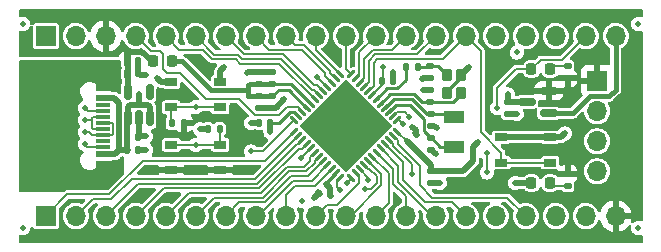
<source format=gbr>
%TF.GenerationSoftware,KiCad,Pcbnew,7.0.7*%
%TF.CreationDate,2023-11-28T22:27:00+01:00*%
%TF.ProjectId,STM32G474_Black-Pill_v3.0,53544d33-3247-4343-9734-5f426c61636b,A*%
%TF.SameCoordinates,Original*%
%TF.FileFunction,Copper,L1,Top*%
%TF.FilePolarity,Positive*%
%FSLAX46Y46*%
G04 Gerber Fmt 4.6, Leading zero omitted, Abs format (unit mm)*
G04 Created by KiCad (PCBNEW 7.0.7) date 2023-11-28 22:27:00*
%MOMM*%
%LPD*%
G01*
G04 APERTURE LIST*
G04 Aperture macros list*
%AMRoundRect*
0 Rectangle with rounded corners*
0 $1 Rounding radius*
0 $2 $3 $4 $5 $6 $7 $8 $9 X,Y pos of 4 corners*
0 Add a 4 corners polygon primitive as box body*
4,1,4,$2,$3,$4,$5,$6,$7,$8,$9,$2,$3,0*
0 Add four circle primitives for the rounded corners*
1,1,$1+$1,$2,$3*
1,1,$1+$1,$4,$5*
1,1,$1+$1,$6,$7*
1,1,$1+$1,$8,$9*
0 Add four rect primitives between the rounded corners*
20,1,$1+$1,$2,$3,$4,$5,0*
20,1,$1+$1,$4,$5,$6,$7,0*
20,1,$1+$1,$6,$7,$8,$9,0*
20,1,$1+$1,$8,$9,$2,$3,0*%
%AMRotRect*
0 Rectangle, with rotation*
0 The origin of the aperture is its center*
0 $1 length*
0 $2 width*
0 $3 Rotation angle, in degrees counterclockwise*
0 Add horizontal line*
21,1,$1,$2,0,0,$3*%
G04 Aperture macros list end*
%TA.AperFunction,SMDPad,CuDef*%
%ADD10RoundRect,0.135000X-0.135000X-0.185000X0.135000X-0.185000X0.135000X0.185000X-0.135000X0.185000X0*%
%TD*%
%TA.AperFunction,SMDPad,CuDef*%
%ADD11RoundRect,0.140000X0.170000X-0.140000X0.170000X0.140000X-0.170000X0.140000X-0.170000X-0.140000X0*%
%TD*%
%TA.AperFunction,SMDPad,CuDef*%
%ADD12RoundRect,0.218750X-0.218750X-0.256250X0.218750X-0.256250X0.218750X0.256250X-0.218750X0.256250X0*%
%TD*%
%TA.AperFunction,SMDPad,CuDef*%
%ADD13RoundRect,0.140000X-0.170000X0.140000X-0.170000X-0.140000X0.170000X-0.140000X0.170000X0.140000X0*%
%TD*%
%TA.AperFunction,SMDPad,CuDef*%
%ADD14RoundRect,0.135000X0.185000X-0.135000X0.185000X0.135000X-0.185000X0.135000X-0.185000X-0.135000X0*%
%TD*%
%TA.AperFunction,SMDPad,CuDef*%
%ADD15RoundRect,0.102000X0.323000X-0.373000X0.323000X0.373000X-0.323000X0.373000X-0.323000X-0.373000X0*%
%TD*%
%TA.AperFunction,SMDPad,CuDef*%
%ADD16RoundRect,0.140000X-0.140000X-0.170000X0.140000X-0.170000X0.140000X0.170000X-0.140000X0.170000X0*%
%TD*%
%TA.AperFunction,SMDPad,CuDef*%
%ADD17RoundRect,0.135000X-0.185000X0.135000X-0.185000X-0.135000X0.185000X-0.135000X0.185000X0.135000X0*%
%TD*%
%TA.AperFunction,SMDPad,CuDef*%
%ADD18RoundRect,0.150000X0.150000X-0.512500X0.150000X0.512500X-0.150000X0.512500X-0.150000X-0.512500X0*%
%TD*%
%TA.AperFunction,SMDPad,CuDef*%
%ADD19RoundRect,0.140000X0.021213X-0.219203X0.219203X-0.021213X-0.021213X0.219203X-0.219203X0.021213X0*%
%TD*%
%TA.AperFunction,SMDPad,CuDef*%
%ADD20RoundRect,0.150000X0.587500X0.150000X-0.587500X0.150000X-0.587500X-0.150000X0.587500X-0.150000X0*%
%TD*%
%TA.AperFunction,SMDPad,CuDef*%
%ADD21RoundRect,0.135000X0.135000X0.185000X-0.135000X0.185000X-0.135000X-0.185000X0.135000X-0.185000X0*%
%TD*%
%TA.AperFunction,SMDPad,CuDef*%
%ADD22R,1.050000X0.650000*%
%TD*%
%TA.AperFunction,SMDPad,CuDef*%
%ADD23RoundRect,0.062500X0.220971X0.309359X-0.309359X-0.220971X-0.220971X-0.309359X0.309359X0.220971X0*%
%TD*%
%TA.AperFunction,SMDPad,CuDef*%
%ADD24RoundRect,0.062500X-0.220971X0.309359X-0.309359X0.220971X0.220971X-0.309359X0.309359X-0.220971X0*%
%TD*%
%TA.AperFunction,SMDPad,CuDef*%
%ADD25RotRect,5.600000X5.600000X225.000000*%
%TD*%
%TA.AperFunction,SMDPad,CuDef*%
%ADD26R,1.800000X1.000000*%
%TD*%
%TA.AperFunction,SMDPad,CuDef*%
%ADD27RoundRect,0.140000X0.140000X0.170000X-0.140000X0.170000X-0.140000X-0.170000X0.140000X-0.170000X0*%
%TD*%
%TA.AperFunction,ComponentPad*%
%ADD28R,1.700000X1.700000*%
%TD*%
%TA.AperFunction,ComponentPad*%
%ADD29O,1.700000X1.700000*%
%TD*%
%TA.AperFunction,SMDPad,CuDef*%
%ADD30RoundRect,0.140000X-0.021213X0.219203X-0.219203X0.021213X0.021213X-0.219203X0.219203X-0.021213X0*%
%TD*%
%TA.AperFunction,SMDPad,CuDef*%
%ADD31R,1.150000X0.600000*%
%TD*%
%TA.AperFunction,SMDPad,CuDef*%
%ADD32R,1.150000X0.300000*%
%TD*%
%TA.AperFunction,ComponentPad*%
%ADD33O,2.100000X1.000000*%
%TD*%
%TA.AperFunction,ComponentPad*%
%ADD34O,1.800000X1.000000*%
%TD*%
%TA.AperFunction,ViaPad*%
%ADD35C,0.500000*%
%TD*%
%TA.AperFunction,Conductor*%
%ADD36C,0.200000*%
%TD*%
%TA.AperFunction,Conductor*%
%ADD37C,0.500000*%
%TD*%
%TA.AperFunction,Conductor*%
%ADD38C,0.250000*%
%TD*%
%TA.AperFunction,Conductor*%
%ADD39C,0.400000*%
%TD*%
G04 APERTURE END LIST*
D10*
%TO.P,R106,1*%
%TO.N,Net-(U102-PF1)*%
X132078000Y-96647000D03*
%TO.P,R106,2*%
%TO.N,Net-(C103-Pad2)*%
X133098000Y-96647000D03*
%TD*%
D11*
%TO.P,C105,1*%
%TO.N,GND*%
X134239000Y-103604000D03*
%TO.P,C105,2*%
%TO.N,/PC14*%
X134239000Y-102644000D03*
%TD*%
D12*
%TO.P,L101,1,1*%
%TO.N,+3.3V*%
X110718500Y-96139000D03*
%TO.P,L101,2,2*%
%TO.N,VREF*%
X112293500Y-96139000D03*
%TD*%
D13*
%TO.P,C120,1*%
%TO.N,GND*%
X120777000Y-97056000D03*
%TO.P,C120,2*%
%TO.N,VREF*%
X120777000Y-98016000D03*
%TD*%
D12*
%TO.P,D103,1,K*%
%TO.N,/PC13*%
X142722500Y-96774000D03*
%TO.P,D103,2,A*%
%TO.N,Net-(D103-A)*%
X144297500Y-96774000D03*
%TD*%
D14*
%TO.P,R109,1*%
%TO.N,+3.3V*%
X145796000Y-97538000D03*
%TO.P,R109,2*%
%TO.N,Net-(D103-A)*%
X145796000Y-96518000D03*
%TD*%
D13*
%TO.P,C118,1*%
%TO.N,GND*%
X119634000Y-97056000D03*
%TO.P,C118,2*%
%TO.N,VREF*%
X119634000Y-98016000D03*
%TD*%
D12*
%TO.P,D101,1,K*%
%TO.N,GND*%
X142722500Y-106426000D03*
%TO.P,D101,2,A*%
%TO.N,Net-(D101-A)*%
X144297500Y-106426000D03*
%TD*%
D15*
%TO.P,Y101,1,1*%
%TO.N,Net-(U102-PF0)*%
X136719000Y-98769000D03*
%TO.P,Y101,2,2*%
%TO.N,GND*%
X136719000Y-97319000D03*
%TO.P,Y101,3,3*%
%TO.N,Net-(C103-Pad2)*%
X135569000Y-97319000D03*
%TO.P,Y101,4,4*%
%TO.N,GND*%
X135569000Y-98769000D03*
%TD*%
D16*
%TO.P,C115,1*%
%TO.N,+3.3V*%
X108486000Y-97155000D03*
%TO.P,C115,2*%
%TO.N,GND*%
X109446000Y-97155000D03*
%TD*%
D17*
%TO.P,R107,1*%
%TO.N,+3.3V*%
X145796000Y-105662000D03*
%TO.P,R107,2*%
%TO.N,Net-(D101-A)*%
X145796000Y-106682000D03*
%TD*%
D18*
%TO.P,U103,1,IN*%
%TO.N,+5V*%
X108524000Y-100959500D03*
%TO.P,U103,2,GND*%
%TO.N,GND*%
X109474000Y-100959500D03*
%TO.P,U103,3,EN*%
%TO.N,+5V*%
X110424000Y-100959500D03*
%TO.P,U103,4,NC*%
%TO.N,unconnected-(U103-NC-Pad4)*%
X110424000Y-98684500D03*
%TO.P,U103,5,OUT*%
%TO.N,+3.3V*%
X108524000Y-98684500D03*
%TD*%
D19*
%TO.P,C109,1*%
%TO.N,/+3.3V_{MCU}*%
X132248589Y-102955411D03*
%TO.P,C109,2*%
%TO.N,GND*%
X132927411Y-102276589D03*
%TD*%
D20*
%TO.P,D102,1*%
%TO.N,VB*%
X144193500Y-100518000D03*
%TO.P,D102,2*%
%TO.N,+3.3V*%
X144193500Y-98618000D03*
%TO.P,D102,3*%
%TO.N,VBAT*%
X142318500Y-99568000D03*
%TD*%
D21*
%TO.P,R103,1*%
%TO.N,+3.3V*%
X113286000Y-101346000D03*
%TO.P,R103,2*%
%TO.N,NRST*%
X112266000Y-101346000D03*
%TD*%
D22*
%TO.P,SW103,1,1*%
%TO.N,GND*%
X140165000Y-102557000D03*
X144315000Y-102557000D03*
%TO.P,SW103,2,2*%
%TO.N,/PA0*%
X140165000Y-104707000D03*
X144315000Y-104707000D03*
%TD*%
D13*
%TO.P,C102,1*%
%TO.N,GND*%
X134112000Y-98580000D03*
%TO.P,C102,2*%
%TO.N,Net-(U102-PF0)*%
X134112000Y-99540000D03*
%TD*%
D22*
%TO.P,SW101,1,1*%
%TO.N,GND*%
X112225000Y-97858000D03*
X116375000Y-97858000D03*
%TO.P,SW101,2,2*%
%TO.N,NRST*%
X112225000Y-100008000D03*
X116375000Y-100008000D03*
%TD*%
D11*
%TO.P,C119,1*%
%TO.N,GND*%
X120777000Y-100048000D03*
%TO.P,C119,2*%
%TO.N,VREF*%
X120777000Y-99088000D03*
%TD*%
D22*
%TO.P,SW102,1,1*%
%TO.N,/PB8*%
X112225000Y-103192000D03*
X116375000Y-103192000D03*
%TO.P,SW102,2,2*%
%TO.N,+3.3V*%
X112225000Y-105342000D03*
X116375000Y-105342000D03*
%TD*%
D16*
%TO.P,C113,1*%
%TO.N,+5V*%
X108486000Y-103632000D03*
%TO.P,C113,2*%
%TO.N,GND*%
X109446000Y-103632000D03*
%TD*%
%TO.P,C116,1*%
%TO.N,+3.3V*%
X108486000Y-96139000D03*
%TO.P,C116,2*%
%TO.N,GND*%
X109446000Y-96139000D03*
%TD*%
D23*
%TO.P,U102,1,VBAT*%
%TO.N,VBAT*%
X131375223Y-101113864D03*
%TO.P,U102,2,PC13*%
%TO.N,/PC13*%
X131021670Y-100760311D03*
%TO.P,U102,3,PC14*%
%TO.N,/PC14*%
X130668116Y-100406757D03*
%TO.P,U102,4,PC15*%
%TO.N,/PC15*%
X130314563Y-100053204D03*
%TO.P,U102,5,PF0*%
%TO.N,Net-(U102-PF0)*%
X129961010Y-99699651D03*
%TO.P,U102,6,PF1*%
%TO.N,Net-(U102-PF1)*%
X129607456Y-99346097D03*
%TO.P,U102,7,PG10*%
%TO.N,NRST*%
X129253903Y-98992544D03*
%TO.P,U102,8,PA0*%
%TO.N,/PA0*%
X128900349Y-98638990D03*
%TO.P,U102,9,PA1*%
%TO.N,/PA1*%
X128546796Y-98285437D03*
%TO.P,U102,10,PA2*%
%TO.N,/PA2*%
X128193243Y-97931884D03*
%TO.P,U102,11,PA3*%
%TO.N,/PA3*%
X127839689Y-97578330D03*
%TO.P,U102,12,PA4*%
%TO.N,/PA4*%
X127486136Y-97224777D03*
D24*
%TO.P,U102,13,PA5*%
%TO.N,/PA5*%
X126513864Y-97224777D03*
%TO.P,U102,14,PA6*%
%TO.N,/PA6*%
X126160311Y-97578330D03*
%TO.P,U102,15,PA7*%
%TO.N,/PA7*%
X125806757Y-97931884D03*
%TO.P,U102,16,PC4*%
%TO.N,/PC4*%
X125453204Y-98285437D03*
%TO.P,U102,17,PB0*%
%TO.N,/PB0*%
X125099651Y-98638990D03*
%TO.P,U102,18,PB1*%
%TO.N,/PB1*%
X124746097Y-98992544D03*
%TO.P,U102,19,PB2*%
%TO.N,/PB2*%
X124392544Y-99346097D03*
%TO.P,U102,20,VREF+*%
%TO.N,VREF*%
X124038990Y-99699651D03*
%TO.P,U102,21,VDDA*%
X123685437Y-100053204D03*
%TO.P,U102,22,PB10*%
%TO.N,/PB10*%
X123331884Y-100406757D03*
%TO.P,U102,23,VDD*%
%TO.N,/+3.3V_{MCU}*%
X122978330Y-100760311D03*
%TO.P,U102,24,PB11*%
%TO.N,/PB11*%
X122624777Y-101113864D03*
D23*
%TO.P,U102,25,PB12*%
%TO.N,/PB12*%
X122624777Y-102086136D03*
%TO.P,U102,26,PB13*%
%TO.N,/PB13*%
X122978330Y-102439689D03*
%TO.P,U102,27,PB14*%
%TO.N,/PB14*%
X123331884Y-102793243D03*
%TO.P,U102,28,PB15*%
%TO.N,/PB15*%
X123685437Y-103146796D03*
%TO.P,U102,29,PC6*%
%TO.N,/PC6*%
X124038990Y-103500349D03*
%TO.P,U102,30,PA8*%
%TO.N,/PA8*%
X124392544Y-103853903D03*
%TO.P,U102,31,PA9*%
%TO.N,/PA9*%
X124746097Y-104207456D03*
%TO.P,U102,32,PA10*%
%TO.N,/PA10*%
X125099651Y-104561010D03*
%TO.P,U102,33,PA11*%
%TO.N,/PA11*%
X125453204Y-104914563D03*
%TO.P,U102,34,PA12*%
%TO.N,/PA12*%
X125806757Y-105268116D03*
%TO.P,U102,35,VDD*%
%TO.N,/+3.3V_{MCU}*%
X126160311Y-105621670D03*
%TO.P,U102,36,PA13*%
%TO.N,/SWDIO*%
X126513864Y-105975223D03*
D24*
%TO.P,U102,37,PA14*%
%TO.N,/SWCLK*%
X127486136Y-105975223D03*
%TO.P,U102,38,PA15*%
%TO.N,/PA15*%
X127839689Y-105621670D03*
%TO.P,U102,39,PC10*%
%TO.N,/PC10*%
X128193243Y-105268116D03*
%TO.P,U102,40,PC11*%
%TO.N,/PC11*%
X128546796Y-104914563D03*
%TO.P,U102,41,PB3*%
%TO.N,/PB3*%
X128900349Y-104561010D03*
%TO.P,U102,42,PB4*%
%TO.N,/PB4*%
X129253903Y-104207456D03*
%TO.P,U102,43,PB5*%
%TO.N,/PB5*%
X129607456Y-103853903D03*
%TO.P,U102,44,PB6*%
%TO.N,/PB6*%
X129961010Y-103500349D03*
%TO.P,U102,45,PB7*%
%TO.N,/PB7*%
X130314563Y-103146796D03*
%TO.P,U102,46,PB8*%
%TO.N,/PB8*%
X130668116Y-102793243D03*
%TO.P,U102,47,PB9*%
%TO.N,/PB9*%
X131021670Y-102439689D03*
%TO.P,U102,48,VDD*%
%TO.N,/+3.3V_{MCU}*%
X131375223Y-102086136D03*
D25*
%TO.P,U102,49,VSS*%
%TO.N,GND*%
X127000000Y-101600000D03*
%TD*%
D26*
%TO.P,Y102,1,1*%
%TO.N,/PC15*%
X136144000Y-100858000D03*
%TO.P,Y102,2,2*%
%TO.N,/PC14*%
X136144000Y-103358000D03*
%TD*%
D16*
%TO.P,C104,1*%
%TO.N,NRST*%
X130076000Y-97790000D03*
%TO.P,C104,2*%
%TO.N,GND*%
X131036000Y-97790000D03*
%TD*%
D27*
%TO.P,C110,1*%
%TO.N,/+3.3V_{MCU}*%
X120622000Y-101346000D03*
%TO.P,C110,2*%
%TO.N,GND*%
X119662000Y-101346000D03*
%TD*%
D11*
%TO.P,C117,1*%
%TO.N,GND*%
X119634000Y-100048000D03*
%TO.P,C117,2*%
%TO.N,VREF*%
X119634000Y-99088000D03*
%TD*%
D13*
%TO.P,C107,1*%
%TO.N,/+3.3V_{MCU}*%
X134239000Y-105438000D03*
%TO.P,C107,2*%
%TO.N,GND*%
X134239000Y-106398000D03*
%TD*%
D11*
%TO.P,C103,1*%
%TO.N,GND*%
X134112000Y-97508000D03*
%TO.P,C103,2*%
%TO.N,Net-(C103-Pad2)*%
X134112000Y-96548000D03*
%TD*%
D21*
%TO.P,R108,1*%
%TO.N,/PB8*%
X116334000Y-101854000D03*
%TO.P,R108,2*%
%TO.N,GND*%
X115314000Y-101854000D03*
%TD*%
D16*
%TO.P,C114,1*%
%TO.N,+5V*%
X108486000Y-102538000D03*
%TO.P,C114,2*%
%TO.N,GND*%
X109446000Y-102538000D03*
%TD*%
D28*
%TO.P,J104,1,Pin_1*%
%TO.N,+3.3V*%
X148285000Y-97800000D03*
D29*
%TO.P,J104,2,Pin_2*%
%TO.N,/SWDIO*%
X148285000Y-100340000D03*
%TO.P,J104,3,Pin_3*%
%TO.N,/SWCLK*%
X148285000Y-102880000D03*
%TO.P,J104,4,Pin_4*%
%TO.N,GND*%
X148285000Y-105420000D03*
%TD*%
D13*
%TO.P,C112,1*%
%TO.N,VBAT*%
X140716000Y-99596000D03*
%TO.P,C112,2*%
%TO.N,GND*%
X140716000Y-100556000D03*
%TD*%
D30*
%TO.P,C108,1*%
%TO.N,/+3.3V_{MCU}*%
X125434411Y-106594589D03*
%TO.P,C108,2*%
%TO.N,GND*%
X124755589Y-107273411D03*
%TD*%
D31*
%TO.P,J101,A1,GND*%
%TO.N,GND*%
X106415000Y-98400000D03*
%TO.P,J101,A4,VBUS*%
%TO.N,+5V*%
X106415000Y-99200000D03*
D32*
%TO.P,J101,A5,CC1*%
%TO.N,Net-(J101-CC1)*%
X106415000Y-100350000D03*
%TO.P,J101,A6,D+*%
%TO.N,Net-(J101-D+-PadA6)*%
X106415000Y-101350000D03*
%TO.P,J101,A7,D-*%
%TO.N,Net-(J101-D--PadA7)*%
X106415000Y-101850000D03*
%TO.P,J101,A8,SBU1*%
%TO.N,unconnected-(J101-SBU1-PadA8)*%
X106415000Y-102850000D03*
D31*
%TO.P,J101,A9,VBUS*%
%TO.N,+5V*%
X106415000Y-104000000D03*
%TO.P,J101,A12,GND*%
%TO.N,GND*%
X106415000Y-104800000D03*
%TO.P,J101,B1,GND*%
X106415000Y-104800000D03*
%TO.P,J101,B4,VBUS*%
%TO.N,+5V*%
X106415000Y-104000000D03*
D32*
%TO.P,J101,B5,CC2*%
%TO.N,Net-(J101-CC2)*%
X106415000Y-103350000D03*
%TO.P,J101,B6,D+*%
%TO.N,Net-(J101-D+-PadA6)*%
X106415000Y-102350000D03*
%TO.P,J101,B7,D-*%
%TO.N,Net-(J101-D--PadA7)*%
X106415000Y-100850000D03*
%TO.P,J101,B8,SBU2*%
%TO.N,unconnected-(J101-SBU2-PadB8)*%
X106415000Y-99850000D03*
D31*
%TO.P,J101,B9,VBUS*%
%TO.N,+5V*%
X106415000Y-99200000D03*
%TO.P,J101,B12,GND*%
%TO.N,GND*%
X106415000Y-98400000D03*
D33*
%TO.P,J101,S1,SHIELD*%
X105840000Y-97280000D03*
D34*
X101660000Y-97280000D03*
D33*
X105840000Y-105920000D03*
D34*
X101660000Y-105920000D03*
%TD*%
D11*
%TO.P,C106,1*%
%TO.N,GND*%
X134239000Y-101572000D03*
%TO.P,C106,2*%
%TO.N,/PC15*%
X134239000Y-100612000D03*
%TD*%
D28*
%TO.P,J102,1,Pin_1*%
%TO.N,/PB12*%
X101600000Y-109220000D03*
D29*
%TO.P,J102,2,Pin_2*%
%TO.N,/PB13*%
X104140000Y-109220000D03*
%TO.P,J102,3,Pin_3*%
%TO.N,/PB14*%
X106680000Y-109220000D03*
%TO.P,J102,4,Pin_4*%
%TO.N,/PB15*%
X109220000Y-109220000D03*
%TO.P,J102,5,Pin_5*%
%TO.N,/PA8*%
X111760000Y-109220000D03*
%TO.P,J102,6,Pin_6*%
%TO.N,/PA9*%
X114300000Y-109220000D03*
%TO.P,J102,7,Pin_7*%
%TO.N,/PA10*%
X116840000Y-109220000D03*
%TO.P,J102,8,Pin_8*%
%TO.N,/PA11*%
X119380000Y-109220000D03*
%TO.P,J102,9,Pin_9*%
%TO.N,/PA12*%
X121920000Y-109220000D03*
%TO.P,J102,10,Pin_10*%
%TO.N,/PA15*%
X124460000Y-109220000D03*
%TO.P,J102,11,Pin_11*%
%TO.N,/PB3*%
X127000000Y-109220000D03*
%TO.P,J102,12,Pin_12*%
%TO.N,/PB4*%
X129540000Y-109220000D03*
%TO.P,J102,13,Pin_13*%
%TO.N,/PB5*%
X132080000Y-109220000D03*
%TO.P,J102,14,Pin_14*%
%TO.N,/PB6*%
X134620000Y-109220000D03*
%TO.P,J102,15,Pin_15*%
%TO.N,/PB7*%
X137160000Y-109220000D03*
%TO.P,J102,16,Pin_16*%
%TO.N,/PB11*%
X139700000Y-109220000D03*
%TO.P,J102,17,Pin_17*%
%TO.N,/PB9*%
X142240000Y-109220000D03*
%TO.P,J102,18,Pin_18*%
%TO.N,+5V*%
X144780000Y-109220000D03*
%TO.P,J102,19,Pin_19*%
%TO.N,GND*%
X147320000Y-109220000D03*
%TO.P,J102,20,Pin_20*%
%TO.N,+3.3V*%
X149860000Y-109220000D03*
%TD*%
D28*
%TO.P,J103,1,Pin_1*%
%TO.N,+5V*%
X101600000Y-93980000D03*
D29*
%TO.P,J103,2,Pin_2*%
%TO.N,GND*%
X104140000Y-93980000D03*
%TO.P,J103,3,Pin_3*%
%TO.N,+3.3V*%
X106680000Y-93980000D03*
%TO.P,J103,4,Pin_4*%
%TO.N,/PB10*%
X109220000Y-93980000D03*
%TO.P,J103,5,Pin_5*%
%TO.N,/PB2*%
X111760000Y-93980000D03*
%TO.P,J103,6,Pin_6*%
%TO.N,/PB1*%
X114300000Y-93980000D03*
%TO.P,J103,7,Pin_7*%
%TO.N,/PB0*%
X116840000Y-93980000D03*
%TO.P,J103,8,Pin_8*%
%TO.N,/PA7*%
X119380000Y-93980000D03*
%TO.P,J103,9,Pin_9*%
%TO.N,/PA6*%
X121920000Y-93980000D03*
%TO.P,J103,10,Pin_10*%
%TO.N,/PA5*%
X124460000Y-93980000D03*
%TO.P,J103,11,Pin_11*%
%TO.N,/PA4*%
X127000000Y-93980000D03*
%TO.P,J103,12,Pin_12*%
%TO.N,/PA3*%
X129540000Y-93980000D03*
%TO.P,J103,13,Pin_13*%
%TO.N,/PA2*%
X132080000Y-93980000D03*
%TO.P,J103,14,Pin_14*%
%TO.N,/PA1*%
X134620000Y-93980000D03*
%TO.P,J103,15,Pin_15*%
%TO.N,/PA0*%
X137160000Y-93980000D03*
%TO.P,J103,16,Pin_16*%
%TO.N,NRST*%
X139700000Y-93980000D03*
%TO.P,J103,17,Pin_17*%
%TO.N,/Pin17*%
X142240000Y-93980000D03*
%TO.P,J103,18,Pin_18*%
%TO.N,/Pin18*%
X144780000Y-93980000D03*
%TO.P,J103,19,Pin_19*%
%TO.N,/PC13*%
X147320000Y-93980000D03*
%TO.P,J103,20,Pin_20*%
%TO.N,VB*%
X149860000Y-93980000D03*
%TD*%
D35*
%TO.N,GND*%
X141478000Y-95377000D03*
X123317000Y-107950000D03*
X107823000Y-104775000D03*
%TO.N,+5V*%
X99695000Y-110236000D03*
%TO.N,GND*%
X99695000Y-92964000D03*
X151765000Y-92964000D03*
X151765000Y-110236000D03*
%TO.N,+3.3V*%
X136144000Y-106426000D03*
X146050000Y-99568000D03*
X141478000Y-97790000D03*
X151765000Y-92075000D03*
X151765000Y-111125000D03*
X99695000Y-111125000D03*
X99695000Y-92075000D03*
X119660000Y-102760000D03*
X113919000Y-101346000D03*
X110998000Y-103632000D03*
X141478000Y-101406000D03*
X115316000Y-96774000D03*
X108524000Y-95316000D03*
X117153000Y-105342000D03*
%TO.N,GND*%
X114681000Y-101854000D03*
X133477000Y-97663000D03*
X110109000Y-102489000D03*
X134620000Y-104013000D03*
X127000000Y-104140000D03*
X134683500Y-101790500D03*
X141478000Y-100556000D03*
X110998000Y-97536000D03*
X125730000Y-102870000D03*
X124460000Y-101600000D03*
X118999000Y-101346000D03*
X127000000Y-100330000D03*
X124333000Y-107696000D03*
X125730000Y-100330000D03*
X141351000Y-106426000D03*
X127000000Y-99060000D03*
X145542000Y-102235000D03*
X134973000Y-106398000D03*
X118618000Y-97155000D03*
X137414000Y-96647000D03*
X128270000Y-102743000D03*
X127000000Y-102743000D03*
X127000000Y-101600000D03*
X131036000Y-97056000D03*
X133505000Y-98580000D03*
X125730000Y-101600000D03*
X132650139Y-101679033D03*
X110109000Y-103632000D03*
X128270000Y-101600000D03*
X128270000Y-100330000D03*
X121793000Y-99314000D03*
X110109000Y-97282000D03*
X129540000Y-101600000D03*
X116713000Y-96647000D03*
%TO.N,NRST*%
X130175000Y-96647000D03*
X114300000Y-100008000D03*
%TO.N,VBAT*%
X131826000Y-101473000D03*
X140716000Y-98933000D03*
%TO.N,+5V*%
X109474000Y-98879076D03*
%TO.N,/PC13*%
X132392378Y-100838000D03*
X139827000Y-100076000D03*
%TO.N,Net-(J101-CC1)*%
X104902000Y-100076000D03*
%TO.N,Net-(J101-D+-PadA6)*%
X104902000Y-102108000D03*
%TO.N,Net-(J101-D--PadA7)*%
X104902000Y-101092000D03*
%TO.N,Net-(J101-CC2)*%
X104902000Y-103124000D03*
%TO.N,/PB11*%
X118999000Y-103759000D03*
%TO.N,/PC6*%
X123190000Y-104349339D03*
%TO.N,/PC4*%
X124581884Y-97414116D03*
%TO.N,/SWDIO*%
X126526311Y-107026689D03*
%TO.N,/SWCLK*%
X127127000Y-106426000D03*
%TO.N,/PC10*%
X128905000Y-106172000D03*
X138938000Y-103886000D03*
X138938000Y-105537000D03*
%TO.N,/PC11*%
X128589503Y-106960744D03*
%TO.N,/PB8*%
X132588000Y-105664000D03*
X114300000Y-103192000D03*
%TO.N,/+3.3V_{MCU}*%
X132815386Y-103478386D03*
X120622000Y-102108000D03*
X125730000Y-107569000D03*
X138237918Y-102960000D03*
%TD*%
D36*
%TO.N,/PB12*%
X122624777Y-102086136D02*
X120155913Y-104555000D01*
X120155913Y-104555000D02*
X109821000Y-104555000D01*
X109821000Y-104555000D02*
X106981843Y-107394157D01*
X106981843Y-107394157D02*
X103425843Y-107394157D01*
X103425843Y-107394157D02*
X101600000Y-109220000D01*
D37*
%TO.N,+3.3V*%
X107188000Y-94137239D02*
X106837239Y-94137239D01*
X117153000Y-105342000D02*
X116375000Y-105342000D01*
X116375000Y-105342000D02*
X112225000Y-105342000D01*
X109778182Y-95316000D02*
X110601182Y-96139000D01*
X108524000Y-98684500D02*
X108524000Y-95316000D01*
X113919000Y-101346000D02*
X113286000Y-101346000D01*
X106837239Y-94137239D02*
X106680000Y-93980000D01*
X108524000Y-95316000D02*
X109778182Y-95316000D01*
X110601182Y-96139000D02*
X110718500Y-96139000D01*
%TO.N,GND*%
X134239000Y-103632000D02*
X134620000Y-104013000D01*
X134465000Y-101572000D02*
X134239000Y-101572000D01*
X140165000Y-102557000D02*
X144315000Y-102557000D01*
X141351000Y-106426000D02*
X142722500Y-106426000D01*
X133477000Y-97663000D02*
X133632000Y-97508000D01*
D38*
X135380000Y-98580000D02*
X135569000Y-98769000D01*
D37*
X145220000Y-102557000D02*
X144315000Y-102557000D01*
X133632000Y-97508000D02*
X134112000Y-97508000D01*
X132927411Y-101956305D02*
X132927411Y-102276589D01*
X110109000Y-103632000D02*
X109446000Y-103632000D01*
X109446000Y-96139000D02*
X109446000Y-97155000D01*
X116375000Y-97858000D02*
X116375000Y-96985000D01*
X134973000Y-106398000D02*
X134239000Y-106398000D01*
X110109000Y-102489000D02*
X109495000Y-102489000D01*
X114681000Y-101854000D02*
X115314000Y-101854000D01*
X118717000Y-97056000D02*
X120777000Y-97056000D01*
X116375000Y-96985000D02*
X116713000Y-96647000D01*
D38*
X135569000Y-98619000D02*
X136719000Y-97469000D01*
D37*
X110998000Y-97536000D02*
X111320000Y-97858000D01*
X134683500Y-101790500D02*
X134465000Y-101572000D01*
X124333000Y-107696000D02*
X124755589Y-107273411D01*
X116575000Y-97858000D02*
X116375000Y-97858000D01*
X136742000Y-97319000D02*
X136719000Y-97319000D01*
X109474000Y-102510000D02*
X109446000Y-102538000D01*
D38*
X135569000Y-98769000D02*
X135569000Y-98619000D01*
X136719000Y-97469000D02*
X136719000Y-97319000D01*
D37*
X133505000Y-98580000D02*
X134112000Y-98580000D01*
X110109000Y-97282000D02*
X109573000Y-97282000D01*
X118618000Y-97155000D02*
X118717000Y-97056000D01*
X119634000Y-100048000D02*
X120777000Y-100048000D01*
X121059000Y-100048000D02*
X121793000Y-99314000D01*
X109495000Y-102489000D02*
X109446000Y-102538000D01*
X137414000Y-96647000D02*
X136742000Y-97319000D01*
X109474000Y-100959500D02*
X109474000Y-102510000D01*
X131036000Y-97056000D02*
X131036000Y-97790000D01*
X145542000Y-102235000D02*
X145220000Y-102557000D01*
X120777000Y-100048000D02*
X121059000Y-100048000D01*
X132650139Y-101679033D02*
X132927411Y-101956305D01*
X109573000Y-97282000D02*
X109446000Y-97155000D01*
X118999000Y-101346000D02*
X119634000Y-101346000D01*
X134239000Y-103604000D02*
X134239000Y-103632000D01*
X111320000Y-97858000D02*
X112225000Y-97858000D01*
X141478000Y-100556000D02*
X140716000Y-100556000D01*
D38*
%TO.N,Net-(U102-PF0)*%
X134141000Y-99569000D02*
X136068869Y-99569000D01*
X129961010Y-99699651D02*
X130785661Y-98875000D01*
X136068869Y-99569000D02*
X136719000Y-98918869D01*
X130785661Y-98875000D02*
X132774695Y-98875000D01*
X134112000Y-99540000D02*
X134141000Y-99569000D01*
X133439695Y-99540000D02*
X134112000Y-99540000D01*
X136719000Y-98918869D02*
X136719000Y-98769000D01*
X132774695Y-98875000D02*
X133439695Y-99540000D01*
%TO.N,Net-(C103-Pad2)*%
X133098000Y-96647000D02*
X134013000Y-96647000D01*
X134112000Y-96548000D02*
X134798000Y-96548000D01*
X134013000Y-96647000D02*
X134112000Y-96548000D01*
X134798000Y-96548000D02*
X135569000Y-97319000D01*
D36*
%TO.N,NRST*%
X112266000Y-101600000D02*
X112225000Y-101559000D01*
X112225000Y-100008000D02*
X114300000Y-100008000D01*
X130175000Y-96647000D02*
X130175000Y-97691000D01*
X112225000Y-101305000D02*
X112225000Y-100008000D01*
X130175000Y-97691000D02*
X130076000Y-97790000D01*
X114300000Y-100008000D02*
X116375000Y-100008000D01*
X130076000Y-98170447D02*
X130076000Y-97790000D01*
X129253903Y-98992544D02*
X130076000Y-98170447D01*
D38*
%TO.N,/PC14*%
X132401683Y-99822000D02*
X131252873Y-99822000D01*
X133604000Y-102009000D02*
X133604000Y-101024317D01*
X134981000Y-103358000D02*
X136144000Y-103358000D01*
X131252873Y-99822000D02*
X130668116Y-100406757D01*
X133604000Y-101024317D02*
X132401683Y-99822000D01*
X134239000Y-102644000D02*
X133604000Y-102009000D01*
X134239000Y-102644000D02*
X134267000Y-102644000D01*
X134267000Y-102644000D02*
X134981000Y-103358000D01*
%TO.N,/PC15*%
X135898000Y-100612000D02*
X136144000Y-100858000D01*
X130314563Y-100053204D02*
X131042767Y-99325000D01*
X134112000Y-100612000D02*
X135898000Y-100612000D01*
X133875299Y-100612000D02*
X134239000Y-100612000D01*
X131042767Y-99325000D02*
X132588299Y-99325000D01*
X132588299Y-99325000D02*
X133875299Y-100612000D01*
D36*
%TO.N,VBAT*%
X131375223Y-101113864D02*
X131466864Y-101113864D01*
D37*
X140744000Y-99568000D02*
X140716000Y-99596000D01*
X140716000Y-98933000D02*
X140716000Y-99596000D01*
D36*
X131466864Y-101113864D02*
X131826000Y-101473000D01*
D37*
X142318500Y-99568000D02*
X140744000Y-99568000D01*
%TO.N,+5V*%
X107390000Y-99200000D02*
X107840000Y-99650000D01*
X107840000Y-103632000D02*
X107472000Y-104000000D01*
X108524000Y-100010000D02*
X108524000Y-100959500D01*
X106415000Y-99200000D02*
X107390000Y-99200000D01*
X107840000Y-103632000D02*
X108486000Y-103632000D01*
X108486000Y-100997500D02*
X108524000Y-100959500D01*
X110236000Y-99822000D02*
X109474000Y-99822000D01*
X109474000Y-99822000D02*
X109474000Y-98879076D01*
X109474000Y-99822000D02*
X108712000Y-99822000D01*
X108712000Y-99822000D02*
X108524000Y-100010000D01*
X108524000Y-103594000D02*
X108486000Y-103632000D01*
X107472000Y-104000000D02*
X106415000Y-104000000D01*
X107840000Y-99650000D02*
X107840000Y-103632000D01*
X110424000Y-100959500D02*
X110424000Y-100010000D01*
X110424000Y-100010000D02*
X110236000Y-99822000D01*
X108486000Y-103632000D02*
X108486000Y-100997500D01*
D39*
%TO.N,VREF*%
X118745000Y-98171000D02*
X118745000Y-98552000D01*
X119634000Y-99088000D02*
X120777000Y-99088000D01*
X119634000Y-98016000D02*
X120777000Y-98016000D01*
X115601000Y-98583000D02*
X118714000Y-98583000D01*
D38*
X120777000Y-99088000D02*
X121313000Y-98552000D01*
D39*
X119634000Y-98016000D02*
X118900000Y-98016000D01*
D38*
X122355339Y-98016000D02*
X124038990Y-99699651D01*
D39*
X113157000Y-96139000D02*
X115601000Y-98583000D01*
D38*
X122174000Y-98552000D02*
X123675204Y-100053204D01*
X120777000Y-98016000D02*
X122355339Y-98016000D01*
D39*
X119631000Y-99091000D02*
X119634000Y-99088000D01*
D38*
X123675204Y-100053204D02*
X123685437Y-100053204D01*
D39*
X112293500Y-96139000D02*
X113157000Y-96139000D01*
X118745000Y-99091000D02*
X119631000Y-99091000D01*
X118745000Y-98552000D02*
X118745000Y-99091000D01*
D38*
X121313000Y-98552000D02*
X122174000Y-98552000D01*
D39*
X118714000Y-98583000D02*
X118745000Y-98552000D01*
X118900000Y-98016000D02*
X118745000Y-98171000D01*
D36*
%TO.N,Net-(D101-A)*%
X145796000Y-106682000D02*
X144553500Y-106682000D01*
X144553500Y-106682000D02*
X144297500Y-106426000D01*
D39*
%TO.N,VB*%
X147671000Y-99090000D02*
X149295000Y-99090000D01*
X149295000Y-99090000D02*
X149860000Y-98525000D01*
X146243000Y-100518000D02*
X147671000Y-99090000D01*
X144193500Y-100518000D02*
X146243000Y-100518000D01*
X149860000Y-98525000D02*
X149860000Y-93980000D01*
D36*
%TO.N,/PC13*%
X132392378Y-100838000D02*
X131996384Y-100442006D01*
X131996384Y-100442006D02*
X131339975Y-100442006D01*
X139827000Y-98393000D02*
X141446000Y-96774000D01*
X139827000Y-100076000D02*
X139827000Y-98393000D01*
X141446000Y-96774000D02*
X142722500Y-96774000D01*
X145301000Y-95999000D02*
X143497500Y-95999000D01*
X143497500Y-95999000D02*
X142722500Y-96774000D01*
X147320000Y-93980000D02*
X145301000Y-95999000D01*
X131339975Y-100442006D02*
X131021670Y-100760311D01*
%TO.N,Net-(D103-A)*%
X144553500Y-96518000D02*
X144297500Y-96774000D01*
X145796000Y-96518000D02*
X144553500Y-96518000D01*
%TO.N,Net-(J101-CC1)*%
X105176000Y-100350000D02*
X106415000Y-100350000D01*
X104902000Y-100076000D02*
X105176000Y-100350000D01*
%TO.N,Net-(J101-D+-PadA6)*%
X107240000Y-101350000D02*
X107290000Y-101400000D01*
X107290000Y-101400000D02*
X107290000Y-102300000D01*
X106415000Y-101350000D02*
X107240000Y-101350000D01*
X104902000Y-102108000D02*
X105282315Y-102108000D01*
X107290000Y-102300000D02*
X107240000Y-102350000D01*
X107240000Y-102350000D02*
X106415000Y-102350000D01*
X105282315Y-102108000D02*
X105524315Y-102350000D01*
X105524315Y-102350000D02*
X106415000Y-102350000D01*
%TO.N,Net-(J101-D--PadA7)*%
X105590000Y-101850000D02*
X105540000Y-101800000D01*
X105540000Y-101800000D02*
X105540000Y-100900000D01*
X105540000Y-100900000D02*
X105590000Y-100850000D01*
X104902000Y-101092000D02*
X105540000Y-101092000D01*
X106415000Y-101850000D02*
X105590000Y-101850000D01*
X105590000Y-100850000D02*
X106415000Y-100850000D01*
%TO.N,Net-(J101-CC2)*%
X104902000Y-103124000D02*
X105128000Y-103350000D01*
X105128000Y-103350000D02*
X106415000Y-103350000D01*
%TO.N,/PB0*%
X121707818Y-95530000D02*
X118390000Y-95530000D01*
X125099651Y-98638990D02*
X124574777Y-98114116D01*
X124574777Y-98114116D02*
X124291934Y-98114116D01*
X124291934Y-98114116D02*
X121707818Y-95530000D01*
X118390000Y-95530000D02*
X116840000Y-93980000D01*
%TO.N,/PB1*%
X124305553Y-98552000D02*
X124164132Y-98552000D01*
X115867000Y-95547000D02*
X114300000Y-93980000D01*
X117841314Y-95547000D02*
X115867000Y-95547000D01*
X124164132Y-98552000D02*
X121542132Y-95930000D01*
X124746097Y-98992544D02*
X124305553Y-98552000D01*
X121542132Y-95930000D02*
X118224314Y-95930000D01*
X118224314Y-95930000D02*
X117841314Y-95547000D01*
%TO.N,/PB2*%
X124392544Y-99346097D02*
X121376447Y-96330000D01*
X121376447Y-96330000D02*
X118058628Y-96330000D01*
X114884314Y-95130000D02*
X112910000Y-95130000D01*
X112910000Y-95130000D02*
X111760000Y-93980000D01*
X115701314Y-95947000D02*
X114884314Y-95130000D01*
X117675628Y-95947000D02*
X115701314Y-95947000D01*
X118058628Y-96330000D02*
X117675628Y-95947000D01*
%TO.N,/PB3*%
X130005000Y-105665662D02*
X130005000Y-106627635D01*
X127412636Y-109220000D02*
X127000000Y-109220000D01*
X128900349Y-104561010D02*
X130005000Y-105665662D01*
X130005000Y-106627635D02*
X127412636Y-109220000D01*
%TO.N,/PB4*%
X130626000Y-105579553D02*
X130626000Y-108134000D01*
X130626000Y-108134000D02*
X129540000Y-109220000D01*
X129253903Y-104207456D02*
X130626000Y-105579553D01*
%TO.N,/PB5*%
X129607456Y-103853903D02*
X131026000Y-105272447D01*
X131026000Y-105272447D02*
X131026000Y-106515000D01*
X132080000Y-107569000D02*
X132080000Y-109220000D01*
X131026000Y-106515000D02*
X132080000Y-107569000D01*
%TO.N,/PB6*%
X131426000Y-106349314D02*
X134296686Y-109220000D01*
X131426000Y-104965339D02*
X131426000Y-106349314D01*
X129961010Y-103500349D02*
X131426000Y-104965339D01*
X134620000Y-108712000D02*
X134620000Y-109220000D01*
X134296686Y-109220000D02*
X134620000Y-109220000D01*
%TO.N,/PB7*%
X134143654Y-108070000D02*
X136010000Y-108070000D01*
X130314563Y-103146796D02*
X131826000Y-104658233D01*
X131826000Y-106183628D02*
X133719372Y-108077000D01*
X133719372Y-108077000D02*
X134136654Y-108077000D01*
X136010000Y-108070000D02*
X137160000Y-109220000D01*
X131826000Y-104658233D02*
X131826000Y-106183628D01*
X134136654Y-108077000D02*
X134143654Y-108070000D01*
%TO.N,/PB9*%
X133288000Y-104988861D02*
X133288000Y-106618000D01*
X131386421Y-103087282D02*
X133288000Y-104988861D01*
X133288000Y-106618000D02*
X134340000Y-107670000D01*
X134340000Y-107670000D02*
X140690000Y-107670000D01*
X131021670Y-102439689D02*
X131386421Y-102804440D01*
X131386421Y-102804440D02*
X131386421Y-103087282D01*
X140690000Y-107670000D02*
X142240000Y-109220000D01*
%TO.N,/PB10*%
X117956950Y-99314000D02*
X119328950Y-100686000D01*
X122019813Y-99992005D02*
X122917133Y-99992005D01*
X109982000Y-93980000D02*
X109220000Y-93980000D01*
X119328950Y-100686000D02*
X121325818Y-100686000D01*
X110490000Y-95250000D02*
X111252000Y-95250000D01*
X111506000Y-95504000D02*
X111506000Y-96774000D01*
X109220000Y-93980000D02*
X110490000Y-95250000D01*
X111887000Y-97155000D02*
X112966500Y-97155000D01*
X111506000Y-96774000D02*
X111887000Y-97155000D01*
X121325818Y-100686000D02*
X122019813Y-99992005D01*
X115125500Y-99314000D02*
X117956950Y-99314000D01*
X112966500Y-97155000D02*
X115125500Y-99314000D01*
X122917133Y-99992005D02*
X123331884Y-100406757D01*
X111252000Y-95250000D02*
X111506000Y-95504000D01*
%TO.N,/PB11*%
X118999000Y-103759000D02*
X119979641Y-103759000D01*
X119979641Y-103759000D02*
X122624777Y-101113864D01*
%TO.N,/PB13*%
X107147529Y-107794157D02*
X105565843Y-107794157D01*
X105565843Y-107794157D02*
X104140000Y-109220000D01*
X119348019Y-106070000D02*
X108871686Y-106070000D01*
X108871686Y-106070000D02*
X107147529Y-107794157D01*
X122978330Y-102439689D02*
X119348019Y-106070000D01*
%TO.N,/PB14*%
X109430000Y-106470000D02*
X106680000Y-109220000D01*
X123331884Y-102793243D02*
X123013580Y-103111547D01*
X109430000Y-106470000D02*
X119513705Y-106470000D01*
X122872158Y-103111547D02*
X119513705Y-106470000D01*
X123013580Y-103111547D02*
X122872158Y-103111547D01*
%TO.N,/PB15*%
X123037844Y-103511547D02*
X119679391Y-106870000D01*
X123685437Y-103146796D02*
X123320686Y-103511547D01*
X123320686Y-103511547D02*
X123037844Y-103511547D01*
X111570000Y-106870000D02*
X109220000Y-109220000D01*
X119679391Y-106870000D02*
X111570000Y-106870000D01*
%TO.N,/PC6*%
X123190000Y-104349339D02*
X124038990Y-103500349D01*
%TO.N,/PA0*%
X129357994Y-98181345D02*
X129357994Y-96240064D01*
X135210000Y-95930000D02*
X137160000Y-93980000D01*
X129357994Y-96240064D02*
X129668058Y-95930000D01*
X129668058Y-95930000D02*
X135210000Y-95930000D01*
X128900349Y-98638990D02*
X129357994Y-98181345D01*
X144315000Y-104707000D02*
X140165000Y-104707000D01*
X140165000Y-103844500D02*
X138430000Y-102109500D01*
X138430000Y-95250000D02*
X137160000Y-93980000D01*
X138430000Y-102109500D02*
X138430000Y-95250000D01*
X140165000Y-104707000D02*
X140165000Y-103844500D01*
%TO.N,/PA1*%
X128546796Y-98285437D02*
X128957994Y-97874239D01*
X128957994Y-96074378D02*
X129502372Y-95530000D01*
X128957994Y-97874239D02*
X128957994Y-96074378D01*
X129502372Y-95530000D02*
X133070000Y-95530000D01*
X133070000Y-95530000D02*
X134620000Y-93980000D01*
%TO.N,/PA2*%
X129336686Y-95130000D02*
X130930000Y-95130000D01*
X128557994Y-95908692D02*
X129336686Y-95130000D01*
X130930000Y-95130000D02*
X132080000Y-93980000D01*
X128557994Y-97567133D02*
X128557994Y-95908692D01*
X128193243Y-97931884D02*
X128557994Y-97567133D01*
%TO.N,/PA3*%
X127839689Y-97578330D02*
X128157994Y-97260025D01*
X128157994Y-97260025D02*
X128157994Y-95362006D01*
X128157994Y-95362006D02*
X129540000Y-93980000D01*
%TO.N,/PA4*%
X127000000Y-96738641D02*
X127000000Y-93980000D01*
X127486136Y-97224777D02*
X127000000Y-96738641D01*
%TO.N,/PA5*%
X124460000Y-95170913D02*
X124460000Y-93980000D01*
X126513864Y-97224777D02*
X124460000Y-95170913D01*
%TO.N,/PA6*%
X122670000Y-94730000D02*
X121920000Y-93980000D01*
X126160311Y-97578330D02*
X125681884Y-97099903D01*
X123453402Y-94730000D02*
X122670000Y-94730000D01*
X125681884Y-96958482D02*
X123453402Y-94730000D01*
X125681884Y-97099903D02*
X125681884Y-96958482D01*
%TO.N,/PA7*%
X120530000Y-95130000D02*
X119380000Y-93980000D01*
X123287717Y-95130000D02*
X120530000Y-95130000D01*
X119888000Y-93980000D02*
X119380000Y-93980000D01*
X125281884Y-97124168D02*
X123287717Y-95130000D01*
X125281884Y-97407011D02*
X125281884Y-97124168D01*
X125806757Y-97931884D02*
X125281884Y-97407011D01*
%TO.N,/PA8*%
X119845077Y-107270000D02*
X113710000Y-107270000D01*
X124392544Y-103853903D02*
X123981346Y-104265101D01*
X113710000Y-107270000D02*
X111760000Y-109220000D01*
X123479950Y-105049339D02*
X122065738Y-105049339D01*
X123981346Y-104265101D02*
X123981346Y-104547943D01*
X122065738Y-105049339D02*
X119845077Y-107270000D01*
X123981346Y-104547943D02*
X123479950Y-105049339D01*
%TO.N,/PA9*%
X120010762Y-107670000D02*
X115850000Y-107670000D01*
X124381346Y-104572207D02*
X124381346Y-104713629D01*
X124381346Y-104713629D02*
X123645635Y-105449339D01*
X122231424Y-105449339D02*
X120010762Y-107670000D01*
X124746097Y-104207456D02*
X124381346Y-104572207D01*
X115850000Y-107670000D02*
X114300000Y-109220000D01*
X123645635Y-105449339D02*
X122231424Y-105449339D01*
%TO.N,/PA10*%
X125099651Y-104561010D02*
X123811320Y-105849339D01*
X122397110Y-105849339D02*
X120176449Y-108070000D01*
X120176449Y-108070000D02*
X117990000Y-108070000D01*
X117990000Y-108070000D02*
X116840000Y-109220000D01*
X123811320Y-105849339D02*
X122397110Y-105849339D01*
%TO.N,/PA15*%
X126273950Y-108269000D02*
X128157994Y-106384956D01*
X128157994Y-106384956D02*
X128157994Y-105939975D01*
X128157994Y-105939975D02*
X127839689Y-105621670D01*
X124460000Y-109220000D02*
X125411000Y-108269000D01*
X125411000Y-108269000D02*
X126273950Y-108269000D01*
X124460000Y-108812950D02*
X124460000Y-109220000D01*
%TO.N,/PC4*%
X124581884Y-97414116D02*
X124581884Y-97414117D01*
X124581884Y-97414117D02*
X125453204Y-98285437D01*
%TO.N,/SWDIO*%
X126238000Y-106251087D02*
X126513864Y-105975223D01*
X126238000Y-106738378D02*
X126238000Y-106251087D01*
X126526311Y-107026689D02*
X126238000Y-106738378D01*
%TO.N,/SWCLK*%
X127486136Y-106066864D02*
X127486136Y-105975223D01*
X127127000Y-106426000D02*
X127486136Y-106066864D01*
%TO.N,/PA11*%
X124118428Y-106249339D02*
X122562796Y-106249339D01*
X122562796Y-106249339D02*
X119592135Y-109220000D01*
X119592135Y-109220000D02*
X119380000Y-109220000D01*
X125453204Y-104914563D02*
X124118428Y-106249339D01*
%TO.N,/PA12*%
X124425534Y-106649339D02*
X122728482Y-106649339D01*
X121920000Y-107457821D02*
X121920000Y-109220000D01*
X125806757Y-105268116D02*
X124425534Y-106649339D01*
X122728482Y-106649339D02*
X121920000Y-107457821D01*
D38*
%TO.N,Net-(U102-PF1)*%
X132078000Y-97715609D02*
X132078000Y-96647000D01*
X130528553Y-98425000D02*
X131368609Y-98425000D01*
X129607456Y-99346097D02*
X130528553Y-98425000D01*
X131368609Y-98425000D02*
X132078000Y-97715609D01*
D36*
%TO.N,/PC10*%
X128905000Y-105979873D02*
X128193243Y-105268116D01*
X138938000Y-105537000D02*
X138938000Y-103886000D01*
X128905000Y-106172000D02*
X128905000Y-105979873D01*
%TO.N,/PC11*%
X129106206Y-106960744D02*
X129605000Y-106461950D01*
X129605000Y-105831347D02*
X129006521Y-105232868D01*
X128865101Y-105232868D02*
X128546796Y-104914563D01*
X129605000Y-106461950D02*
X129605000Y-105831347D01*
X128589503Y-106960744D02*
X129106206Y-106960744D01*
X129006521Y-105232868D02*
X128865101Y-105232868D01*
%TO.N,/PB8*%
X116375000Y-101895000D02*
X116375000Y-103192000D01*
X132588000Y-105664000D02*
X132588000Y-104854547D01*
X130986421Y-103252968D02*
X130986421Y-103111548D01*
X132588000Y-104854547D02*
X130986421Y-103252968D01*
X114300000Y-103192000D02*
X116375000Y-103192000D01*
X116334000Y-101854000D02*
X116332000Y-101854000D01*
X116334000Y-101854000D02*
X116375000Y-101895000D01*
X112225000Y-103192000D02*
X114300000Y-103192000D01*
X130986421Y-103111548D02*
X130668116Y-102793243D01*
D38*
%TO.N,/+3.3V_{MCU}*%
X121314303Y-101346000D02*
X120622000Y-101346000D01*
X125434411Y-106347570D02*
X125434411Y-106594589D01*
D36*
X131379314Y-102086136D02*
X132248589Y-102955411D01*
D37*
X137795000Y-104548183D02*
X137795000Y-103402918D01*
X132815386Y-103478386D02*
X132292411Y-102955411D01*
X136905183Y-105438000D02*
X137795000Y-104548183D01*
X132815386Y-103478386D02*
X134239000Y-104902000D01*
X125676311Y-107515311D02*
X125676311Y-106836489D01*
D36*
X131375223Y-102086136D02*
X131379314Y-102086136D01*
D38*
X122243298Y-100417005D02*
X121314303Y-101346000D01*
D37*
X120622000Y-102108000D02*
X120622000Y-101346000D01*
X134239000Y-104902000D02*
X134239000Y-105438000D01*
X125676311Y-106836489D02*
X125434411Y-106594589D01*
D38*
X122978330Y-100760311D02*
X122635024Y-100417005D01*
X126160311Y-105621670D02*
X125434411Y-106347570D01*
D37*
X134239000Y-105438000D02*
X136905183Y-105438000D01*
D38*
X122635024Y-100417005D02*
X122243298Y-100417005D01*
D37*
X137795000Y-103402918D02*
X138237918Y-102960000D01*
X125730000Y-107569000D02*
X125676311Y-107515311D01*
X132292411Y-102955411D02*
X132248589Y-102955411D01*
%TD*%
%TA.AperFunction,Conductor*%
%TO.N,GND*%
G36*
X107898539Y-96031685D02*
G01*
X107944294Y-96084489D01*
X107955500Y-96135999D01*
X107955500Y-96339739D01*
X107969981Y-96431169D01*
X107969982Y-96431173D01*
X107969983Y-96431175D01*
X108009985Y-96509682D01*
X108023500Y-96565977D01*
X108023500Y-96728021D01*
X108009985Y-96784315D01*
X107969982Y-96862824D01*
X107969981Y-96862828D01*
X107955500Y-96954264D01*
X107955500Y-97355739D01*
X107969981Y-97447169D01*
X107969984Y-97447178D01*
X108009984Y-97525683D01*
X108023499Y-97581977D01*
X108023499Y-97947949D01*
X108009984Y-98004243D01*
X107988353Y-98046696D01*
X107973500Y-98140475D01*
X107973500Y-98771827D01*
X107953815Y-98838866D01*
X107901011Y-98884621D01*
X107831853Y-98894565D01*
X107768299Y-98865541D01*
X107732932Y-98834896D01*
X107729700Y-98831886D01*
X107718596Y-98820782D01*
X107718588Y-98820775D01*
X107706013Y-98811362D01*
X107702583Y-98808598D01*
X107663373Y-98774623D01*
X107663371Y-98774622D01*
X107663367Y-98774619D01*
X107658983Y-98772617D01*
X107636194Y-98759096D01*
X107632331Y-98756204D01*
X107632329Y-98756203D01*
X107583716Y-98738071D01*
X107579642Y-98736383D01*
X107532457Y-98714835D01*
X107532455Y-98714834D01*
X107527682Y-98714148D01*
X107502000Y-98707593D01*
X107497485Y-98705909D01*
X107445740Y-98702207D01*
X107441343Y-98701734D01*
X107425799Y-98699500D01*
X107410094Y-98699500D01*
X107405671Y-98699342D01*
X107388083Y-98698084D01*
X107353929Y-98695641D01*
X107353925Y-98695641D01*
X107349215Y-98696666D01*
X107322857Y-98699500D01*
X107178434Y-98699500D01*
X107111395Y-98679815D01*
X107109574Y-98678623D01*
X107087740Y-98664034D01*
X107087739Y-98664033D01*
X107087738Y-98664033D01*
X107014676Y-98649500D01*
X107014674Y-98649500D01*
X106274193Y-98649500D01*
X106207154Y-98629815D01*
X106161399Y-98577011D01*
X106154713Y-98558673D01*
X106111394Y-98402651D01*
X106111391Y-98402645D01*
X106027285Y-98244006D01*
X105911044Y-98107157D01*
X105768099Y-97998493D01*
X105605138Y-97923099D01*
X105605134Y-97923097D01*
X105429779Y-97884500D01*
X105295240Y-97884500D01*
X105295238Y-97884500D01*
X105161496Y-97899045D01*
X105161489Y-97899047D01*
X104991339Y-97956377D01*
X104991336Y-97956379D01*
X104837482Y-98048950D01*
X104707123Y-98172431D01*
X104606358Y-98321051D01*
X104606357Y-98321053D01*
X104539900Y-98487847D01*
X104539899Y-98487852D01*
X104539899Y-98487853D01*
X104513399Y-98649500D01*
X104510850Y-98665048D01*
X104520571Y-98844338D01*
X104520571Y-98844343D01*
X104568605Y-99017348D01*
X104568608Y-99017354D01*
X104652714Y-99175993D01*
X104764521Y-99307622D01*
X104792919Y-99371460D01*
X104782295Y-99440518D01*
X104736022Y-99492869D01*
X104717466Y-99502459D01*
X104599160Y-99551463D01*
X104473718Y-99647718D01*
X104377463Y-99773160D01*
X104316956Y-99919237D01*
X104316955Y-99919239D01*
X104296318Y-100075998D01*
X104296318Y-100076001D01*
X104316955Y-100232760D01*
X104316956Y-100232762D01*
X104377464Y-100378842D01*
X104476965Y-100508514D01*
X104502159Y-100573683D01*
X104488121Y-100642128D01*
X104476965Y-100659486D01*
X104377464Y-100789157D01*
X104316956Y-100935237D01*
X104316955Y-100935239D01*
X104296318Y-101091998D01*
X104296318Y-101092001D01*
X104316955Y-101248760D01*
X104316956Y-101248762D01*
X104377464Y-101394842D01*
X104476965Y-101524514D01*
X104502159Y-101589683D01*
X104488121Y-101658128D01*
X104476965Y-101675486D01*
X104377464Y-101805157D01*
X104316956Y-101951237D01*
X104316955Y-101951239D01*
X104296318Y-102107998D01*
X104296318Y-102108001D01*
X104316955Y-102264760D01*
X104316956Y-102264762D01*
X104377464Y-102410841D01*
X104473718Y-102536282D01*
X104473720Y-102536284D01*
X104476965Y-102540512D01*
X104502159Y-102605682D01*
X104488121Y-102674126D01*
X104476965Y-102691485D01*
X104377464Y-102821157D01*
X104316956Y-102967237D01*
X104316955Y-102967239D01*
X104296318Y-103123998D01*
X104296318Y-103124001D01*
X104316955Y-103280760D01*
X104316956Y-103280762D01*
X104377464Y-103426841D01*
X104473718Y-103552282D01*
X104599159Y-103648536D01*
X104720906Y-103698965D01*
X104775309Y-103742806D01*
X104797374Y-103809100D01*
X104780095Y-103876799D01*
X104758728Y-103903549D01*
X104707124Y-103952431D01*
X104707123Y-103952431D01*
X104606358Y-104101051D01*
X104606357Y-104101053D01*
X104539900Y-104267847D01*
X104539899Y-104267852D01*
X104539899Y-104267853D01*
X104512839Y-104432916D01*
X104510850Y-104445048D01*
X104520571Y-104624338D01*
X104520571Y-104624343D01*
X104568605Y-104797348D01*
X104568608Y-104797354D01*
X104652714Y-104955993D01*
X104768955Y-105092842D01*
X104768956Y-105092843D01*
X104911901Y-105201507D01*
X105074862Y-105276901D01*
X105074863Y-105276901D01*
X105074865Y-105276902D01*
X105128065Y-105288611D01*
X105250221Y-105315500D01*
X105250224Y-105315500D01*
X105384755Y-105315500D01*
X105384760Y-105315500D01*
X105518505Y-105300954D01*
X105688662Y-105243622D01*
X105842517Y-105151050D01*
X105972875Y-105027569D01*
X106073640Y-104878951D01*
X106140101Y-104712147D01*
X106149562Y-104654437D01*
X106179832Y-104591468D01*
X106239342Y-104554858D01*
X106271928Y-104550500D01*
X107014676Y-104550500D01*
X107051206Y-104543233D01*
X107087740Y-104535966D01*
X107109545Y-104521396D01*
X107176222Y-104500520D01*
X107178434Y-104500500D01*
X107404857Y-104500500D01*
X107431215Y-104503334D01*
X107435927Y-104504359D01*
X107487671Y-104500657D01*
X107492094Y-104500500D01*
X107507799Y-104500500D01*
X107523342Y-104498264D01*
X107527740Y-104497791D01*
X107579483Y-104494091D01*
X107583992Y-104492408D01*
X107609685Y-104485850D01*
X107614457Y-104485165D01*
X107661646Y-104463613D01*
X107665728Y-104461922D01*
X107694638Y-104451140D01*
X107714329Y-104443797D01*
X107714329Y-104443796D01*
X107714331Y-104443796D01*
X107718189Y-104440907D01*
X107740995Y-104427375D01*
X107745373Y-104425377D01*
X107784564Y-104391416D01*
X107788014Y-104388637D01*
X107790930Y-104386453D01*
X107800593Y-104379221D01*
X107811720Y-104368092D01*
X107814925Y-104365109D01*
X107854143Y-104331128D01*
X107856751Y-104327070D01*
X107873386Y-104306427D01*
X107914011Y-104265802D01*
X107992320Y-104187493D01*
X108053642Y-104154009D01*
X108123334Y-104158993D01*
X108179267Y-104200865D01*
X108203684Y-104266329D01*
X108204000Y-104275175D01*
X108204000Y-105624956D01*
X108184315Y-105691995D01*
X108167681Y-105712637D01*
X106872980Y-107007338D01*
X106811657Y-107040823D01*
X106785299Y-107043657D01*
X103475054Y-107043657D01*
X103449608Y-107041018D01*
X103448678Y-107040823D01*
X103440528Y-107039114D01*
X103440527Y-107039114D01*
X103440525Y-107039114D01*
X103407904Y-107043180D01*
X103400228Y-107043657D01*
X103396803Y-107043657D01*
X103375300Y-107047244D01*
X103324451Y-107053583D01*
X103317413Y-107055678D01*
X103310465Y-107058063D01*
X103265398Y-107082452D01*
X103219355Y-107104960D01*
X103213409Y-107109205D01*
X103207585Y-107113738D01*
X103190592Y-107132197D01*
X103176058Y-107147985D01*
X103116173Y-107183974D01*
X103084831Y-107188000D01*
X99434500Y-107188000D01*
X99367461Y-107168315D01*
X99321706Y-107115511D01*
X99310500Y-107064000D01*
X99310500Y-96136000D01*
X99330185Y-96068961D01*
X99382989Y-96023206D01*
X99434500Y-96012000D01*
X107831500Y-96012000D01*
X107898539Y-96031685D01*
G37*
%TD.AperFunction*%
%TD*%
%TA.AperFunction,Conductor*%
%TO.N,+3.3V*%
G36*
X152092539Y-91710185D02*
G01*
X152138294Y-91762989D01*
X152149500Y-91814500D01*
X152149500Y-92287709D01*
X152129815Y-92354748D01*
X152077011Y-92400503D01*
X152007853Y-92410447D01*
X151978048Y-92402270D01*
X151921765Y-92378957D01*
X151921760Y-92378955D01*
X151765001Y-92358318D01*
X151764999Y-92358318D01*
X151608239Y-92378955D01*
X151608237Y-92378956D01*
X151462160Y-92439463D01*
X151336718Y-92535718D01*
X151240463Y-92661160D01*
X151179956Y-92807237D01*
X151179955Y-92807239D01*
X151159318Y-92963998D01*
X151159318Y-92964001D01*
X151179955Y-93120760D01*
X151179956Y-93120762D01*
X151240464Y-93266841D01*
X151336718Y-93392282D01*
X151462159Y-93488536D01*
X151608238Y-93549044D01*
X151686618Y-93559363D01*
X151764999Y-93569682D01*
X151765000Y-93569682D01*
X151765001Y-93569682D01*
X151804190Y-93564522D01*
X151921762Y-93549044D01*
X151978050Y-93525728D01*
X152047516Y-93518260D01*
X152109995Y-93549534D01*
X152145648Y-93609623D01*
X152149500Y-93640290D01*
X152149500Y-109559709D01*
X152129815Y-109626748D01*
X152077011Y-109672503D01*
X152007853Y-109682447D01*
X151978048Y-109674270D01*
X151921765Y-109650957D01*
X151921760Y-109650955D01*
X151765001Y-109630318D01*
X151764999Y-109630318D01*
X151608239Y-109650955D01*
X151608237Y-109650956D01*
X151462160Y-109711463D01*
X151444805Y-109724780D01*
X151336718Y-109807718D01*
X151336716Y-109807720D01*
X151330271Y-109812666D01*
X151328504Y-109810363D01*
X151279424Y-109837145D01*
X151209734Y-109832140D01*
X151153813Y-109790252D01*
X151129415Y-109724780D01*
X151133327Y-109683877D01*
X151190636Y-109470000D01*
X150473347Y-109470000D01*
X150406308Y-109450315D01*
X150360553Y-109397511D01*
X150350609Y-109328353D01*
X150354369Y-109311067D01*
X150360000Y-109291888D01*
X150360000Y-109148111D01*
X150354369Y-109128933D01*
X150354370Y-109059064D01*
X150392145Y-109000286D01*
X150455701Y-108971262D01*
X150473347Y-108970000D01*
X151190636Y-108970000D01*
X151190635Y-108969999D01*
X151133432Y-108756513D01*
X151133429Y-108756507D01*
X151033600Y-108542422D01*
X151033599Y-108542420D01*
X150898113Y-108348926D01*
X150898108Y-108348920D01*
X150731082Y-108181894D01*
X150537578Y-108046399D01*
X150323492Y-107946570D01*
X150323486Y-107946567D01*
X150110000Y-107889364D01*
X150110000Y-108607698D01*
X150090315Y-108674737D01*
X150037511Y-108720492D01*
X149968355Y-108730436D01*
X149895766Y-108720000D01*
X149895763Y-108720000D01*
X149824237Y-108720000D01*
X149824233Y-108720000D01*
X149751645Y-108730436D01*
X149682487Y-108720492D01*
X149629684Y-108674736D01*
X149610000Y-108607698D01*
X149610000Y-107889364D01*
X149609999Y-107889364D01*
X149396513Y-107946567D01*
X149396507Y-107946570D01*
X149182422Y-108046399D01*
X149182420Y-108046400D01*
X148988926Y-108181886D01*
X148988920Y-108181891D01*
X148821891Y-108348920D01*
X148821886Y-108348926D01*
X148686400Y-108542420D01*
X148686399Y-108542422D01*
X148586570Y-108756507D01*
X148586568Y-108756511D01*
X148577592Y-108790011D01*
X148541226Y-108849671D01*
X148478379Y-108880199D01*
X148409003Y-108871904D01*
X148355126Y-108827418D01*
X148346817Y-108813188D01*
X148278546Y-108676082D01*
X148259673Y-108638179D01*
X148136764Y-108475421D01*
X148136762Y-108475418D01*
X147986041Y-108338019D01*
X147986039Y-108338017D01*
X147812642Y-108230655D01*
X147812639Y-108230653D01*
X147812637Y-108230652D01*
X147812636Y-108230651D01*
X147812635Y-108230651D01*
X147686769Y-108181891D01*
X147622456Y-108156976D01*
X147421976Y-108119500D01*
X147218024Y-108119500D01*
X147017544Y-108156976D01*
X147017541Y-108156976D01*
X147017541Y-108156977D01*
X146827364Y-108230651D01*
X146827357Y-108230655D01*
X146653960Y-108338017D01*
X146653958Y-108338019D01*
X146503237Y-108475418D01*
X146380327Y-108638178D01*
X146289422Y-108820739D01*
X146289417Y-108820752D01*
X146233602Y-109016917D01*
X146214785Y-109219999D01*
X146214785Y-109220000D01*
X146233602Y-109423082D01*
X146289417Y-109619247D01*
X146289422Y-109619260D01*
X146380327Y-109801821D01*
X146503237Y-109964581D01*
X146653958Y-110101980D01*
X146653960Y-110101982D01*
X146664326Y-110108400D01*
X146827363Y-110209348D01*
X147017544Y-110283024D01*
X147218024Y-110320500D01*
X147218026Y-110320500D01*
X147421974Y-110320500D01*
X147421976Y-110320500D01*
X147622456Y-110283024D01*
X147812637Y-110209348D01*
X147986041Y-110101981D01*
X148136764Y-109964579D01*
X148259673Y-109801821D01*
X148334794Y-109650957D01*
X148346817Y-109626812D01*
X148394319Y-109575575D01*
X148461982Y-109558153D01*
X148528323Y-109580078D01*
X148572278Y-109634389D01*
X148577592Y-109649989D01*
X148586567Y-109683485D01*
X148586570Y-109683492D01*
X148686399Y-109897578D01*
X148821894Y-110091082D01*
X148988917Y-110258105D01*
X149182421Y-110393600D01*
X149396507Y-110493429D01*
X149396516Y-110493433D01*
X149610000Y-110550634D01*
X149610000Y-109832301D01*
X149629685Y-109765262D01*
X149682489Y-109719507D01*
X149751647Y-109709563D01*
X149824237Y-109720000D01*
X149824238Y-109720000D01*
X149895762Y-109720000D01*
X149895763Y-109720000D01*
X149968353Y-109709563D01*
X150037512Y-109719507D01*
X150090315Y-109765262D01*
X150110000Y-109832301D01*
X150110000Y-110550633D01*
X150323483Y-110493433D01*
X150323492Y-110493429D01*
X150537578Y-110393600D01*
X150731082Y-110258105D01*
X150898105Y-110091082D01*
X150952642Y-110013197D01*
X151007219Y-109969572D01*
X151076718Y-109962380D01*
X151139072Y-109993902D01*
X151174486Y-110054132D01*
X151177156Y-110100506D01*
X151159318Y-110235998D01*
X151159318Y-110236001D01*
X151179955Y-110392760D01*
X151179956Y-110392762D01*
X151240464Y-110538841D01*
X151336718Y-110664282D01*
X151462159Y-110760536D01*
X151608238Y-110821044D01*
X151686618Y-110831363D01*
X151764999Y-110841682D01*
X151765000Y-110841682D01*
X151765001Y-110841682D01*
X151804190Y-110836522D01*
X151921762Y-110821044D01*
X151978050Y-110797728D01*
X152047516Y-110790260D01*
X152109995Y-110821534D01*
X152145648Y-110881623D01*
X152149500Y-110912290D01*
X152149500Y-111385500D01*
X152129815Y-111452539D01*
X152077011Y-111498294D01*
X152025500Y-111509500D01*
X99434500Y-111509500D01*
X99367461Y-111489815D01*
X99321706Y-111437011D01*
X99310500Y-111385500D01*
X99310500Y-110912290D01*
X99330185Y-110845251D01*
X99382989Y-110799496D01*
X99452147Y-110789552D01*
X99481944Y-110797726D01*
X99538238Y-110821044D01*
X99616618Y-110831363D01*
X99694999Y-110841682D01*
X99695000Y-110841682D01*
X99695001Y-110841682D01*
X99747253Y-110834802D01*
X99851762Y-110821044D01*
X99997841Y-110760536D01*
X100123282Y-110664282D01*
X100219536Y-110538841D01*
X100280044Y-110392762D01*
X100300304Y-110238870D01*
X100328570Y-110174974D01*
X100386895Y-110136503D01*
X100456760Y-110135672D01*
X100515983Y-110172744D01*
X100526343Y-110186162D01*
X100569399Y-110250601D01*
X100652259Y-110305965D01*
X100652260Y-110305966D01*
X100652264Y-110305967D01*
X100725321Y-110320499D01*
X100725324Y-110320500D01*
X100725326Y-110320500D01*
X102474676Y-110320500D01*
X102474677Y-110320499D01*
X102547740Y-110305966D01*
X102630601Y-110250601D01*
X102685966Y-110167740D01*
X102700500Y-110094674D01*
X102700500Y-108666542D01*
X102720185Y-108599504D01*
X102736819Y-108578862D01*
X103534705Y-107780976D01*
X103596028Y-107747491D01*
X103622386Y-107744657D01*
X104820299Y-107744657D01*
X104887338Y-107764342D01*
X104933093Y-107817146D01*
X104943037Y-107886304D01*
X104914012Y-107949860D01*
X104907999Y-107956318D01*
X104744817Y-108119500D01*
X104690511Y-108173806D01*
X104629188Y-108207290D01*
X104559496Y-108202306D01*
X104558037Y-108201751D01*
X104442461Y-108156977D01*
X104442456Y-108156976D01*
X104241976Y-108119500D01*
X104038024Y-108119500D01*
X103837544Y-108156976D01*
X103837541Y-108156976D01*
X103837541Y-108156977D01*
X103647364Y-108230651D01*
X103647357Y-108230655D01*
X103473960Y-108338017D01*
X103473958Y-108338019D01*
X103323237Y-108475418D01*
X103200327Y-108638178D01*
X103109422Y-108820739D01*
X103109417Y-108820752D01*
X103053602Y-109016917D01*
X103034785Y-109219999D01*
X103034785Y-109220000D01*
X103053602Y-109423082D01*
X103109417Y-109619247D01*
X103109422Y-109619260D01*
X103200327Y-109801821D01*
X103323237Y-109964581D01*
X103473958Y-110101980D01*
X103473960Y-110101982D01*
X103484326Y-110108400D01*
X103647363Y-110209348D01*
X103837544Y-110283024D01*
X104038024Y-110320500D01*
X104038026Y-110320500D01*
X104241974Y-110320500D01*
X104241976Y-110320500D01*
X104442456Y-110283024D01*
X104632637Y-110209348D01*
X104806041Y-110101981D01*
X104956764Y-109964579D01*
X105079673Y-109801821D01*
X105170582Y-109619250D01*
X105226397Y-109423083D01*
X105245215Y-109220000D01*
X105226397Y-109016917D01*
X105170582Y-108820750D01*
X105165256Y-108810055D01*
X105152996Y-108741272D01*
X105179869Y-108676777D01*
X105188566Y-108667115D01*
X105674705Y-108180976D01*
X105736029Y-108147491D01*
X105762387Y-108144657D01*
X105905986Y-108144657D01*
X105973025Y-108164342D01*
X106018780Y-108217146D01*
X106028724Y-108286304D01*
X105999699Y-108349860D01*
X105989524Y-108360294D01*
X105863237Y-108475418D01*
X105740327Y-108638178D01*
X105649422Y-108820739D01*
X105649417Y-108820752D01*
X105593602Y-109016917D01*
X105574785Y-109219999D01*
X105574785Y-109220000D01*
X105593602Y-109423082D01*
X105649417Y-109619247D01*
X105649422Y-109619260D01*
X105740327Y-109801821D01*
X105863237Y-109964581D01*
X106013958Y-110101980D01*
X106013960Y-110101982D01*
X106024326Y-110108400D01*
X106187363Y-110209348D01*
X106377544Y-110283024D01*
X106578024Y-110320500D01*
X106578026Y-110320500D01*
X106781974Y-110320500D01*
X106781976Y-110320500D01*
X106982456Y-110283024D01*
X107172637Y-110209348D01*
X107346041Y-110101981D01*
X107496764Y-109964579D01*
X107619673Y-109801821D01*
X107710582Y-109619250D01*
X107766397Y-109423083D01*
X107785215Y-109220000D01*
X107766397Y-109016917D01*
X107710582Y-108820750D01*
X107705256Y-108810055D01*
X107692996Y-108741272D01*
X107719869Y-108676777D01*
X107728566Y-108667114D01*
X109538862Y-106856819D01*
X109600186Y-106823334D01*
X109626544Y-106820500D01*
X110824456Y-106820500D01*
X110891495Y-106840185D01*
X110937250Y-106892989D01*
X110947194Y-106962147D01*
X110918169Y-107025703D01*
X110912137Y-107032181D01*
X109770511Y-108173805D01*
X109709188Y-108207290D01*
X109639496Y-108202306D01*
X109638037Y-108201751D01*
X109522461Y-108156977D01*
X109522456Y-108156976D01*
X109321976Y-108119500D01*
X109118024Y-108119500D01*
X108917544Y-108156976D01*
X108917541Y-108156976D01*
X108917541Y-108156977D01*
X108727364Y-108230651D01*
X108727357Y-108230655D01*
X108553960Y-108338017D01*
X108553958Y-108338019D01*
X108403237Y-108475418D01*
X108280327Y-108638178D01*
X108189422Y-108820739D01*
X108189417Y-108820752D01*
X108133602Y-109016917D01*
X108114785Y-109219999D01*
X108114785Y-109220000D01*
X108133602Y-109423082D01*
X108189417Y-109619247D01*
X108189422Y-109619260D01*
X108280327Y-109801821D01*
X108403237Y-109964581D01*
X108553958Y-110101980D01*
X108553960Y-110101982D01*
X108564326Y-110108400D01*
X108727363Y-110209348D01*
X108917544Y-110283024D01*
X109118024Y-110320500D01*
X109118026Y-110320500D01*
X109321974Y-110320500D01*
X109321976Y-110320500D01*
X109522456Y-110283024D01*
X109712637Y-110209348D01*
X109886041Y-110101981D01*
X110036764Y-109964579D01*
X110159673Y-109801821D01*
X110250582Y-109619250D01*
X110306397Y-109423083D01*
X110325215Y-109220000D01*
X110306397Y-109016917D01*
X110250582Y-108820750D01*
X110245257Y-108810057D01*
X110232995Y-108741274D01*
X110259867Y-108676778D01*
X110268566Y-108667113D01*
X111678861Y-107256819D01*
X111740185Y-107223334D01*
X111766543Y-107220500D01*
X112964456Y-107220500D01*
X113031495Y-107240185D01*
X113077250Y-107292989D01*
X113087194Y-107362147D01*
X113058169Y-107425703D01*
X113052137Y-107432181D01*
X112310511Y-108173805D01*
X112249188Y-108207290D01*
X112179496Y-108202306D01*
X112178037Y-108201751D01*
X112062461Y-108156977D01*
X112062456Y-108156976D01*
X111861976Y-108119500D01*
X111658024Y-108119500D01*
X111457544Y-108156976D01*
X111457541Y-108156976D01*
X111457541Y-108156977D01*
X111267364Y-108230651D01*
X111267357Y-108230655D01*
X111093960Y-108338017D01*
X111093958Y-108338019D01*
X110943237Y-108475418D01*
X110820327Y-108638178D01*
X110729422Y-108820739D01*
X110729417Y-108820752D01*
X110673602Y-109016917D01*
X110654785Y-109219999D01*
X110654785Y-109220000D01*
X110673602Y-109423082D01*
X110729417Y-109619247D01*
X110729422Y-109619260D01*
X110820327Y-109801821D01*
X110943237Y-109964581D01*
X111093958Y-110101980D01*
X111093960Y-110101982D01*
X111104326Y-110108400D01*
X111267363Y-110209348D01*
X111457544Y-110283024D01*
X111658024Y-110320500D01*
X111658026Y-110320500D01*
X111861974Y-110320500D01*
X111861976Y-110320500D01*
X112062456Y-110283024D01*
X112252637Y-110209348D01*
X112426041Y-110101981D01*
X112576764Y-109964579D01*
X112699673Y-109801821D01*
X112790582Y-109619250D01*
X112846397Y-109423083D01*
X112865215Y-109220000D01*
X112846397Y-109016917D01*
X112790582Y-108820750D01*
X112785256Y-108810055D01*
X112772996Y-108741272D01*
X112799869Y-108676777D01*
X112808566Y-108667114D01*
X113818862Y-107656819D01*
X113880186Y-107623334D01*
X113906544Y-107620500D01*
X115104456Y-107620500D01*
X115171495Y-107640185D01*
X115217250Y-107692989D01*
X115227194Y-107762147D01*
X115198169Y-107825703D01*
X115192137Y-107832181D01*
X114850511Y-108173805D01*
X114789188Y-108207290D01*
X114719496Y-108202306D01*
X114718037Y-108201751D01*
X114602461Y-108156977D01*
X114602456Y-108156976D01*
X114401976Y-108119500D01*
X114198024Y-108119500D01*
X113997544Y-108156976D01*
X113997541Y-108156976D01*
X113997541Y-108156977D01*
X113807364Y-108230651D01*
X113807357Y-108230655D01*
X113633960Y-108338017D01*
X113633958Y-108338019D01*
X113483237Y-108475418D01*
X113360327Y-108638178D01*
X113269422Y-108820739D01*
X113269417Y-108820752D01*
X113213602Y-109016917D01*
X113194785Y-109219999D01*
X113194785Y-109220000D01*
X113213602Y-109423082D01*
X113269417Y-109619247D01*
X113269422Y-109619260D01*
X113360327Y-109801821D01*
X113483237Y-109964581D01*
X113633958Y-110101980D01*
X113633960Y-110101982D01*
X113644326Y-110108400D01*
X113807363Y-110209348D01*
X113997544Y-110283024D01*
X114198024Y-110320500D01*
X114198026Y-110320500D01*
X114401974Y-110320500D01*
X114401976Y-110320500D01*
X114602456Y-110283024D01*
X114792637Y-110209348D01*
X114966041Y-110101981D01*
X115116764Y-109964579D01*
X115239673Y-109801821D01*
X115330582Y-109619250D01*
X115386397Y-109423083D01*
X115405215Y-109220000D01*
X115386397Y-109016917D01*
X115330582Y-108820750D01*
X115325256Y-108810055D01*
X115312996Y-108741272D01*
X115339869Y-108676777D01*
X115348566Y-108667114D01*
X115958862Y-108056819D01*
X116020186Y-108023334D01*
X116046544Y-108020500D01*
X116250955Y-108020500D01*
X116317994Y-108040185D01*
X116363749Y-108092989D01*
X116373693Y-108162147D01*
X116344668Y-108225703D01*
X116316232Y-108249927D01*
X116173960Y-108338017D01*
X116173958Y-108338019D01*
X116023237Y-108475418D01*
X115900327Y-108638178D01*
X115809422Y-108820739D01*
X115809417Y-108820752D01*
X115753602Y-109016917D01*
X115734785Y-109219999D01*
X115734785Y-109220000D01*
X115753602Y-109423082D01*
X115809417Y-109619247D01*
X115809422Y-109619260D01*
X115900327Y-109801821D01*
X116023237Y-109964581D01*
X116173958Y-110101980D01*
X116173960Y-110101982D01*
X116184326Y-110108400D01*
X116347363Y-110209348D01*
X116537544Y-110283024D01*
X116738024Y-110320500D01*
X116738026Y-110320500D01*
X116941974Y-110320500D01*
X116941976Y-110320500D01*
X117142456Y-110283024D01*
X117332637Y-110209348D01*
X117506041Y-110101981D01*
X117656764Y-109964579D01*
X117779673Y-109801821D01*
X117870582Y-109619250D01*
X117926397Y-109423083D01*
X117945215Y-109220000D01*
X117926397Y-109016917D01*
X117870582Y-108820750D01*
X117865256Y-108810055D01*
X117852996Y-108741272D01*
X117879869Y-108676777D01*
X117888556Y-108667125D01*
X118098864Y-108456816D01*
X118160186Y-108423334D01*
X118186544Y-108420500D01*
X118355685Y-108420500D01*
X118422724Y-108440185D01*
X118468479Y-108492989D01*
X118478423Y-108562147D01*
X118454639Y-108619227D01*
X118440327Y-108638178D01*
X118349422Y-108820739D01*
X118349417Y-108820752D01*
X118293602Y-109016917D01*
X118274785Y-109219999D01*
X118274785Y-109220000D01*
X118293602Y-109423082D01*
X118349417Y-109619247D01*
X118349422Y-109619260D01*
X118440327Y-109801821D01*
X118563237Y-109964581D01*
X118713958Y-110101980D01*
X118713960Y-110101982D01*
X118724326Y-110108400D01*
X118887363Y-110209348D01*
X119077544Y-110283024D01*
X119278024Y-110320500D01*
X119278026Y-110320500D01*
X119481974Y-110320500D01*
X119481976Y-110320500D01*
X119682456Y-110283024D01*
X119872637Y-110209348D01*
X120046041Y-110101981D01*
X120196764Y-109964579D01*
X120319673Y-109801821D01*
X120410582Y-109619250D01*
X120466397Y-109423083D01*
X120485215Y-109220000D01*
X120466397Y-109016917D01*
X120447465Y-108950379D01*
X120448051Y-108880515D01*
X120479048Y-108828767D01*
X120750957Y-108556858D01*
X120812278Y-108523375D01*
X120881970Y-108528359D01*
X120937903Y-108570231D01*
X120962320Y-108635695D01*
X120949637Y-108699812D01*
X120889421Y-108820743D01*
X120889417Y-108820752D01*
X120833602Y-109016917D01*
X120814785Y-109219999D01*
X120814785Y-109220000D01*
X120833602Y-109423082D01*
X120889417Y-109619247D01*
X120889422Y-109619260D01*
X120980327Y-109801821D01*
X121103237Y-109964581D01*
X121253958Y-110101980D01*
X121253960Y-110101982D01*
X121264326Y-110108400D01*
X121427363Y-110209348D01*
X121617544Y-110283024D01*
X121818024Y-110320500D01*
X121818026Y-110320500D01*
X122021974Y-110320500D01*
X122021976Y-110320500D01*
X122222456Y-110283024D01*
X122412637Y-110209348D01*
X122586041Y-110101981D01*
X122736764Y-109964579D01*
X122859673Y-109801821D01*
X122950582Y-109619250D01*
X123006397Y-109423083D01*
X123025215Y-109220000D01*
X123006397Y-109016917D01*
X122950582Y-108820750D01*
X122950574Y-108820734D01*
X122886467Y-108691989D01*
X122864585Y-108648044D01*
X122852325Y-108579262D01*
X122879198Y-108514767D01*
X122936674Y-108475039D01*
X123006504Y-108472691D01*
X123023036Y-108478213D01*
X123160238Y-108535044D01*
X123216265Y-108542420D01*
X123316999Y-108555682D01*
X123316999Y-108555681D01*
X123317000Y-108555682D01*
X123347480Y-108551669D01*
X123416514Y-108562434D01*
X123468770Y-108608814D01*
X123487656Y-108676082D01*
X123474665Y-108729879D01*
X123429424Y-108820734D01*
X123429417Y-108820752D01*
X123373602Y-109016917D01*
X123354785Y-109219999D01*
X123354785Y-109220000D01*
X123373602Y-109423082D01*
X123429417Y-109619247D01*
X123429422Y-109619260D01*
X123520327Y-109801821D01*
X123643237Y-109964581D01*
X123793958Y-110101980D01*
X123793960Y-110101982D01*
X123804326Y-110108400D01*
X123967363Y-110209348D01*
X124157544Y-110283024D01*
X124358024Y-110320500D01*
X124358026Y-110320500D01*
X124561974Y-110320500D01*
X124561976Y-110320500D01*
X124762456Y-110283024D01*
X124952637Y-110209348D01*
X125126041Y-110101981D01*
X125276764Y-109964579D01*
X125399673Y-109801821D01*
X125490582Y-109619250D01*
X125546397Y-109423083D01*
X125565215Y-109220000D01*
X125546397Y-109016917D01*
X125490582Y-108820750D01*
X125485257Y-108810056D01*
X125472995Y-108741276D01*
X125499867Y-108676780D01*
X125508578Y-108667102D01*
X125511973Y-108663707D01*
X125519872Y-108655811D01*
X125581198Y-108622331D01*
X125607545Y-108619500D01*
X125869361Y-108619500D01*
X125936400Y-108639185D01*
X125982155Y-108691989D01*
X125992099Y-108761147D01*
X125980362Y-108798771D01*
X125969421Y-108820743D01*
X125969417Y-108820752D01*
X125913602Y-109016917D01*
X125894785Y-109219999D01*
X125894785Y-109220000D01*
X125913602Y-109423082D01*
X125969417Y-109619247D01*
X125969422Y-109619260D01*
X126060327Y-109801821D01*
X126183237Y-109964581D01*
X126333958Y-110101980D01*
X126333960Y-110101982D01*
X126344326Y-110108400D01*
X126507363Y-110209348D01*
X126697544Y-110283024D01*
X126898024Y-110320500D01*
X126898026Y-110320500D01*
X127101974Y-110320500D01*
X127101976Y-110320500D01*
X127302456Y-110283024D01*
X127492637Y-110209348D01*
X127666041Y-110101981D01*
X127816764Y-109964579D01*
X127939673Y-109801821D01*
X128030582Y-109619250D01*
X128086397Y-109423083D01*
X128105215Y-109220000D01*
X128093887Y-109097758D01*
X128107302Y-109029192D01*
X128129674Y-108998642D01*
X128252082Y-108876234D01*
X128313403Y-108842751D01*
X128383095Y-108847735D01*
X128439028Y-108889607D01*
X128463445Y-108955071D01*
X128459028Y-108997848D01*
X128453603Y-109016915D01*
X128453602Y-109016917D01*
X128434785Y-109219999D01*
X128434785Y-109220000D01*
X128453602Y-109423082D01*
X128509417Y-109619247D01*
X128509422Y-109619260D01*
X128600327Y-109801821D01*
X128723237Y-109964581D01*
X128873958Y-110101980D01*
X128873960Y-110101982D01*
X128884326Y-110108400D01*
X129047363Y-110209348D01*
X129237544Y-110283024D01*
X129438024Y-110320500D01*
X129438026Y-110320500D01*
X129641974Y-110320500D01*
X129641976Y-110320500D01*
X129842456Y-110283024D01*
X130032637Y-110209348D01*
X130206041Y-110101981D01*
X130356764Y-109964579D01*
X130479673Y-109801821D01*
X130570582Y-109619250D01*
X130626397Y-109423083D01*
X130645215Y-109220000D01*
X130626397Y-109016917D01*
X130570582Y-108820750D01*
X130565257Y-108810057D01*
X130552995Y-108741274D01*
X130579867Y-108676778D01*
X130588566Y-108667113D01*
X130839043Y-108416636D01*
X130858894Y-108400516D01*
X130866669Y-108395437D01*
X130886864Y-108369488D01*
X130891942Y-108363737D01*
X130894375Y-108361306D01*
X130907038Y-108343569D01*
X130911360Y-108338017D01*
X130925861Y-108319386D01*
X130938517Y-108303126D01*
X130938519Y-108303119D01*
X130942017Y-108296655D01*
X130945236Y-108290070D01*
X130945240Y-108290066D01*
X130959861Y-108240954D01*
X130976500Y-108192488D01*
X130976499Y-108192481D01*
X130977704Y-108185257D01*
X130978613Y-108177964D01*
X130978617Y-108177954D01*
X130976500Y-108126768D01*
X130976499Y-107260543D01*
X130996185Y-107193505D01*
X131048989Y-107147750D01*
X131118147Y-107137806D01*
X131181703Y-107166831D01*
X131188181Y-107172863D01*
X131693180Y-107677862D01*
X131726665Y-107739185D01*
X131729499Y-107765543D01*
X131729500Y-108090645D01*
X131709816Y-108157684D01*
X131657012Y-108203439D01*
X131650294Y-108206271D01*
X131587374Y-108230646D01*
X131587359Y-108230653D01*
X131413960Y-108338017D01*
X131413958Y-108338019D01*
X131263237Y-108475418D01*
X131140327Y-108638178D01*
X131049422Y-108820739D01*
X131049417Y-108820752D01*
X130993602Y-109016917D01*
X130974785Y-109219999D01*
X130974785Y-109220000D01*
X130993602Y-109423082D01*
X131049417Y-109619247D01*
X131049422Y-109619260D01*
X131140327Y-109801821D01*
X131263237Y-109964581D01*
X131413958Y-110101980D01*
X131413960Y-110101982D01*
X131424326Y-110108400D01*
X131587363Y-110209348D01*
X131777544Y-110283024D01*
X131978024Y-110320500D01*
X131978026Y-110320500D01*
X132181974Y-110320500D01*
X132181976Y-110320500D01*
X132382456Y-110283024D01*
X132572637Y-110209348D01*
X132746041Y-110101981D01*
X132896764Y-109964579D01*
X133019673Y-109801821D01*
X133110582Y-109619250D01*
X133166397Y-109423083D01*
X133185215Y-109220000D01*
X133166397Y-109016917D01*
X133125451Y-108873008D01*
X133126037Y-108803143D01*
X133164304Y-108744684D01*
X133228101Y-108716193D01*
X133297174Y-108726717D01*
X133332398Y-108751394D01*
X133497896Y-108916892D01*
X133531381Y-108978215D01*
X133533686Y-109016014D01*
X133514785Y-109219998D01*
X133514785Y-109220000D01*
X133533602Y-109423082D01*
X133589417Y-109619247D01*
X133589422Y-109619260D01*
X133680327Y-109801821D01*
X133803237Y-109964581D01*
X133953958Y-110101980D01*
X133953960Y-110101982D01*
X133964326Y-110108400D01*
X134127363Y-110209348D01*
X134317544Y-110283024D01*
X134518024Y-110320500D01*
X134518026Y-110320500D01*
X134721974Y-110320500D01*
X134721976Y-110320500D01*
X134922456Y-110283024D01*
X135112637Y-110209348D01*
X135286041Y-110101981D01*
X135436764Y-109964579D01*
X135559673Y-109801821D01*
X135650582Y-109619250D01*
X135706397Y-109423083D01*
X135725215Y-109220000D01*
X135706397Y-109016917D01*
X135650582Y-108820750D01*
X135650574Y-108820734D01*
X135578546Y-108676082D01*
X135559673Y-108638179D01*
X135545360Y-108619226D01*
X135520669Y-108553866D01*
X135535234Y-108485531D01*
X135584431Y-108435919D01*
X135644315Y-108420500D01*
X135813456Y-108420500D01*
X135880495Y-108440185D01*
X135901137Y-108456819D01*
X136111422Y-108667104D01*
X136144907Y-108728427D01*
X136139923Y-108798119D01*
X136134745Y-108810049D01*
X136129419Y-108820745D01*
X136129419Y-108820746D01*
X136073602Y-109016917D01*
X136054785Y-109219999D01*
X136054785Y-109220000D01*
X136073602Y-109423082D01*
X136129417Y-109619247D01*
X136129422Y-109619260D01*
X136220327Y-109801821D01*
X136343237Y-109964581D01*
X136493958Y-110101980D01*
X136493960Y-110101982D01*
X136504326Y-110108400D01*
X136667363Y-110209348D01*
X136857544Y-110283024D01*
X137058024Y-110320500D01*
X137058026Y-110320500D01*
X137261974Y-110320500D01*
X137261976Y-110320500D01*
X137462456Y-110283024D01*
X137652637Y-110209348D01*
X137826041Y-110101981D01*
X137976764Y-109964579D01*
X138099673Y-109801821D01*
X138190582Y-109619250D01*
X138246397Y-109423083D01*
X138265215Y-109220000D01*
X138246397Y-109016917D01*
X138190582Y-108820750D01*
X138190574Y-108820734D01*
X138118546Y-108676082D01*
X138099673Y-108638179D01*
X137976764Y-108475421D01*
X137976762Y-108475418D01*
X137826041Y-108338019D01*
X137826039Y-108338017D01*
X137683768Y-108249927D01*
X137637132Y-108197899D01*
X137626028Y-108128917D01*
X137653981Y-108064883D01*
X137712116Y-108026127D01*
X137749045Y-108020500D01*
X139110955Y-108020500D01*
X139177994Y-108040185D01*
X139223749Y-108092989D01*
X139233693Y-108162147D01*
X139204668Y-108225703D01*
X139176232Y-108249927D01*
X139033960Y-108338017D01*
X139033958Y-108338019D01*
X138883237Y-108475418D01*
X138760327Y-108638178D01*
X138669422Y-108820739D01*
X138669417Y-108820752D01*
X138613602Y-109016917D01*
X138594785Y-109219999D01*
X138594785Y-109220000D01*
X138613602Y-109423082D01*
X138669417Y-109619247D01*
X138669422Y-109619260D01*
X138760327Y-109801821D01*
X138883237Y-109964581D01*
X139033958Y-110101980D01*
X139033960Y-110101982D01*
X139044326Y-110108400D01*
X139207363Y-110209348D01*
X139397544Y-110283024D01*
X139598024Y-110320500D01*
X139598026Y-110320500D01*
X139801974Y-110320500D01*
X139801976Y-110320500D01*
X140002456Y-110283024D01*
X140192637Y-110209348D01*
X140366041Y-110101981D01*
X140516764Y-109964579D01*
X140639673Y-109801821D01*
X140730582Y-109619250D01*
X140786397Y-109423083D01*
X140805215Y-109220000D01*
X140786397Y-109016917D01*
X140730582Y-108820750D01*
X140730574Y-108820734D01*
X140658546Y-108676082D01*
X140639673Y-108638179D01*
X140516764Y-108475421D01*
X140516762Y-108475418D01*
X140366041Y-108338019D01*
X140366039Y-108338017D01*
X140223768Y-108249927D01*
X140177132Y-108197899D01*
X140166028Y-108128917D01*
X140193981Y-108064883D01*
X140252116Y-108026127D01*
X140289045Y-108020500D01*
X140493456Y-108020500D01*
X140560495Y-108040185D01*
X140581137Y-108056819D01*
X141191422Y-108667104D01*
X141224907Y-108728427D01*
X141219923Y-108798119D01*
X141214745Y-108810049D01*
X141209419Y-108820745D01*
X141209419Y-108820746D01*
X141153602Y-109016917D01*
X141134785Y-109219999D01*
X141134785Y-109220000D01*
X141153602Y-109423082D01*
X141209417Y-109619247D01*
X141209422Y-109619260D01*
X141300327Y-109801821D01*
X141423237Y-109964581D01*
X141573958Y-110101980D01*
X141573960Y-110101982D01*
X141584326Y-110108400D01*
X141747363Y-110209348D01*
X141937544Y-110283024D01*
X142138024Y-110320500D01*
X142138026Y-110320500D01*
X142341974Y-110320500D01*
X142341976Y-110320500D01*
X142542456Y-110283024D01*
X142732637Y-110209348D01*
X142906041Y-110101981D01*
X143056764Y-109964579D01*
X143179673Y-109801821D01*
X143270582Y-109619250D01*
X143326397Y-109423083D01*
X143345215Y-109220000D01*
X143674785Y-109220000D01*
X143693602Y-109423082D01*
X143749417Y-109619247D01*
X143749422Y-109619260D01*
X143840327Y-109801821D01*
X143963237Y-109964581D01*
X144113958Y-110101980D01*
X144113960Y-110101982D01*
X144124326Y-110108400D01*
X144287363Y-110209348D01*
X144477544Y-110283024D01*
X144678024Y-110320500D01*
X144678026Y-110320500D01*
X144881974Y-110320500D01*
X144881976Y-110320500D01*
X145082456Y-110283024D01*
X145272637Y-110209348D01*
X145446041Y-110101981D01*
X145596764Y-109964579D01*
X145719673Y-109801821D01*
X145810582Y-109619250D01*
X145866397Y-109423083D01*
X145885215Y-109220000D01*
X145866397Y-109016917D01*
X145810582Y-108820750D01*
X145810574Y-108820734D01*
X145738546Y-108676082D01*
X145719673Y-108638179D01*
X145596764Y-108475421D01*
X145596762Y-108475418D01*
X145446041Y-108338019D01*
X145446039Y-108338017D01*
X145272642Y-108230655D01*
X145272639Y-108230653D01*
X145272637Y-108230652D01*
X145272636Y-108230651D01*
X145272635Y-108230651D01*
X145146769Y-108181891D01*
X145082456Y-108156976D01*
X144881976Y-108119500D01*
X144678024Y-108119500D01*
X144477544Y-108156976D01*
X144477541Y-108156976D01*
X144477541Y-108156977D01*
X144287364Y-108230651D01*
X144287357Y-108230655D01*
X144113960Y-108338017D01*
X144113958Y-108338019D01*
X143963237Y-108475418D01*
X143840327Y-108638178D01*
X143749422Y-108820739D01*
X143749417Y-108820752D01*
X143693602Y-109016917D01*
X143674785Y-109219999D01*
X143674785Y-109220000D01*
X143345215Y-109220000D01*
X143326397Y-109016917D01*
X143270582Y-108820750D01*
X143270574Y-108820734D01*
X143198546Y-108676082D01*
X143179673Y-108638179D01*
X143056764Y-108475421D01*
X143056762Y-108475418D01*
X142906041Y-108338019D01*
X142906039Y-108338017D01*
X142732642Y-108230655D01*
X142732639Y-108230653D01*
X142732637Y-108230652D01*
X142732636Y-108230651D01*
X142732635Y-108230651D01*
X142606769Y-108181891D01*
X142542456Y-108156976D01*
X142341976Y-108119500D01*
X142138024Y-108119500D01*
X141937544Y-108156976D01*
X141937541Y-108156976D01*
X141937541Y-108156977D01*
X141821963Y-108201752D01*
X141752339Y-108207614D01*
X141690599Y-108174904D01*
X141689488Y-108173806D01*
X140972637Y-107456955D01*
X140956511Y-107437098D01*
X140951437Y-107429331D01*
X140925487Y-107409133D01*
X140919741Y-107404059D01*
X140917307Y-107401625D01*
X140917306Y-107401624D01*
X140917305Y-107401623D01*
X140910848Y-107397013D01*
X140899561Y-107388955D01*
X140859126Y-107357483D01*
X140859122Y-107357481D01*
X140852648Y-107353977D01*
X140846069Y-107350760D01*
X140796954Y-107336138D01*
X140748486Y-107319498D01*
X140741269Y-107318294D01*
X140733953Y-107317382D01*
X140684725Y-107319419D01*
X140682769Y-107319500D01*
X134536543Y-107319500D01*
X134469504Y-107299815D01*
X134448862Y-107283181D01*
X134305861Y-107140180D01*
X134272376Y-107078857D01*
X134277360Y-107009165D01*
X134319232Y-106953232D01*
X134384696Y-106928815D01*
X134393542Y-106928499D01*
X134439739Y-106928499D01*
X134439739Y-106928498D01*
X134531175Y-106914017D01*
X134533971Y-106912592D01*
X134535103Y-106912016D01*
X134591399Y-106898500D01*
X134596743Y-106898500D01*
X134663782Y-106918185D01*
X134669099Y-106921924D01*
X134670157Y-106922534D01*
X134670159Y-106922536D01*
X134670160Y-106922536D01*
X134670163Y-106922538D01*
X134727950Y-106946474D01*
X134816238Y-106983044D01*
X134894618Y-106993363D01*
X134972999Y-107003682D01*
X134973000Y-107003682D01*
X134973001Y-107003682D01*
X135025253Y-106996802D01*
X135129762Y-106983044D01*
X135275841Y-106922536D01*
X135401282Y-106826282D01*
X135497536Y-106700841D01*
X135558044Y-106554762D01*
X135574996Y-106426001D01*
X140745318Y-106426001D01*
X140765955Y-106582760D01*
X140765956Y-106582762D01*
X140822550Y-106719393D01*
X140826464Y-106728841D01*
X140922718Y-106854282D01*
X141048159Y-106950536D01*
X141194238Y-107011044D01*
X141272618Y-107021363D01*
X141350999Y-107031682D01*
X141351000Y-107031682D01*
X141351001Y-107031682D01*
X141403253Y-107024802D01*
X141507762Y-107011044D01*
X141653841Y-106950536D01*
X141653845Y-106950532D01*
X141660876Y-106946474D01*
X141661882Y-106948216D01*
X141716932Y-106926931D01*
X141727257Y-106926500D01*
X142038357Y-106926500D01*
X142105396Y-106946185D01*
X142137623Y-106976189D01*
X142168525Y-107017469D01*
X142168526Y-107017470D01*
X142168528Y-107017472D01*
X142276549Y-107098335D01*
X142276552Y-107098337D01*
X142392240Y-107141486D01*
X142402978Y-107145491D01*
X142432318Y-107148645D01*
X142458855Y-107151499D01*
X142458870Y-107151500D01*
X142986130Y-107151500D01*
X142986144Y-107151499D01*
X143008023Y-107149146D01*
X143042022Y-107145491D01*
X143168450Y-107098336D01*
X143276472Y-107017472D01*
X143357336Y-106909450D01*
X143389027Y-106824484D01*
X143393818Y-106811638D01*
X143435689Y-106755704D01*
X143501153Y-106731287D01*
X143569426Y-106746139D01*
X143618832Y-106795544D01*
X143626182Y-106811638D01*
X143662662Y-106909447D01*
X143662664Y-106909450D01*
X143743528Y-107017472D01*
X143851549Y-107098335D01*
X143851552Y-107098337D01*
X143967240Y-107141486D01*
X143977978Y-107145491D01*
X144007318Y-107148645D01*
X144033855Y-107151499D01*
X144033870Y-107151500D01*
X144561130Y-107151500D01*
X144561144Y-107151499D01*
X144583023Y-107149146D01*
X144617022Y-107145491D01*
X144743450Y-107098336D01*
X144798358Y-107057231D01*
X144863821Y-107032816D01*
X144872667Y-107032500D01*
X145229959Y-107032500D01*
X145296998Y-107052185D01*
X145317640Y-107068819D01*
X145383897Y-107135076D01*
X145383900Y-107135078D01*
X145494656Y-107189222D01*
X145499482Y-107191582D01*
X145574418Y-107202500D01*
X145574423Y-107202500D01*
X146017577Y-107202500D01*
X146017582Y-107202500D01*
X146092518Y-107191582D01*
X146173120Y-107152178D01*
X146208099Y-107135078D01*
X146208102Y-107135076D01*
X146299076Y-107044102D01*
X146299078Y-107044099D01*
X146332277Y-106976189D01*
X146355582Y-106928518D01*
X146366500Y-106853582D01*
X146366500Y-106510418D01*
X146355582Y-106435482D01*
X146355580Y-106435479D01*
X146355580Y-106435475D01*
X146352739Y-106426279D01*
X146354635Y-106425692D01*
X146344932Y-106368897D01*
X146372267Y-106304596D01*
X146380412Y-106295612D01*
X146486734Y-106189290D01*
X146486738Y-106189285D01*
X146568404Y-106051194D01*
X146608844Y-105912000D01*
X144971536Y-105912000D01*
X144904497Y-105892315D01*
X144872272Y-105862313D01*
X144851472Y-105834528D01*
X144743450Y-105753664D01*
X144743447Y-105753662D01*
X144617024Y-105706509D01*
X144561144Y-105700500D01*
X144561130Y-105700500D01*
X144033870Y-105700500D01*
X144033855Y-105700500D01*
X143977975Y-105706509D01*
X143851552Y-105753662D01*
X143851549Y-105753664D01*
X143743528Y-105834528D01*
X143662664Y-105942549D01*
X143662662Y-105942552D01*
X143626182Y-106040361D01*
X143584311Y-106096295D01*
X143518846Y-106120712D01*
X143450573Y-106105860D01*
X143401168Y-106056455D01*
X143393818Y-106040361D01*
X143357337Y-105942552D01*
X143357335Y-105942549D01*
X143357188Y-105942352D01*
X143276472Y-105834528D01*
X143168450Y-105753664D01*
X143168447Y-105753662D01*
X143042024Y-105706509D01*
X142986144Y-105700500D01*
X142986130Y-105700500D01*
X142458870Y-105700500D01*
X142458855Y-105700500D01*
X142402975Y-105706509D01*
X142276552Y-105753662D01*
X142276549Y-105753664D01*
X142168525Y-105834530D01*
X142137623Y-105875811D01*
X142081689Y-105917682D01*
X142038357Y-105925500D01*
X141727257Y-105925500D01*
X141660218Y-105905815D01*
X141654900Y-105902075D01*
X141653836Y-105901461D01*
X141507765Y-105840957D01*
X141507760Y-105840955D01*
X141351001Y-105820318D01*
X141350999Y-105820318D01*
X141194239Y-105840955D01*
X141194237Y-105840956D01*
X141048160Y-105901463D01*
X140922718Y-105997718D01*
X140826463Y-106123160D01*
X140765956Y-106269237D01*
X140765955Y-106269239D01*
X140745318Y-106425998D01*
X140745318Y-106426001D01*
X135574996Y-106426001D01*
X135578682Y-106398000D01*
X135558044Y-106241238D01*
X135526291Y-106164579D01*
X135503664Y-106109952D01*
X135496195Y-106040483D01*
X135527470Y-105978004D01*
X135587559Y-105942352D01*
X135618225Y-105938500D01*
X136838040Y-105938500D01*
X136864398Y-105941334D01*
X136869110Y-105942359D01*
X136920854Y-105938657D01*
X136925277Y-105938500D01*
X136940982Y-105938500D01*
X136956525Y-105936264D01*
X136960923Y-105935791D01*
X137012666Y-105932091D01*
X137017175Y-105930408D01*
X137042868Y-105923850D01*
X137047640Y-105923165D01*
X137094829Y-105901613D01*
X137098911Y-105899922D01*
X137127821Y-105889140D01*
X137147512Y-105881797D01*
X137147512Y-105881796D01*
X137147514Y-105881796D01*
X137151372Y-105878907D01*
X137174178Y-105865375D01*
X137178556Y-105863377D01*
X137217747Y-105829416D01*
X137221197Y-105826637D01*
X137229638Y-105820318D01*
X137233776Y-105817221D01*
X137244903Y-105806092D01*
X137248108Y-105803109D01*
X137287326Y-105769128D01*
X137289934Y-105765068D01*
X137306564Y-105744431D01*
X138101428Y-104949566D01*
X138122069Y-104932933D01*
X138126128Y-104930326D01*
X138160129Y-104891085D01*
X138163100Y-104887894D01*
X138174220Y-104876776D01*
X138183645Y-104864183D01*
X138186390Y-104860777D01*
X138220377Y-104821556D01*
X138222375Y-104817178D01*
X138235907Y-104794372D01*
X138238796Y-104790514D01*
X138256922Y-104741911D01*
X138258614Y-104737828D01*
X138276420Y-104698839D01*
X138280165Y-104690640D01*
X138280850Y-104685868D01*
X138287409Y-104660175D01*
X138287598Y-104659669D01*
X138289091Y-104655666D01*
X138292791Y-104603923D01*
X138293265Y-104599523D01*
X138295500Y-104583982D01*
X138295500Y-104568277D01*
X138295658Y-104563852D01*
X138299359Y-104512110D01*
X138298332Y-104507389D01*
X138295500Y-104481041D01*
X138295500Y-104399426D01*
X138315185Y-104332387D01*
X138367989Y-104286632D01*
X138437147Y-104276688D01*
X138500703Y-104305713D01*
X138507181Y-104311745D01*
X138509715Y-104314279D01*
X138509716Y-104314280D01*
X138509718Y-104314282D01*
X138538987Y-104336740D01*
X138580189Y-104393165D01*
X138587500Y-104435115D01*
X138587500Y-104987883D01*
X138567815Y-105054922D01*
X138538987Y-105086258D01*
X138509721Y-105108714D01*
X138413463Y-105234160D01*
X138352956Y-105380237D01*
X138352955Y-105380239D01*
X138332318Y-105536998D01*
X138332318Y-105537001D01*
X138352955Y-105693760D01*
X138352956Y-105693762D01*
X138413464Y-105839841D01*
X138509718Y-105965282D01*
X138635159Y-106061536D01*
X138781238Y-106122044D01*
X138802704Y-106124870D01*
X138937999Y-106142682D01*
X138938000Y-106142682D01*
X138938001Y-106142682D01*
X138990253Y-106135802D01*
X139094762Y-106122044D01*
X139240841Y-106061536D01*
X139366282Y-105965282D01*
X139462536Y-105839841D01*
X139523044Y-105693762D01*
X139543682Y-105537000D01*
X139528632Y-105422684D01*
X139529051Y-105420000D01*
X147179785Y-105420000D01*
X147198602Y-105623082D01*
X147254417Y-105819247D01*
X147254421Y-105819257D01*
X147345327Y-106001821D01*
X147468237Y-106164581D01*
X147618958Y-106301980D01*
X147618960Y-106301982D01*
X147704245Y-106354788D01*
X147792363Y-106409348D01*
X147982544Y-106483024D01*
X148183024Y-106520500D01*
X148183026Y-106520500D01*
X148386974Y-106520500D01*
X148386976Y-106520500D01*
X148587456Y-106483024D01*
X148777637Y-106409348D01*
X148951041Y-106301981D01*
X149101764Y-106164579D01*
X149224673Y-106001821D01*
X149292617Y-105865371D01*
X149315579Y-105819257D01*
X149315579Y-105819254D01*
X149315582Y-105819250D01*
X149371397Y-105623083D01*
X149390215Y-105420000D01*
X149386530Y-105380237D01*
X149371397Y-105216917D01*
X149346752Y-105130301D01*
X149315582Y-105020750D01*
X149311259Y-105012069D01*
X149264327Y-104917815D01*
X149224673Y-104838179D01*
X149128138Y-104710346D01*
X149101762Y-104675418D01*
X148951041Y-104538019D01*
X148951039Y-104538017D01*
X148777642Y-104430655D01*
X148777635Y-104430651D01*
X148680871Y-104393165D01*
X148587456Y-104356976D01*
X148386976Y-104319500D01*
X148183024Y-104319500D01*
X147982544Y-104356976D01*
X147982541Y-104356976D01*
X147982541Y-104356977D01*
X147792364Y-104430651D01*
X147792357Y-104430655D01*
X147618960Y-104538017D01*
X147618958Y-104538019D01*
X147468237Y-104675418D01*
X147345327Y-104838178D01*
X147254422Y-105020739D01*
X147254417Y-105020752D01*
X147198602Y-105216917D01*
X147179785Y-105419999D01*
X147179785Y-105420000D01*
X139529051Y-105420000D01*
X139539397Y-105353650D01*
X139585777Y-105301394D01*
X139651571Y-105282500D01*
X140714676Y-105282500D01*
X140714677Y-105282499D01*
X140787740Y-105267966D01*
X140870601Y-105212601D01*
X140922649Y-105134705D01*
X140932752Y-105119585D01*
X140934756Y-105120924D01*
X140968030Y-105079640D01*
X141034325Y-105057579D01*
X141038744Y-105057500D01*
X143441256Y-105057500D01*
X143508295Y-105077185D01*
X143545846Y-105120521D01*
X143547248Y-105119585D01*
X143609398Y-105212600D01*
X143609399Y-105212601D01*
X143641665Y-105234160D01*
X143692260Y-105267966D01*
X143692264Y-105267967D01*
X143765321Y-105282499D01*
X143765324Y-105282500D01*
X144855626Y-105282500D01*
X144922665Y-105302185D01*
X144968420Y-105354989D01*
X144975068Y-105401229D01*
X144983155Y-105412000D01*
X145546000Y-105412000D01*
X145546000Y-104892068D01*
X146046000Y-104892068D01*
X146046000Y-105412000D01*
X146608844Y-105412000D01*
X146568404Y-105272805D01*
X146486738Y-105134714D01*
X146486731Y-105134705D01*
X146373294Y-105021268D01*
X146373285Y-105021261D01*
X146235191Y-104939593D01*
X146235188Y-104939592D01*
X146081130Y-104894834D01*
X146046000Y-104892068D01*
X145546000Y-104892068D01*
X145545999Y-104892068D01*
X145510869Y-104894834D01*
X145510868Y-104894834D01*
X145356811Y-104939592D01*
X145356804Y-104939595D01*
X145277620Y-104986424D01*
X145209896Y-105003607D01*
X145143634Y-104981447D01*
X145099871Y-104926980D01*
X145090500Y-104879692D01*
X145090500Y-104357323D01*
X145090499Y-104357321D01*
X145075967Y-104284264D01*
X145075966Y-104284260D01*
X145069499Y-104274582D01*
X145020601Y-104201399D01*
X144937740Y-104146034D01*
X144937739Y-104146033D01*
X144937735Y-104146032D01*
X144864677Y-104131500D01*
X144864674Y-104131500D01*
X143765326Y-104131500D01*
X143765323Y-104131500D01*
X143692264Y-104146032D01*
X143692260Y-104146033D01*
X143609398Y-104201399D01*
X143547248Y-104294415D01*
X143545243Y-104293075D01*
X143511970Y-104334360D01*
X143445675Y-104356421D01*
X143441256Y-104356500D01*
X141038744Y-104356500D01*
X140971705Y-104336815D01*
X140934153Y-104293478D01*
X140932752Y-104294415D01*
X140870601Y-104201399D01*
X140787739Y-104146033D01*
X140787735Y-104146032D01*
X140714677Y-104131500D01*
X140714674Y-104131500D01*
X140639500Y-104131500D01*
X140572461Y-104111815D01*
X140526706Y-104059011D01*
X140515500Y-104007500D01*
X140515500Y-103893712D01*
X140518139Y-103868265D01*
X140520043Y-103859186D01*
X140518270Y-103844964D01*
X140515977Y-103826562D01*
X140515500Y-103818886D01*
X140515500Y-103815462D01*
X140515499Y-103815451D01*
X140511911Y-103793956D01*
X140508613Y-103767499D01*
X140505573Y-103743108D01*
X140505571Y-103743104D01*
X140503486Y-103736103D01*
X140503476Y-103736072D01*
X140503466Y-103736040D01*
X140501092Y-103729124D01*
X140501092Y-103729119D01*
X140476705Y-103684056D01*
X140472912Y-103676297D01*
X140454202Y-103638022D01*
X140454200Y-103638019D01*
X140454199Y-103638017D01*
X140454197Y-103638015D01*
X140449982Y-103632113D01*
X140449938Y-103632056D01*
X140449880Y-103631975D01*
X140445419Y-103626243D01*
X140443611Y-103624579D01*
X140432924Y-103614740D01*
X140407724Y-103591541D01*
X140160363Y-103344181D01*
X140126878Y-103282858D01*
X140131862Y-103213167D01*
X140173733Y-103157233D01*
X140239198Y-103132816D01*
X140248044Y-103132500D01*
X140714676Y-103132500D01*
X140714677Y-103132499D01*
X140787740Y-103117966D01*
X140846960Y-103078396D01*
X140913638Y-103057520D01*
X140915850Y-103057500D01*
X143564150Y-103057500D01*
X143631189Y-103077185D01*
X143633040Y-103078397D01*
X143692260Y-103117966D01*
X143692264Y-103117967D01*
X143765321Y-103132499D01*
X143765324Y-103132500D01*
X143765326Y-103132500D01*
X144864676Y-103132500D01*
X144864677Y-103132499D01*
X144937740Y-103117966D01*
X144996960Y-103078396D01*
X145063638Y-103057520D01*
X145065850Y-103057500D01*
X145152857Y-103057500D01*
X145179215Y-103060334D01*
X145183927Y-103061359D01*
X145235671Y-103057657D01*
X145240094Y-103057500D01*
X145255799Y-103057500D01*
X145271342Y-103055264D01*
X145275740Y-103054791D01*
X145327483Y-103051091D01*
X145331992Y-103049408D01*
X145357685Y-103042850D01*
X145362457Y-103042165D01*
X145409646Y-103020613D01*
X145413728Y-103018922D01*
X145452952Y-103004294D01*
X145462329Y-103000797D01*
X145462329Y-103000796D01*
X145462331Y-103000796D01*
X145466189Y-102997907D01*
X145488995Y-102984375D01*
X145493373Y-102982377D01*
X145532564Y-102948416D01*
X145536014Y-102945637D01*
X145542542Y-102940750D01*
X145548593Y-102936221D01*
X145559720Y-102925092D01*
X145562925Y-102922109D01*
X145602143Y-102888128D01*
X145604751Y-102884068D01*
X145608029Y-102880000D01*
X147179785Y-102880000D01*
X147198602Y-103083082D01*
X147254417Y-103279247D01*
X147254422Y-103279260D01*
X147345327Y-103461821D01*
X147468237Y-103624581D01*
X147618958Y-103761980D01*
X147618960Y-103761982D01*
X147662212Y-103788762D01*
X147792363Y-103869348D01*
X147982544Y-103943024D01*
X148183024Y-103980500D01*
X148183026Y-103980500D01*
X148386974Y-103980500D01*
X148386976Y-103980500D01*
X148587456Y-103943024D01*
X148777637Y-103869348D01*
X148951041Y-103761981D01*
X149093562Y-103632056D01*
X149101762Y-103624581D01*
X149101764Y-103624579D01*
X149224673Y-103461821D01*
X149315582Y-103279250D01*
X149371397Y-103083083D01*
X149390215Y-102880000D01*
X149384823Y-102821815D01*
X149371397Y-102676917D01*
X149365775Y-102657159D01*
X149315582Y-102480750D01*
X149313862Y-102477296D01*
X149266807Y-102382796D01*
X149224673Y-102298179D01*
X149138452Y-102184004D01*
X149101762Y-102135418D01*
X148951041Y-101998019D01*
X148951039Y-101998017D01*
X148777642Y-101890655D01*
X148777635Y-101890651D01*
X148636199Y-101835859D01*
X148587456Y-101816976D01*
X148386976Y-101779500D01*
X148183024Y-101779500D01*
X147982544Y-101816976D01*
X147982541Y-101816976D01*
X147982541Y-101816977D01*
X147792364Y-101890651D01*
X147792357Y-101890655D01*
X147618960Y-101998017D01*
X147618958Y-101998019D01*
X147468237Y-102135418D01*
X147345327Y-102298178D01*
X147254422Y-102480739D01*
X147254417Y-102480752D01*
X147198602Y-102676917D01*
X147179785Y-102879999D01*
X147179785Y-102880000D01*
X145608029Y-102880000D01*
X145621381Y-102863431D01*
X145629852Y-102854960D01*
X145691173Y-102821477D01*
X145697580Y-102820360D01*
X145698754Y-102820044D01*
X145698762Y-102820044D01*
X145844841Y-102759536D01*
X145970282Y-102663282D01*
X146066536Y-102537841D01*
X146127044Y-102391762D01*
X146143947Y-102263374D01*
X146147682Y-102235001D01*
X146147682Y-102234998D01*
X146129032Y-102093339D01*
X146127044Y-102078238D01*
X146066536Y-101932159D01*
X145970282Y-101806718D01*
X145844841Y-101710464D01*
X145844546Y-101710342D01*
X145698762Y-101649956D01*
X145698760Y-101649955D01*
X145542001Y-101629318D01*
X145541999Y-101629318D01*
X145385239Y-101649955D01*
X145385237Y-101649956D01*
X145239160Y-101710463D01*
X145113716Y-101806719D01*
X145012517Y-101938606D01*
X145010101Y-101936752D01*
X144969963Y-101974976D01*
X144901348Y-101988156D01*
X144889023Y-101986343D01*
X144864674Y-101981500D01*
X143765326Y-101981500D01*
X143765323Y-101981500D01*
X143692264Y-101996032D01*
X143692260Y-101996033D01*
X143633040Y-102035603D01*
X143566362Y-102056480D01*
X143564150Y-102056500D01*
X140915850Y-102056500D01*
X140848811Y-102036815D01*
X140846960Y-102035603D01*
X140787739Y-101996033D01*
X140787735Y-101996032D01*
X140714677Y-101981500D01*
X140714674Y-101981500D01*
X139615326Y-101981500D01*
X139615323Y-101981500D01*
X139542264Y-101996032D01*
X139542260Y-101996033D01*
X139459399Y-102051399D01*
X139404033Y-102134260D01*
X139404032Y-102134264D01*
X139389500Y-102207321D01*
X139389500Y-102273955D01*
X139369815Y-102340994D01*
X139317011Y-102386749D01*
X139247853Y-102396693D01*
X139184297Y-102367668D01*
X139177819Y-102361636D01*
X138816819Y-102000636D01*
X138783334Y-101939313D01*
X138780500Y-101912955D01*
X138780500Y-100076001D01*
X139221318Y-100076001D01*
X139241955Y-100232760D01*
X139241956Y-100232762D01*
X139286375Y-100340000D01*
X139302464Y-100378841D01*
X139398718Y-100504282D01*
X139524159Y-100600536D01*
X139670238Y-100661044D01*
X139748618Y-100671363D01*
X139826999Y-100681682D01*
X139827000Y-100681682D01*
X139827001Y-100681682D01*
X139853127Y-100678242D01*
X139983762Y-100661044D01*
X139989842Y-100658525D01*
X140059306Y-100651054D01*
X140121787Y-100682326D01*
X140157443Y-100742413D01*
X140159769Y-100753688D01*
X140169981Y-100818170D01*
X140169981Y-100818171D01*
X140169982Y-100818174D01*
X140169983Y-100818175D01*
X140222793Y-100921821D01*
X140226142Y-100928392D01*
X140226145Y-100928396D01*
X140313603Y-101015854D01*
X140313605Y-101015855D01*
X140313609Y-101015859D01*
X140423825Y-101072017D01*
X140423826Y-101072017D01*
X140423828Y-101072018D01*
X140458947Y-101077579D01*
X140515265Y-101086500D01*
X140916734Y-101086499D01*
X140916739Y-101086499D01*
X140916739Y-101086498D01*
X141008175Y-101072017D01*
X141010971Y-101070592D01*
X141012103Y-101070016D01*
X141068399Y-101056500D01*
X141101743Y-101056500D01*
X141168782Y-101076185D01*
X141174099Y-101079924D01*
X141175157Y-101080534D01*
X141175159Y-101080536D01*
X141175160Y-101080536D01*
X141175163Y-101080538D01*
X141212492Y-101096000D01*
X141321238Y-101141044D01*
X141363615Y-101146623D01*
X141477999Y-101161682D01*
X141478000Y-101161682D01*
X141478001Y-101161682D01*
X141532576Y-101154497D01*
X141634762Y-101141044D01*
X141780841Y-101080536D01*
X141906282Y-100984282D01*
X142002536Y-100858841D01*
X142063044Y-100712762D01*
X142080411Y-100580846D01*
X142083682Y-100556001D01*
X142083682Y-100555998D01*
X142065854Y-100420585D01*
X142063044Y-100399238D01*
X142017775Y-100289951D01*
X142010307Y-100220482D01*
X142041582Y-100158003D01*
X142101671Y-100122351D01*
X142132337Y-100118499D01*
X142937517Y-100118499D01*
X142937518Y-100118499D01*
X143031304Y-100103646D01*
X143045273Y-100096528D01*
X143113938Y-100083632D01*
X143178679Y-100109907D01*
X143218937Y-100167012D01*
X143221768Y-100233039D01*
X143221880Y-100233057D01*
X143221793Y-100233605D01*
X143221931Y-100236818D01*
X143220481Y-100241888D01*
X143205500Y-100336475D01*
X143205500Y-100699517D01*
X143207598Y-100712762D01*
X143220354Y-100793304D01*
X143277950Y-100906342D01*
X143277952Y-100906344D01*
X143277954Y-100906347D01*
X143367652Y-100996045D01*
X143367654Y-100996046D01*
X143367658Y-100996050D01*
X143472516Y-101049478D01*
X143480698Y-101053647D01*
X143574475Y-101068499D01*
X143574481Y-101068500D01*
X144812518Y-101068499D01*
X144906304Y-101053646D01*
X145019342Y-100996050D01*
X145019347Y-100996045D01*
X145024671Y-100992179D01*
X145090478Y-100968702D01*
X145097552Y-100968500D01*
X146214217Y-100968500D01*
X146221155Y-100968889D01*
X146253050Y-100972483D01*
X146260034Y-100973270D01*
X146260034Y-100973269D01*
X146260035Y-100973270D01*
X146318479Y-100962211D01*
X146377287Y-100953348D01*
X146377290Y-100953346D01*
X146385447Y-100950830D01*
X146393469Y-100948023D01*
X146393472Y-100948023D01*
X146446072Y-100920222D01*
X146499642Y-100894425D01*
X146499642Y-100894424D01*
X146499644Y-100894424D01*
X146506695Y-100889616D01*
X146513538Y-100884566D01*
X146555599Y-100842504D01*
X146578275Y-100821464D01*
X146599194Y-100802055D01*
X146599196Y-100802050D01*
X146604987Y-100794790D01*
X146605643Y-100795313D01*
X146615032Y-100783070D01*
X146982687Y-100415414D01*
X147044008Y-100381931D01*
X147113699Y-100386915D01*
X147169633Y-100428786D01*
X147193837Y-100491655D01*
X147198602Y-100543082D01*
X147254417Y-100739247D01*
X147254422Y-100739260D01*
X147345327Y-100921821D01*
X147468237Y-101084581D01*
X147618958Y-101221980D01*
X147618960Y-101221982D01*
X147665424Y-101250751D01*
X147792363Y-101329348D01*
X147982544Y-101403024D01*
X148183024Y-101440500D01*
X148183026Y-101440500D01*
X148386974Y-101440500D01*
X148386976Y-101440500D01*
X148587456Y-101403024D01*
X148777637Y-101329348D01*
X148951041Y-101221981D01*
X149101764Y-101084579D01*
X149224673Y-100921821D01*
X149315582Y-100739250D01*
X149371397Y-100543083D01*
X149390215Y-100340000D01*
X149385577Y-100289952D01*
X149371397Y-100136917D01*
X149357426Y-100087815D01*
X149315582Y-99940750D01*
X149312653Y-99934868D01*
X149224671Y-99758175D01*
X149214002Y-99744047D01*
X149189311Y-99678686D01*
X149203877Y-99610351D01*
X149253075Y-99560740D01*
X149308325Y-99545409D01*
X149312032Y-99545270D01*
X149312033Y-99545269D01*
X149312035Y-99545270D01*
X149370479Y-99534211D01*
X149429287Y-99525348D01*
X149429290Y-99525346D01*
X149437447Y-99522830D01*
X149445469Y-99520023D01*
X149445472Y-99520023D01*
X149498072Y-99492222D01*
X149551642Y-99466425D01*
X149551642Y-99466424D01*
X149551644Y-99466424D01*
X149558695Y-99461616D01*
X149565538Y-99456566D01*
X149607599Y-99414504D01*
X149612214Y-99410222D01*
X149651194Y-99374055D01*
X149651196Y-99374050D01*
X149656987Y-99366790D01*
X149657643Y-99367313D01*
X149667032Y-99355070D01*
X150158205Y-98863896D01*
X150163373Y-98859277D01*
X150193970Y-98834879D01*
X150227480Y-98785728D01*
X150262793Y-98737882D01*
X150262794Y-98737879D01*
X150266787Y-98730324D01*
X150270470Y-98722676D01*
X150270470Y-98722675D01*
X150270472Y-98722673D01*
X150288007Y-98665822D01*
X150307646Y-98609699D01*
X150307646Y-98609698D01*
X150309228Y-98601336D01*
X150310500Y-98592899D01*
X150310500Y-98533441D01*
X150312725Y-98473990D01*
X150311685Y-98464758D01*
X150312513Y-98464664D01*
X150310500Y-98449361D01*
X150310500Y-95064505D01*
X150330185Y-94997466D01*
X150369221Y-94959079D01*
X150526041Y-94861981D01*
X150676764Y-94724579D01*
X150799673Y-94561821D01*
X150890582Y-94379250D01*
X150946397Y-94183083D01*
X150965215Y-93980000D01*
X150946397Y-93776917D01*
X150890582Y-93580750D01*
X150875274Y-93550008D01*
X150840415Y-93480000D01*
X150799673Y-93398179D01*
X150676764Y-93235421D01*
X150676762Y-93235418D01*
X150526041Y-93098019D01*
X150526039Y-93098017D01*
X150352642Y-92990655D01*
X150352635Y-92990651D01*
X150226769Y-92941891D01*
X150162456Y-92916976D01*
X149961976Y-92879500D01*
X149758024Y-92879500D01*
X149557544Y-92916976D01*
X149557541Y-92916976D01*
X149557541Y-92916977D01*
X149367364Y-92990651D01*
X149367357Y-92990655D01*
X149193960Y-93098017D01*
X149193958Y-93098019D01*
X149043237Y-93235418D01*
X148920327Y-93398178D01*
X148829422Y-93580739D01*
X148829417Y-93580752D01*
X148773602Y-93776917D01*
X148754785Y-93979999D01*
X148754785Y-93980000D01*
X148773602Y-94183082D01*
X148829417Y-94379247D01*
X148829422Y-94379260D01*
X148920327Y-94561821D01*
X149043237Y-94724581D01*
X149193958Y-94861980D01*
X149193960Y-94861982D01*
X149222762Y-94879815D01*
X149350777Y-94959078D01*
X149397413Y-95011105D01*
X149409500Y-95064505D01*
X149409500Y-96340141D01*
X149389815Y-96407180D01*
X149337011Y-96452935D01*
X149267853Y-96462879D01*
X149243698Y-96456714D01*
X149242372Y-96456401D01*
X149182844Y-96450000D01*
X148535000Y-96450000D01*
X148535000Y-97187698D01*
X148515315Y-97254737D01*
X148462511Y-97300492D01*
X148393355Y-97310436D01*
X148320766Y-97300000D01*
X148320763Y-97300000D01*
X148249237Y-97300000D01*
X148249233Y-97300000D01*
X148176645Y-97310436D01*
X148107487Y-97300492D01*
X148054684Y-97254736D01*
X148035000Y-97187698D01*
X148035000Y-96450000D01*
X147387155Y-96450000D01*
X147327627Y-96456401D01*
X147327620Y-96456403D01*
X147192913Y-96506645D01*
X147192906Y-96506649D01*
X147077812Y-96592809D01*
X147077809Y-96592812D01*
X146991649Y-96707906D01*
X146991645Y-96707913D01*
X146941403Y-96842620D01*
X146941401Y-96842627D01*
X146935000Y-96902155D01*
X146935000Y-97550000D01*
X147671653Y-97550000D01*
X147738692Y-97569685D01*
X147784447Y-97622489D01*
X147794391Y-97691647D01*
X147790631Y-97708933D01*
X147785000Y-97728111D01*
X147785000Y-97871889D01*
X147787497Y-97880392D01*
X147790631Y-97891067D01*
X147790630Y-97960936D01*
X147752855Y-98019714D01*
X147689299Y-98048738D01*
X147671653Y-98050000D01*
X146935000Y-98050000D01*
X146935000Y-98697844D01*
X146941401Y-98757372D01*
X146941403Y-98757379D01*
X146991645Y-98892086D01*
X146991647Y-98892089D01*
X147030071Y-98943417D01*
X147054488Y-99008881D01*
X147039636Y-99077154D01*
X147018485Y-99105409D01*
X146092716Y-100031181D01*
X146031393Y-100064666D01*
X146005035Y-100067500D01*
X145097552Y-100067500D01*
X145030513Y-100047815D01*
X145024671Y-100043821D01*
X145019346Y-100039953D01*
X145019343Y-100039951D01*
X145019342Y-100039950D01*
X144920276Y-99989473D01*
X144906301Y-99982352D01*
X144812524Y-99967500D01*
X143574482Y-99967500D01*
X143480696Y-99982354D01*
X143466724Y-99989473D01*
X143398055Y-100002367D01*
X143333315Y-99976088D01*
X143293060Y-99918981D01*
X143290232Y-99852960D01*
X143290120Y-99852943D01*
X143290207Y-99852389D01*
X143290070Y-99849175D01*
X143291519Y-99844105D01*
X143300750Y-99785825D01*
X143306500Y-99749519D01*
X143306499Y-99523015D01*
X143326183Y-99455977D01*
X143378987Y-99410222D01*
X143448146Y-99400278D01*
X143465094Y-99403939D01*
X143503513Y-99415100D01*
X143503510Y-99415100D01*
X143540356Y-99418000D01*
X143943500Y-99418000D01*
X143943500Y-98868000D01*
X144443500Y-98868000D01*
X144443500Y-99418000D01*
X144846644Y-99418000D01*
X144883489Y-99415100D01*
X144883495Y-99415099D01*
X145041193Y-99369283D01*
X145041196Y-99369282D01*
X145182552Y-99285685D01*
X145182561Y-99285678D01*
X145298678Y-99169561D01*
X145298685Y-99169552D01*
X145382281Y-99028198D01*
X145428100Y-98870486D01*
X145428295Y-98868001D01*
X145428295Y-98868000D01*
X144443500Y-98868000D01*
X143943500Y-98868000D01*
X142958704Y-98868000D01*
X142958900Y-98870493D01*
X142959034Y-98871226D01*
X142958990Y-98871639D01*
X142959397Y-98876808D01*
X142958437Y-98876883D01*
X142951712Y-98940711D01*
X142907986Y-98995207D01*
X142841739Y-99017411D01*
X142837051Y-99017500D01*
X141699482Y-99017500D01*
X141605694Y-99032354D01*
X141563243Y-99053985D01*
X141506948Y-99067500D01*
X141445370Y-99067500D01*
X141378331Y-99047815D01*
X141332576Y-98995011D01*
X141324496Y-98941127D01*
X141321682Y-98941127D01*
X141321682Y-98932998D01*
X141301044Y-98776239D01*
X141301044Y-98776238D01*
X141240536Y-98630159D01*
X141144282Y-98504718D01*
X141018841Y-98408464D01*
X140998962Y-98400230D01*
X140921147Y-98367998D01*
X142958704Y-98367998D01*
X142958705Y-98368000D01*
X143943500Y-98368000D01*
X144443500Y-98368000D01*
X145428295Y-98368000D01*
X145447213Y-98347535D01*
X145507174Y-98311668D01*
X145545603Y-98308297D01*
X145546000Y-98307931D01*
X145546000Y-97788000D01*
X146046000Y-97788000D01*
X146046000Y-98307930D01*
X146081122Y-98305167D01*
X146081128Y-98305166D01*
X146235188Y-98260407D01*
X146235191Y-98260406D01*
X146373285Y-98178738D01*
X146373294Y-98178731D01*
X146486731Y-98065294D01*
X146486738Y-98065285D01*
X146568404Y-97927194D01*
X146608844Y-97788000D01*
X146046000Y-97788000D01*
X145546000Y-97788000D01*
X144973703Y-97788000D01*
X144939204Y-97813748D01*
X144886313Y-97821121D01*
X144846645Y-97818000D01*
X144443500Y-97818000D01*
X144443500Y-98368000D01*
X143943500Y-98368000D01*
X143943500Y-97818000D01*
X143540356Y-97818000D01*
X143503510Y-97820899D01*
X143503504Y-97820900D01*
X143345806Y-97866716D01*
X143345803Y-97866717D01*
X143204447Y-97950314D01*
X143204438Y-97950321D01*
X143088321Y-98066438D01*
X143088314Y-98066447D01*
X143004718Y-98207801D01*
X142958899Y-98365513D01*
X142958704Y-98367998D01*
X140921147Y-98367998D01*
X140872762Y-98347956D01*
X140872760Y-98347955D01*
X140716001Y-98327318D01*
X140716000Y-98327318D01*
X140712200Y-98327818D01*
X140700851Y-98329312D01*
X140631816Y-98318544D01*
X140579562Y-98272162D01*
X140560679Y-98204893D01*
X140581162Y-98138093D01*
X140596984Y-98118696D01*
X141554861Y-97160819D01*
X141616185Y-97127334D01*
X141642543Y-97124500D01*
X141951981Y-97124500D01*
X142019020Y-97144185D01*
X142064775Y-97196989D01*
X142068163Y-97205166D01*
X142087663Y-97257449D01*
X142087664Y-97257450D01*
X142168528Y-97365472D01*
X142261804Y-97435297D01*
X142276549Y-97446335D01*
X142276552Y-97446337D01*
X142307396Y-97457841D01*
X142402978Y-97493491D01*
X142432318Y-97496645D01*
X142458855Y-97499499D01*
X142458870Y-97499500D01*
X142986130Y-97499500D01*
X142986144Y-97499499D01*
X143008023Y-97497146D01*
X143042022Y-97493491D01*
X143168450Y-97446336D01*
X143276472Y-97365472D01*
X143357336Y-97257450D01*
X143381841Y-97191750D01*
X143393818Y-97159638D01*
X143435689Y-97103704D01*
X143501153Y-97079287D01*
X143569426Y-97094139D01*
X143618832Y-97143544D01*
X143626182Y-97159638D01*
X143662662Y-97257447D01*
X143662664Y-97257450D01*
X143743528Y-97365472D01*
X143836804Y-97435297D01*
X143851549Y-97446335D01*
X143851552Y-97446337D01*
X143882396Y-97457841D01*
X143977978Y-97493491D01*
X144007318Y-97496645D01*
X144033855Y-97499499D01*
X144033870Y-97499500D01*
X144561130Y-97499500D01*
X144561144Y-97499499D01*
X144583023Y-97497146D01*
X144617022Y-97493491D01*
X144743450Y-97446336D01*
X144851472Y-97365472D01*
X144872270Y-97337687D01*
X144928202Y-97295819D01*
X144971536Y-97288000D01*
X146608844Y-97288000D01*
X146568404Y-97148805D01*
X146486738Y-97010714D01*
X146486731Y-97010705D01*
X146380412Y-96904386D01*
X146346927Y-96843063D01*
X146351911Y-96773371D01*
X146355239Y-96765628D01*
X146355580Y-96764524D01*
X146355580Y-96764521D01*
X146355582Y-96764518D01*
X146366500Y-96689582D01*
X146366500Y-96346418D01*
X146355582Y-96271482D01*
X146348154Y-96256287D01*
X146299078Y-96155900D01*
X146299076Y-96155897D01*
X146208102Y-96064923D01*
X146208099Y-96064921D01*
X146092521Y-96008419D01*
X146092519Y-96008418D01*
X146092518Y-96008418D01*
X146070638Y-96005230D01*
X146007138Y-95976086D01*
X145969474Y-95917237D01*
X145969606Y-95847368D01*
X146000834Y-95794846D01*
X146769489Y-95026191D01*
X146830810Y-94992708D01*
X146900501Y-94997692D01*
X146901962Y-94998248D01*
X147015711Y-95042314D01*
X147017544Y-95043024D01*
X147218024Y-95080500D01*
X147218026Y-95080500D01*
X147421974Y-95080500D01*
X147421976Y-95080500D01*
X147622456Y-95043024D01*
X147812637Y-94969348D01*
X147986041Y-94861981D01*
X148136764Y-94724579D01*
X148259673Y-94561821D01*
X148350582Y-94379250D01*
X148406397Y-94183083D01*
X148425215Y-93980000D01*
X148406397Y-93776917D01*
X148350582Y-93580750D01*
X148335274Y-93550008D01*
X148300415Y-93480000D01*
X148259673Y-93398179D01*
X148136764Y-93235421D01*
X148136762Y-93235418D01*
X147986041Y-93098019D01*
X147986039Y-93098017D01*
X147812642Y-92990655D01*
X147812635Y-92990651D01*
X147686769Y-92941891D01*
X147622456Y-92916976D01*
X147421976Y-92879500D01*
X147218024Y-92879500D01*
X147017544Y-92916976D01*
X147017541Y-92916976D01*
X147017541Y-92916977D01*
X146827364Y-92990651D01*
X146827357Y-92990655D01*
X146653960Y-93098017D01*
X146653958Y-93098019D01*
X146503237Y-93235418D01*
X146380327Y-93398178D01*
X146289422Y-93580739D01*
X146289417Y-93580752D01*
X146233602Y-93776917D01*
X146214785Y-93979999D01*
X146214785Y-93980000D01*
X146233602Y-94183082D01*
X146289418Y-94379253D01*
X146294741Y-94389941D01*
X146307002Y-94458726D01*
X146280129Y-94523221D01*
X146271422Y-94532894D01*
X145192137Y-95612181D01*
X145130814Y-95645666D01*
X145104456Y-95648500D01*
X143546712Y-95648500D01*
X143521266Y-95645861D01*
X143520336Y-95645666D01*
X143512186Y-95643957D01*
X143512185Y-95643957D01*
X143512183Y-95643957D01*
X143479562Y-95648023D01*
X143471886Y-95648500D01*
X143468460Y-95648500D01*
X143452332Y-95651191D01*
X143446955Y-95652088D01*
X143396106Y-95658427D01*
X143389047Y-95660528D01*
X143382122Y-95662906D01*
X143337056Y-95687294D01*
X143291016Y-95709800D01*
X143285064Y-95714049D01*
X143279242Y-95718581D01*
X143256483Y-95743304D01*
X143244542Y-95756275D01*
X143099282Y-95901536D01*
X142988637Y-96012181D01*
X142927314Y-96045666D01*
X142900956Y-96048500D01*
X142458855Y-96048500D01*
X142402975Y-96054509D01*
X142276552Y-96101662D01*
X142276549Y-96101664D01*
X142168528Y-96182528D01*
X142087664Y-96290549D01*
X142087663Y-96290550D01*
X142068163Y-96342834D01*
X142026291Y-96398767D01*
X141960827Y-96423184D01*
X141951981Y-96423500D01*
X141495211Y-96423500D01*
X141469765Y-96420861D01*
X141460685Y-96418957D01*
X141460684Y-96418957D01*
X141460682Y-96418957D01*
X141428061Y-96423023D01*
X141420385Y-96423500D01*
X141416960Y-96423500D01*
X141395457Y-96427087D01*
X141344608Y-96433426D01*
X141337566Y-96435522D01*
X141330620Y-96437907D01*
X141285550Y-96462297D01*
X141239513Y-96484803D01*
X141233538Y-96489069D01*
X141227746Y-96493577D01*
X141193031Y-96531287D01*
X139613955Y-98110361D01*
X139594106Y-98126482D01*
X139586331Y-98131562D01*
X139566143Y-98157498D01*
X139561067Y-98163248D01*
X139558634Y-98165681D01*
X139558623Y-98165694D01*
X139545954Y-98183438D01*
X139514483Y-98223872D01*
X139510975Y-98230353D01*
X139507760Y-98236932D01*
X139493138Y-98286045D01*
X139476498Y-98334516D01*
X139475294Y-98341733D01*
X139474382Y-98349046D01*
X139476500Y-98400230D01*
X139476500Y-99526883D01*
X139456815Y-99593922D01*
X139427987Y-99625258D01*
X139398721Y-99647714D01*
X139302463Y-99773160D01*
X139241956Y-99919237D01*
X139241955Y-99919239D01*
X139221318Y-100075998D01*
X139221318Y-100076001D01*
X138780500Y-100076001D01*
X138780500Y-95377001D01*
X140872318Y-95377001D01*
X140892955Y-95533760D01*
X140892956Y-95533762D01*
X140940764Y-95649182D01*
X140953464Y-95679841D01*
X141049718Y-95805282D01*
X141175159Y-95901536D01*
X141321238Y-95962044D01*
X141399618Y-95972363D01*
X141477999Y-95982682D01*
X141478000Y-95982682D01*
X141478001Y-95982682D01*
X141530254Y-95975802D01*
X141634762Y-95962044D01*
X141780841Y-95901536D01*
X141906282Y-95805282D01*
X142002536Y-95679841D01*
X142063044Y-95533762D01*
X142081189Y-95395939D01*
X142083682Y-95377001D01*
X142083682Y-95376998D01*
X142063103Y-95220685D01*
X142073869Y-95151650D01*
X142120249Y-95099394D01*
X142186042Y-95080500D01*
X142341974Y-95080500D01*
X142341976Y-95080500D01*
X142542456Y-95043024D01*
X142732637Y-94969348D01*
X142906041Y-94861981D01*
X143056764Y-94724579D01*
X143179673Y-94561821D01*
X143270582Y-94379250D01*
X143326397Y-94183083D01*
X143345215Y-93980000D01*
X143674785Y-93980000D01*
X143693602Y-94183082D01*
X143749417Y-94379247D01*
X143749422Y-94379260D01*
X143840327Y-94561821D01*
X143963237Y-94724581D01*
X144113958Y-94861980D01*
X144113960Y-94861982D01*
X144142762Y-94879815D01*
X144287363Y-94969348D01*
X144477544Y-95043024D01*
X144678024Y-95080500D01*
X144678026Y-95080500D01*
X144881974Y-95080500D01*
X144881976Y-95080500D01*
X145082456Y-95043024D01*
X145272637Y-94969348D01*
X145446041Y-94861981D01*
X145596764Y-94724579D01*
X145719673Y-94561821D01*
X145810582Y-94379250D01*
X145866397Y-94183083D01*
X145885215Y-93980000D01*
X145866397Y-93776917D01*
X145810582Y-93580750D01*
X145795274Y-93550008D01*
X145760415Y-93480000D01*
X145719673Y-93398179D01*
X145596764Y-93235421D01*
X145596762Y-93235418D01*
X145446041Y-93098019D01*
X145446039Y-93098017D01*
X145272642Y-92990655D01*
X145272635Y-92990651D01*
X145146769Y-92941891D01*
X145082456Y-92916976D01*
X144881976Y-92879500D01*
X144678024Y-92879500D01*
X144477544Y-92916976D01*
X144477541Y-92916976D01*
X144477541Y-92916977D01*
X144287364Y-92990651D01*
X144287357Y-92990655D01*
X144113960Y-93098017D01*
X144113958Y-93098019D01*
X143963237Y-93235418D01*
X143840327Y-93398178D01*
X143749422Y-93580739D01*
X143749417Y-93580752D01*
X143693602Y-93776917D01*
X143674785Y-93979999D01*
X143674785Y-93980000D01*
X143345215Y-93980000D01*
X143326397Y-93776917D01*
X143270582Y-93580750D01*
X143255274Y-93550008D01*
X143220415Y-93480000D01*
X143179673Y-93398179D01*
X143056764Y-93235421D01*
X143056762Y-93235418D01*
X142906041Y-93098019D01*
X142906039Y-93098017D01*
X142732642Y-92990655D01*
X142732635Y-92990651D01*
X142606769Y-92941891D01*
X142542456Y-92916976D01*
X142341976Y-92879500D01*
X142138024Y-92879500D01*
X141937544Y-92916976D01*
X141937541Y-92916976D01*
X141937541Y-92916977D01*
X141747364Y-92990651D01*
X141747357Y-92990655D01*
X141573960Y-93098017D01*
X141573958Y-93098019D01*
X141423237Y-93235418D01*
X141300327Y-93398178D01*
X141209422Y-93580739D01*
X141209417Y-93580752D01*
X141153602Y-93776917D01*
X141134785Y-93979999D01*
X141134785Y-93980000D01*
X141153602Y-94183082D01*
X141209417Y-94379247D01*
X141209422Y-94379260D01*
X141300327Y-94561821D01*
X141341077Y-94615783D01*
X141365769Y-94681145D01*
X141351204Y-94749479D01*
X141302006Y-94799092D01*
X141289576Y-94805071D01*
X141175160Y-94852463D01*
X141049718Y-94948718D01*
X140953463Y-95074160D01*
X140892956Y-95220237D01*
X140892955Y-95220239D01*
X140872318Y-95376998D01*
X140872318Y-95377001D01*
X138780500Y-95377001D01*
X138780500Y-95299206D01*
X138783139Y-95273760D01*
X138785042Y-95264685D01*
X138782782Y-95246561D01*
X138780977Y-95232068D01*
X138780500Y-95224391D01*
X138780500Y-95220963D01*
X138780498Y-95220950D01*
X138780379Y-95220239D01*
X138776910Y-95199449D01*
X138770573Y-95148607D01*
X138770572Y-95148604D01*
X138768518Y-95141704D01*
X138768475Y-95141579D01*
X138768437Y-95141453D01*
X138766092Y-95134618D01*
X138741704Y-95089555D01*
X138719199Y-95043518D01*
X138714919Y-95037524D01*
X138710419Y-95031743D01*
X138672724Y-94997041D01*
X138208577Y-94532894D01*
X138175092Y-94471571D01*
X138180076Y-94401879D01*
X138185259Y-94389939D01*
X138190582Y-94379250D01*
X138246397Y-94183083D01*
X138265215Y-93980000D01*
X138594785Y-93980000D01*
X138613602Y-94183082D01*
X138669417Y-94379247D01*
X138669422Y-94379260D01*
X138760327Y-94561821D01*
X138883237Y-94724581D01*
X139033958Y-94861980D01*
X139033960Y-94861982D01*
X139062762Y-94879815D01*
X139207363Y-94969348D01*
X139397544Y-95043024D01*
X139598024Y-95080500D01*
X139598026Y-95080500D01*
X139801974Y-95080500D01*
X139801976Y-95080500D01*
X140002456Y-95043024D01*
X140192637Y-94969348D01*
X140366041Y-94861981D01*
X140516764Y-94724579D01*
X140639673Y-94561821D01*
X140730582Y-94379250D01*
X140786397Y-94183083D01*
X140805215Y-93980000D01*
X140786397Y-93776917D01*
X140730582Y-93580750D01*
X140715274Y-93550008D01*
X140680415Y-93480000D01*
X140639673Y-93398179D01*
X140516764Y-93235421D01*
X140516762Y-93235418D01*
X140366041Y-93098019D01*
X140366039Y-93098017D01*
X140192642Y-92990655D01*
X140192635Y-92990651D01*
X140066769Y-92941891D01*
X140002456Y-92916976D01*
X139801976Y-92879500D01*
X139598024Y-92879500D01*
X139397544Y-92916976D01*
X139397541Y-92916976D01*
X139397541Y-92916977D01*
X139207364Y-92990651D01*
X139207357Y-92990655D01*
X139033960Y-93098017D01*
X139033958Y-93098019D01*
X138883237Y-93235418D01*
X138760327Y-93398178D01*
X138669422Y-93580739D01*
X138669417Y-93580752D01*
X138613602Y-93776917D01*
X138594785Y-93979999D01*
X138594785Y-93980000D01*
X138265215Y-93980000D01*
X138246397Y-93776917D01*
X138190582Y-93580750D01*
X138175274Y-93550008D01*
X138140415Y-93480000D01*
X138099673Y-93398179D01*
X137976764Y-93235421D01*
X137976762Y-93235418D01*
X137826041Y-93098019D01*
X137826039Y-93098017D01*
X137652642Y-92990655D01*
X137652635Y-92990651D01*
X137526769Y-92941891D01*
X137462456Y-92916976D01*
X137261976Y-92879500D01*
X137058024Y-92879500D01*
X136857544Y-92916976D01*
X136857541Y-92916976D01*
X136857541Y-92916977D01*
X136667364Y-92990651D01*
X136667357Y-92990655D01*
X136493960Y-93098017D01*
X136493958Y-93098019D01*
X136343237Y-93235418D01*
X136220327Y-93398178D01*
X136129422Y-93580739D01*
X136129417Y-93580752D01*
X136073602Y-93776917D01*
X136054785Y-93979999D01*
X136054785Y-93980000D01*
X136073602Y-94183082D01*
X136129418Y-94379253D01*
X136134741Y-94389941D01*
X136147002Y-94458726D01*
X136120129Y-94523221D01*
X136111422Y-94532894D01*
X135101137Y-95543181D01*
X135039814Y-95576666D01*
X135013456Y-95579500D01*
X133815544Y-95579500D01*
X133748505Y-95559815D01*
X133702750Y-95507011D01*
X133692806Y-95437853D01*
X133721831Y-95374297D01*
X133727863Y-95367819D01*
X133811183Y-95284499D01*
X134069489Y-95026191D01*
X134130810Y-94992708D01*
X134200501Y-94997692D01*
X134201962Y-94998248D01*
X134315711Y-95042314D01*
X134317544Y-95043024D01*
X134518024Y-95080500D01*
X134518026Y-95080500D01*
X134721974Y-95080500D01*
X134721976Y-95080500D01*
X134922456Y-95043024D01*
X135112637Y-94969348D01*
X135286041Y-94861981D01*
X135436764Y-94724579D01*
X135559673Y-94561821D01*
X135650582Y-94379250D01*
X135706397Y-94183083D01*
X135725215Y-93980000D01*
X135706397Y-93776917D01*
X135650582Y-93580750D01*
X135635274Y-93550008D01*
X135600415Y-93480000D01*
X135559673Y-93398179D01*
X135436764Y-93235421D01*
X135436762Y-93235418D01*
X135286041Y-93098019D01*
X135286039Y-93098017D01*
X135112642Y-92990655D01*
X135112635Y-92990651D01*
X134986769Y-92941891D01*
X134922456Y-92916976D01*
X134721976Y-92879500D01*
X134518024Y-92879500D01*
X134317544Y-92916976D01*
X134317541Y-92916976D01*
X134317541Y-92916977D01*
X134127364Y-92990651D01*
X134127357Y-92990655D01*
X133953960Y-93098017D01*
X133953958Y-93098019D01*
X133803237Y-93235418D01*
X133680327Y-93398178D01*
X133589422Y-93580739D01*
X133589417Y-93580752D01*
X133533602Y-93776917D01*
X133514785Y-93979999D01*
X133514785Y-93980000D01*
X133533602Y-94183082D01*
X133589418Y-94379253D01*
X133594741Y-94389941D01*
X133607002Y-94458726D01*
X133580129Y-94523221D01*
X133571422Y-94532894D01*
X132961137Y-95143181D01*
X132899814Y-95176666D01*
X132873456Y-95179500D01*
X132669045Y-95179500D01*
X132602006Y-95159815D01*
X132556251Y-95107011D01*
X132546307Y-95037853D01*
X132575332Y-94974297D01*
X132603768Y-94950073D01*
X132697566Y-94891995D01*
X132746041Y-94861981D01*
X132896764Y-94724579D01*
X133019673Y-94561821D01*
X133110582Y-94379250D01*
X133166397Y-94183083D01*
X133185215Y-93980000D01*
X133166397Y-93776917D01*
X133110582Y-93580750D01*
X133095274Y-93550008D01*
X133060415Y-93480000D01*
X133019673Y-93398179D01*
X132896764Y-93235421D01*
X132896762Y-93235418D01*
X132746041Y-93098019D01*
X132746039Y-93098017D01*
X132572642Y-92990655D01*
X132572635Y-92990651D01*
X132446769Y-92941891D01*
X132382456Y-92916976D01*
X132181976Y-92879500D01*
X131978024Y-92879500D01*
X131777544Y-92916976D01*
X131777541Y-92916976D01*
X131777541Y-92916977D01*
X131587364Y-92990651D01*
X131587357Y-92990655D01*
X131413960Y-93098017D01*
X131413958Y-93098019D01*
X131263237Y-93235418D01*
X131140327Y-93398178D01*
X131049422Y-93580739D01*
X131049417Y-93580752D01*
X130993602Y-93776917D01*
X130974785Y-93979999D01*
X130974785Y-93980000D01*
X130993602Y-94183082D01*
X131024432Y-94291434D01*
X131049417Y-94379248D01*
X131049419Y-94379253D01*
X131054744Y-94389948D01*
X131067002Y-94458734D01*
X131040125Y-94523227D01*
X131031422Y-94532895D01*
X130821137Y-94743181D01*
X130759814Y-94776666D01*
X130733456Y-94779500D01*
X130564315Y-94779500D01*
X130497276Y-94759815D01*
X130451521Y-94707011D01*
X130441577Y-94637853D01*
X130465361Y-94580773D01*
X130479673Y-94561821D01*
X130570582Y-94379250D01*
X130626397Y-94183083D01*
X130645215Y-93980000D01*
X130626397Y-93776917D01*
X130570582Y-93580750D01*
X130555274Y-93550008D01*
X130520415Y-93480000D01*
X130479673Y-93398179D01*
X130356764Y-93235421D01*
X130356762Y-93235418D01*
X130206041Y-93098019D01*
X130206039Y-93098017D01*
X130032642Y-92990655D01*
X130032635Y-92990651D01*
X129906769Y-92941891D01*
X129842456Y-92916976D01*
X129641976Y-92879500D01*
X129438024Y-92879500D01*
X129237544Y-92916976D01*
X129237541Y-92916976D01*
X129237541Y-92916977D01*
X129047364Y-92990651D01*
X129047357Y-92990655D01*
X128873960Y-93098017D01*
X128873958Y-93098019D01*
X128723237Y-93235418D01*
X128600327Y-93398178D01*
X128509422Y-93580739D01*
X128509417Y-93580752D01*
X128453602Y-93776917D01*
X128434785Y-93979999D01*
X128434785Y-93980000D01*
X128453602Y-94183082D01*
X128484432Y-94291434D01*
X128509417Y-94379248D01*
X128509419Y-94379253D01*
X128514744Y-94389948D01*
X128527002Y-94458734D01*
X128500125Y-94523227D01*
X128491422Y-94532895D01*
X127944949Y-95079367D01*
X127925100Y-95095488D01*
X127917325Y-95100568D01*
X127897137Y-95126504D01*
X127892061Y-95132254D01*
X127889628Y-95134687D01*
X127889617Y-95134700D01*
X127876948Y-95152444D01*
X127845477Y-95192878D01*
X127841969Y-95199359D01*
X127838754Y-95205938D01*
X127824132Y-95255051D01*
X127807492Y-95303522D01*
X127806288Y-95310739D01*
X127805376Y-95318052D01*
X127807494Y-95369236D01*
X127807494Y-96478418D01*
X127787809Y-96545457D01*
X127735005Y-96591212D01*
X127683494Y-96602418D01*
X127651915Y-96602418D01*
X127548189Y-96640171D01*
X127539872Y-96644734D01*
X127538952Y-96643058D01*
X127484816Y-96663987D01*
X127416371Y-96649948D01*
X127366382Y-96601134D01*
X127350500Y-96540417D01*
X127350500Y-95109353D01*
X127370185Y-95042314D01*
X127422989Y-94996559D01*
X127429699Y-94993729D01*
X127492637Y-94969348D01*
X127666041Y-94861981D01*
X127816764Y-94724579D01*
X127939673Y-94561821D01*
X128030582Y-94379250D01*
X128086397Y-94183083D01*
X128105215Y-93980000D01*
X128086397Y-93776917D01*
X128030582Y-93580750D01*
X128015274Y-93550008D01*
X127980415Y-93480000D01*
X127939673Y-93398179D01*
X127816764Y-93235421D01*
X127816762Y-93235418D01*
X127666041Y-93098019D01*
X127666039Y-93098017D01*
X127492642Y-92990655D01*
X127492635Y-92990651D01*
X127366769Y-92941891D01*
X127302456Y-92916976D01*
X127101976Y-92879500D01*
X126898024Y-92879500D01*
X126697544Y-92916976D01*
X126697541Y-92916976D01*
X126697541Y-92916977D01*
X126507364Y-92990651D01*
X126507357Y-92990655D01*
X126333960Y-93098017D01*
X126333958Y-93098019D01*
X126183237Y-93235418D01*
X126060327Y-93398178D01*
X125969422Y-93580739D01*
X125969417Y-93580752D01*
X125913602Y-93776917D01*
X125894785Y-93979999D01*
X125894785Y-93980000D01*
X125913602Y-94183082D01*
X125969417Y-94379247D01*
X125969422Y-94379260D01*
X126060327Y-94561821D01*
X126183237Y-94724581D01*
X126333958Y-94861980D01*
X126333960Y-94861982D01*
X126362762Y-94879815D01*
X126507363Y-94969348D01*
X126507368Y-94969349D01*
X126507370Y-94969351D01*
X126520138Y-94974297D01*
X126570292Y-94993726D01*
X126625694Y-95036298D01*
X126649286Y-95102064D01*
X126649500Y-95109353D01*
X126649500Y-96540417D01*
X126629815Y-96607456D01*
X126577011Y-96653211D01*
X126507853Y-96663155D01*
X126460875Y-96643367D01*
X126460126Y-96644734D01*
X126451811Y-96640172D01*
X126451808Y-96640170D01*
X126451803Y-96640168D01*
X126435391Y-96634194D01*
X126390123Y-96605354D01*
X124940727Y-95155958D01*
X124907242Y-95094635D01*
X124912226Y-95024943D01*
X124954098Y-94969010D01*
X124963124Y-94962854D01*
X125126041Y-94861981D01*
X125276764Y-94724579D01*
X125399673Y-94561821D01*
X125490582Y-94379250D01*
X125546397Y-94183083D01*
X125565215Y-93980000D01*
X125546397Y-93776917D01*
X125490582Y-93580750D01*
X125475274Y-93550008D01*
X125440415Y-93480000D01*
X125399673Y-93398179D01*
X125276764Y-93235421D01*
X125276762Y-93235418D01*
X125126041Y-93098019D01*
X125126039Y-93098017D01*
X124952642Y-92990655D01*
X124952635Y-92990651D01*
X124826769Y-92941891D01*
X124762456Y-92916976D01*
X124561976Y-92879500D01*
X124358024Y-92879500D01*
X124157544Y-92916976D01*
X124157541Y-92916976D01*
X124157541Y-92916977D01*
X123967364Y-92990651D01*
X123967357Y-92990655D01*
X123793960Y-93098017D01*
X123793958Y-93098019D01*
X123643237Y-93235418D01*
X123520327Y-93398178D01*
X123429422Y-93580739D01*
X123429417Y-93580752D01*
X123373602Y-93776917D01*
X123354785Y-93979999D01*
X123354785Y-93980000D01*
X123373602Y-94183078D01*
X123373602Y-94183080D01*
X123373603Y-94183083D01*
X123384552Y-94221567D01*
X123383965Y-94291434D01*
X123345698Y-94349892D01*
X123281901Y-94378382D01*
X123265286Y-94379500D01*
X123114714Y-94379500D01*
X123047675Y-94359815D01*
X123001920Y-94307011D01*
X122991976Y-94237853D01*
X122995445Y-94221573D01*
X123006397Y-94183083D01*
X123025215Y-93980000D01*
X123006397Y-93776917D01*
X122950582Y-93580750D01*
X122935274Y-93550008D01*
X122900415Y-93480000D01*
X122859673Y-93398179D01*
X122736764Y-93235421D01*
X122736762Y-93235418D01*
X122586041Y-93098019D01*
X122586039Y-93098017D01*
X122412642Y-92990655D01*
X122412635Y-92990651D01*
X122286769Y-92941891D01*
X122222456Y-92916976D01*
X122021976Y-92879500D01*
X121818024Y-92879500D01*
X121617544Y-92916976D01*
X121617541Y-92916976D01*
X121617541Y-92916977D01*
X121427364Y-92990651D01*
X121427357Y-92990655D01*
X121253960Y-93098017D01*
X121253958Y-93098019D01*
X121103237Y-93235418D01*
X120980327Y-93398178D01*
X120889422Y-93580739D01*
X120889417Y-93580752D01*
X120833602Y-93776917D01*
X120814785Y-93979999D01*
X120814785Y-93980000D01*
X120833602Y-94183082D01*
X120889417Y-94379247D01*
X120889422Y-94379260D01*
X120980327Y-94561821D01*
X120994639Y-94580773D01*
X121019331Y-94646134D01*
X121004766Y-94714469D01*
X120955569Y-94764081D01*
X120895685Y-94779500D01*
X120726543Y-94779500D01*
X120659504Y-94759815D01*
X120638862Y-94743181D01*
X120428576Y-94532895D01*
X120395091Y-94471572D01*
X120400075Y-94401880D01*
X120405248Y-94389961D01*
X120410582Y-94379250D01*
X120466397Y-94183083D01*
X120485215Y-93980000D01*
X120466397Y-93776917D01*
X120410582Y-93580750D01*
X120395274Y-93550008D01*
X120360415Y-93480000D01*
X120319673Y-93398179D01*
X120196764Y-93235421D01*
X120196762Y-93235418D01*
X120046041Y-93098019D01*
X120046039Y-93098017D01*
X119872642Y-92990655D01*
X119872635Y-92990651D01*
X119746769Y-92941891D01*
X119682456Y-92916976D01*
X119481976Y-92879500D01*
X119278024Y-92879500D01*
X119077544Y-92916976D01*
X119077541Y-92916976D01*
X119077541Y-92916977D01*
X118887364Y-92990651D01*
X118887357Y-92990655D01*
X118713960Y-93098017D01*
X118713958Y-93098019D01*
X118563237Y-93235418D01*
X118440327Y-93398178D01*
X118349422Y-93580739D01*
X118349417Y-93580752D01*
X118293602Y-93776917D01*
X118274785Y-93979999D01*
X118274785Y-93980000D01*
X118293602Y-94183082D01*
X118349417Y-94379247D01*
X118349422Y-94379260D01*
X118440327Y-94561821D01*
X118563237Y-94724581D01*
X118713958Y-94861980D01*
X118713960Y-94861982D01*
X118856232Y-94950073D01*
X118902868Y-95002101D01*
X118913972Y-95071083D01*
X118886019Y-95135117D01*
X118827884Y-95173873D01*
X118790955Y-95179500D01*
X118586544Y-95179500D01*
X118519505Y-95159815D01*
X118498863Y-95143181D01*
X117888576Y-94532894D01*
X117855091Y-94471571D01*
X117860075Y-94401879D01*
X117865251Y-94389954D01*
X117870582Y-94379250D01*
X117926397Y-94183083D01*
X117945215Y-93980000D01*
X117926397Y-93776917D01*
X117870582Y-93580750D01*
X117855274Y-93550008D01*
X117820415Y-93480000D01*
X117779673Y-93398179D01*
X117656764Y-93235421D01*
X117656762Y-93235418D01*
X117506041Y-93098019D01*
X117506039Y-93098017D01*
X117332642Y-92990655D01*
X117332635Y-92990651D01*
X117206769Y-92941891D01*
X117142456Y-92916976D01*
X116941976Y-92879500D01*
X116738024Y-92879500D01*
X116537544Y-92916976D01*
X116537541Y-92916976D01*
X116537541Y-92916977D01*
X116347364Y-92990651D01*
X116347357Y-92990655D01*
X116173960Y-93098017D01*
X116173958Y-93098019D01*
X116023237Y-93235418D01*
X115900327Y-93398178D01*
X115809422Y-93580739D01*
X115809417Y-93580752D01*
X115753602Y-93776917D01*
X115734785Y-93979999D01*
X115734785Y-93980000D01*
X115753602Y-94183082D01*
X115809417Y-94379247D01*
X115809422Y-94379260D01*
X115900327Y-94561821D01*
X116023237Y-94724581D01*
X116173958Y-94861980D01*
X116173960Y-94861982D01*
X116343688Y-94967073D01*
X116390324Y-95019101D01*
X116401428Y-95088083D01*
X116373475Y-95152117D01*
X116315340Y-95190873D01*
X116278411Y-95196500D01*
X116063543Y-95196500D01*
X115996504Y-95176815D01*
X115975862Y-95160181D01*
X115348576Y-94532895D01*
X115315091Y-94471572D01*
X115320075Y-94401880D01*
X115325248Y-94389961D01*
X115330582Y-94379250D01*
X115386397Y-94183083D01*
X115405215Y-93980000D01*
X115386397Y-93776917D01*
X115330582Y-93580750D01*
X115315274Y-93550008D01*
X115280415Y-93480000D01*
X115239673Y-93398179D01*
X115116764Y-93235421D01*
X115116762Y-93235418D01*
X114966041Y-93098019D01*
X114966039Y-93098017D01*
X114792642Y-92990655D01*
X114792635Y-92990651D01*
X114666769Y-92941891D01*
X114602456Y-92916976D01*
X114401976Y-92879500D01*
X114198024Y-92879500D01*
X113997544Y-92916976D01*
X113997541Y-92916976D01*
X113997541Y-92916977D01*
X113807364Y-92990651D01*
X113807357Y-92990655D01*
X113633960Y-93098017D01*
X113633958Y-93098019D01*
X113483237Y-93235418D01*
X113360327Y-93398178D01*
X113269422Y-93580739D01*
X113269417Y-93580752D01*
X113213602Y-93776917D01*
X113194785Y-93979999D01*
X113194785Y-93980000D01*
X113213602Y-94183082D01*
X113269417Y-94379247D01*
X113269422Y-94379260D01*
X113360327Y-94561821D01*
X113374639Y-94580773D01*
X113399331Y-94646134D01*
X113384766Y-94714469D01*
X113335569Y-94764081D01*
X113275685Y-94779500D01*
X113106543Y-94779500D01*
X113039504Y-94759815D01*
X113018862Y-94743181D01*
X112808576Y-94532895D01*
X112775091Y-94471572D01*
X112780075Y-94401880D01*
X112785248Y-94389961D01*
X112790582Y-94379250D01*
X112846397Y-94183083D01*
X112865215Y-93980000D01*
X112846397Y-93776917D01*
X112790582Y-93580750D01*
X112775274Y-93550008D01*
X112740415Y-93480000D01*
X112699673Y-93398179D01*
X112576764Y-93235421D01*
X112576762Y-93235418D01*
X112426041Y-93098019D01*
X112426039Y-93098017D01*
X112252642Y-92990655D01*
X112252635Y-92990651D01*
X112126769Y-92941891D01*
X112062456Y-92916976D01*
X111861976Y-92879500D01*
X111658024Y-92879500D01*
X111457544Y-92916976D01*
X111457541Y-92916976D01*
X111457541Y-92916977D01*
X111267364Y-92990651D01*
X111267357Y-92990655D01*
X111093960Y-93098017D01*
X111093958Y-93098019D01*
X110943237Y-93235418D01*
X110820327Y-93398178D01*
X110729422Y-93580739D01*
X110729417Y-93580752D01*
X110673602Y-93776917D01*
X110654785Y-93979999D01*
X110654785Y-93980000D01*
X110673602Y-94183082D01*
X110729417Y-94379247D01*
X110729422Y-94379260D01*
X110820326Y-94561819D01*
X110820327Y-94561821D01*
X110910436Y-94681145D01*
X110925259Y-94700773D01*
X110949951Y-94766134D01*
X110935386Y-94834469D01*
X110886189Y-94884082D01*
X110826305Y-94899500D01*
X110686544Y-94899500D01*
X110619505Y-94879815D01*
X110598863Y-94863181D01*
X110268576Y-94532894D01*
X110235091Y-94471571D01*
X110240075Y-94401879D01*
X110245251Y-94389954D01*
X110250582Y-94379250D01*
X110306397Y-94183083D01*
X110312778Y-94114215D01*
X110322695Y-94075844D01*
X110326473Y-94067232D01*
X110336132Y-93950656D01*
X110316999Y-93875106D01*
X110313734Y-93856107D01*
X110306397Y-93776917D01*
X110304473Y-93770156D01*
X110250582Y-93580750D01*
X110235274Y-93550008D01*
X110200415Y-93480000D01*
X110159673Y-93398179D01*
X110036764Y-93235421D01*
X110036762Y-93235418D01*
X109886041Y-93098019D01*
X109886039Y-93098017D01*
X109712642Y-92990655D01*
X109712635Y-92990651D01*
X109586769Y-92941891D01*
X109522456Y-92916976D01*
X109321976Y-92879500D01*
X109118024Y-92879500D01*
X108917544Y-92916976D01*
X108917541Y-92916976D01*
X108917541Y-92916977D01*
X108727364Y-92990651D01*
X108727357Y-92990655D01*
X108553960Y-93098017D01*
X108553958Y-93098019D01*
X108403237Y-93235418D01*
X108280327Y-93398178D01*
X108193182Y-93573188D01*
X108145679Y-93624425D01*
X108078016Y-93641846D01*
X108011676Y-93619920D01*
X107967721Y-93565609D01*
X107962407Y-93550008D01*
X107953434Y-93516518D01*
X107953429Y-93516507D01*
X107853600Y-93302422D01*
X107853599Y-93302420D01*
X107718113Y-93108926D01*
X107718108Y-93108920D01*
X107551082Y-92941894D01*
X107357578Y-92806399D01*
X107143492Y-92706570D01*
X107143486Y-92706567D01*
X106930000Y-92649364D01*
X106930000Y-93367698D01*
X106910315Y-93434737D01*
X106857511Y-93480492D01*
X106788355Y-93490436D01*
X106715766Y-93480000D01*
X106715763Y-93480000D01*
X106644237Y-93480000D01*
X106644233Y-93480000D01*
X106571644Y-93490436D01*
X106502486Y-93480492D01*
X106449683Y-93434736D01*
X106429999Y-93367698D01*
X106429999Y-92649364D01*
X106216513Y-92706567D01*
X106216507Y-92706570D01*
X106002422Y-92806399D01*
X106002420Y-92806400D01*
X105808926Y-92941886D01*
X105808920Y-92941891D01*
X105641891Y-93108920D01*
X105641886Y-93108926D01*
X105506400Y-93302420D01*
X105506399Y-93302422D01*
X105406570Y-93516507D01*
X105406568Y-93516511D01*
X105397592Y-93550011D01*
X105361226Y-93609671D01*
X105298379Y-93640199D01*
X105229003Y-93631904D01*
X105175126Y-93587418D01*
X105166817Y-93573188D01*
X105120415Y-93480000D01*
X105079673Y-93398179D01*
X104956764Y-93235421D01*
X104956762Y-93235418D01*
X104806041Y-93098019D01*
X104806039Y-93098017D01*
X104632642Y-92990655D01*
X104632635Y-92990651D01*
X104506769Y-92941891D01*
X104442456Y-92916976D01*
X104241976Y-92879500D01*
X104038024Y-92879500D01*
X103837544Y-92916976D01*
X103837541Y-92916976D01*
X103837541Y-92916977D01*
X103647364Y-92990651D01*
X103647357Y-92990655D01*
X103473960Y-93098017D01*
X103473958Y-93098019D01*
X103323237Y-93235418D01*
X103200327Y-93398178D01*
X103109422Y-93580739D01*
X103109417Y-93580752D01*
X103053602Y-93776917D01*
X103034785Y-93979999D01*
X103034785Y-93980000D01*
X103053602Y-94183082D01*
X103109417Y-94379247D01*
X103109422Y-94379260D01*
X103200327Y-94561821D01*
X103323237Y-94724581D01*
X103473958Y-94861980D01*
X103473960Y-94861982D01*
X103502762Y-94879815D01*
X103647363Y-94969348D01*
X103837544Y-95043024D01*
X104038024Y-95080500D01*
X104038026Y-95080500D01*
X104241974Y-95080500D01*
X104241976Y-95080500D01*
X104442456Y-95043024D01*
X104632637Y-94969348D01*
X104806041Y-94861981D01*
X104956764Y-94724579D01*
X105079673Y-94561821D01*
X105141598Y-94437456D01*
X105166817Y-94386812D01*
X105214319Y-94335575D01*
X105281982Y-94318153D01*
X105348323Y-94340078D01*
X105392278Y-94394389D01*
X105397592Y-94409989D01*
X105406567Y-94443485D01*
X105406570Y-94443492D01*
X105506399Y-94657578D01*
X105641894Y-94851082D01*
X105808917Y-95018105D01*
X106002421Y-95153600D01*
X106216507Y-95253429D01*
X106216516Y-95253433D01*
X106429999Y-95310633D01*
X106429999Y-94592301D01*
X106449683Y-94525262D01*
X106502487Y-94479507D01*
X106571646Y-94469563D01*
X106578380Y-94470531D01*
X106644237Y-94480000D01*
X106644238Y-94480000D01*
X106715762Y-94480000D01*
X106715763Y-94480000D01*
X106788353Y-94469563D01*
X106857512Y-94479507D01*
X106910315Y-94525262D01*
X106930000Y-94592301D01*
X106930000Y-95310633D01*
X107143483Y-95253433D01*
X107143492Y-95253429D01*
X107357578Y-95153600D01*
X107551082Y-95018105D01*
X107718105Y-94851082D01*
X107853600Y-94657578D01*
X107953429Y-94443492D01*
X107953431Y-94443489D01*
X107962406Y-94409992D01*
X107998770Y-94350331D01*
X108061616Y-94319800D01*
X108130992Y-94328094D01*
X108184871Y-94372578D01*
X108193182Y-94386811D01*
X108280327Y-94561821D01*
X108403237Y-94724581D01*
X108553958Y-94861980D01*
X108553960Y-94861982D01*
X108582762Y-94879815D01*
X108727363Y-94969348D01*
X108917544Y-95043024D01*
X109118024Y-95080500D01*
X109118026Y-95080500D01*
X109321974Y-95080500D01*
X109321976Y-95080500D01*
X109522456Y-95043024D01*
X109638037Y-94998247D01*
X109707658Y-94992385D01*
X109769399Y-95025094D01*
X109770511Y-95026193D01*
X109967494Y-95223176D01*
X110000979Y-95284499D01*
X109995995Y-95354191D01*
X109967496Y-95398536D01*
X109932114Y-95433919D01*
X109932112Y-95433921D01*
X109863912Y-95544490D01*
X109811964Y-95591214D01*
X109743001Y-95602435D01*
X109717868Y-95594723D01*
X109717454Y-95595998D01*
X109708171Y-95592981D01*
X109616735Y-95578500D01*
X109275266Y-95578500D01*
X109221413Y-95587030D01*
X109152119Y-95578074D01*
X109114335Y-95552237D01*
X109021383Y-95459285D01*
X109021374Y-95459278D01*
X108882193Y-95376967D01*
X108882190Y-95376965D01*
X108736001Y-95334493D01*
X108736000Y-95334494D01*
X108736000Y-97482000D01*
X108737681Y-97483681D01*
X108771166Y-97545004D01*
X108774000Y-97571362D01*
X108774000Y-98810500D01*
X108754315Y-98877539D01*
X108701511Y-98923294D01*
X108650000Y-98934500D01*
X108398000Y-98934500D01*
X108330961Y-98914815D01*
X108285206Y-98862011D01*
X108274000Y-98810500D01*
X108274000Y-97993849D01*
X108274430Y-97986556D01*
X108277676Y-97959127D01*
X108278999Y-97947949D01*
X108278999Y-97581977D01*
X108271940Y-97522332D01*
X108258425Y-97466038D01*
X108255400Y-97457839D01*
X108243664Y-97426023D01*
X108236000Y-97383107D01*
X108236000Y-96926891D01*
X108243663Y-96883977D01*
X108258426Y-96843960D01*
X108271941Y-96787666D01*
X108279000Y-96728021D01*
X108279000Y-96565977D01*
X108271941Y-96506333D01*
X108258426Y-96450038D01*
X108246229Y-96416978D01*
X108243665Y-96410027D01*
X108236000Y-96367107D01*
X108236000Y-95334494D01*
X108235998Y-95334493D01*
X108089809Y-95376965D01*
X108089806Y-95376967D01*
X107950625Y-95459278D01*
X107950616Y-95459285D01*
X107836285Y-95573616D01*
X107836278Y-95573625D01*
X107764131Y-95695621D01*
X107713062Y-95743304D01*
X107657399Y-95756500D01*
X99434500Y-95756500D01*
X99367461Y-95736815D01*
X99321706Y-95684011D01*
X99310500Y-95632500D01*
X99310500Y-93640290D01*
X99330185Y-93573251D01*
X99382989Y-93527496D01*
X99452147Y-93517552D01*
X99481944Y-93525726D01*
X99538238Y-93549044D01*
X99616618Y-93559363D01*
X99694999Y-93569682D01*
X99695000Y-93569682D01*
X99695001Y-93569682D01*
X99747253Y-93562802D01*
X99851762Y-93549044D01*
X99997841Y-93488536D01*
X100123282Y-93392282D01*
X100219536Y-93266841D01*
X100260939Y-93166884D01*
X100304780Y-93112481D01*
X100371074Y-93090416D01*
X100438773Y-93107695D01*
X100486384Y-93158832D01*
X100499500Y-93214337D01*
X100499500Y-94854678D01*
X100514032Y-94927735D01*
X100514033Y-94927739D01*
X100514034Y-94927740D01*
X100569399Y-95010601D01*
X100618661Y-95043516D01*
X100652260Y-95065966D01*
X100652264Y-95065967D01*
X100725321Y-95080499D01*
X100725324Y-95080500D01*
X100725326Y-95080500D01*
X102474676Y-95080500D01*
X102474677Y-95080499D01*
X102547740Y-95065966D01*
X102630601Y-95010601D01*
X102685966Y-94927740D01*
X102700500Y-94854674D01*
X102700500Y-93105326D01*
X102700500Y-93105323D01*
X102700499Y-93105321D01*
X102685967Y-93032264D01*
X102685966Y-93032260D01*
X102673654Y-93013834D01*
X102630601Y-92949399D01*
X102547740Y-92894034D01*
X102547739Y-92894033D01*
X102547735Y-92894032D01*
X102474677Y-92879500D01*
X102474674Y-92879500D01*
X100725326Y-92879500D01*
X100725323Y-92879500D01*
X100652264Y-92894032D01*
X100652260Y-92894033D01*
X100569398Y-92949399D01*
X100526345Y-93013834D01*
X100472733Y-93058639D01*
X100403408Y-93067346D01*
X100340380Y-93037191D01*
X100303661Y-92977748D01*
X100300304Y-92961128D01*
X100280044Y-92807239D01*
X100280044Y-92807238D01*
X100219536Y-92661159D01*
X100123282Y-92535718D01*
X99997841Y-92439464D01*
X99851762Y-92378956D01*
X99851760Y-92378955D01*
X99695001Y-92358318D01*
X99694999Y-92358318D01*
X99538239Y-92378955D01*
X99538234Y-92378957D01*
X99481952Y-92402270D01*
X99412483Y-92409739D01*
X99350004Y-92378464D01*
X99314352Y-92318374D01*
X99310500Y-92287709D01*
X99310500Y-91814500D01*
X99330185Y-91747461D01*
X99382989Y-91701706D01*
X99434500Y-91690500D01*
X152025500Y-91690500D01*
X152092539Y-91710185D01*
G37*
%TD.AperFunction*%
%TA.AperFunction,Conductor*%
G36*
X111143039Y-104925185D02*
G01*
X111188794Y-104977989D01*
X111200000Y-105029500D01*
X111200000Y-105092000D01*
X113249999Y-105092000D01*
X113250000Y-105029500D01*
X113269685Y-104962461D01*
X113322489Y-104916706D01*
X113374000Y-104905500D01*
X115226000Y-104905500D01*
X115293039Y-104925185D01*
X115338794Y-104977989D01*
X115350000Y-105029500D01*
X115350000Y-105092000D01*
X117400000Y-105092000D01*
X117400000Y-105029500D01*
X117419685Y-104962461D01*
X117472489Y-104916706D01*
X117524000Y-104905500D01*
X119717475Y-104905500D01*
X119784514Y-104925185D01*
X119830269Y-104977989D01*
X119840213Y-105047147D01*
X119811188Y-105110703D01*
X119805156Y-105117181D01*
X119239156Y-105683181D01*
X119177833Y-105716666D01*
X119151475Y-105719500D01*
X117524000Y-105719500D01*
X117456961Y-105699815D01*
X117411206Y-105647011D01*
X117400000Y-105595500D01*
X117400000Y-105592000D01*
X115350000Y-105592000D01*
X115350000Y-105595500D01*
X115330315Y-105662539D01*
X115277511Y-105708294D01*
X115226000Y-105719500D01*
X113374000Y-105719500D01*
X113306961Y-105699815D01*
X113261206Y-105647011D01*
X113250000Y-105595500D01*
X113250000Y-105592000D01*
X111200000Y-105592000D01*
X111200000Y-105595500D01*
X111180315Y-105662539D01*
X111127511Y-105708294D01*
X111076000Y-105719500D01*
X109451544Y-105719500D01*
X109384505Y-105699815D01*
X109338750Y-105647011D01*
X109328806Y-105577853D01*
X109357831Y-105514297D01*
X109363863Y-105507819D01*
X109929863Y-104941819D01*
X109991186Y-104908334D01*
X110017544Y-104905500D01*
X111076000Y-104905500D01*
X111143039Y-104925185D01*
G37*
%TD.AperFunction*%
%TA.AperFunction,Conductor*%
G36*
X113205703Y-97890331D02*
G01*
X113212181Y-97896363D01*
X114523230Y-99207412D01*
X114556715Y-99268735D01*
X114551731Y-99338427D01*
X114509859Y-99394360D01*
X114444395Y-99418777D01*
X114419364Y-99418032D01*
X114300001Y-99402318D01*
X114299999Y-99402318D01*
X114143239Y-99422955D01*
X114143237Y-99422956D01*
X113997160Y-99483463D01*
X113911124Y-99549481D01*
X113871718Y-99579718D01*
X113849258Y-99608988D01*
X113792832Y-99650189D01*
X113750884Y-99657500D01*
X113098744Y-99657500D01*
X113031705Y-99637815D01*
X112994153Y-99594478D01*
X112992752Y-99595415D01*
X112930601Y-99502399D01*
X112847739Y-99447033D01*
X112847735Y-99447032D01*
X112774677Y-99432500D01*
X112774674Y-99432500D01*
X111675326Y-99432500D01*
X111675323Y-99432500D01*
X111602264Y-99447032D01*
X111602260Y-99447033D01*
X111519399Y-99502399D01*
X111464033Y-99585260D01*
X111464032Y-99585264D01*
X111449500Y-99658321D01*
X111449500Y-100357678D01*
X111464032Y-100430735D01*
X111464033Y-100430739D01*
X111464034Y-100430740D01*
X111519399Y-100513601D01*
X111602259Y-100568966D01*
X111602260Y-100568966D01*
X111602264Y-100568967D01*
X111675321Y-100583499D01*
X111675324Y-100583500D01*
X111675326Y-100583500D01*
X111750500Y-100583500D01*
X111817539Y-100603185D01*
X111863294Y-100655989D01*
X111874500Y-100707500D01*
X111874500Y-100820959D01*
X111854815Y-100887998D01*
X111838181Y-100908640D01*
X111812923Y-100933897D01*
X111812921Y-100933900D01*
X111756419Y-101049478D01*
X111756418Y-101049480D01*
X111756418Y-101049482D01*
X111745500Y-101124418D01*
X111745500Y-101567582D01*
X111756418Y-101642518D01*
X111756418Y-101642519D01*
X111756419Y-101642521D01*
X111812921Y-101758099D01*
X111812923Y-101758102D01*
X111903897Y-101849076D01*
X111903900Y-101849078D01*
X112013667Y-101902739D01*
X112019482Y-101905582D01*
X112094418Y-101916500D01*
X112094424Y-101916500D01*
X112097883Y-101917004D01*
X112115387Y-101920864D01*
X112177358Y-101939313D01*
X112222046Y-101952617D01*
X112222048Y-101952616D01*
X112222049Y-101952617D01*
X112272136Y-101950545D01*
X112338923Y-101947784D01*
X112397446Y-101924948D01*
X112433557Y-101916791D01*
X112437564Y-101916500D01*
X112437582Y-101916500D01*
X112512518Y-101905582D01*
X112512521Y-101905580D01*
X112512524Y-101905580D01*
X112521721Y-101902739D01*
X112522307Y-101904637D01*
X112579095Y-101894931D01*
X112643397Y-101922262D01*
X112652386Y-101930412D01*
X112758705Y-102036731D01*
X112758714Y-102036738D01*
X112896806Y-102118405D01*
X113035999Y-102158844D01*
X113036000Y-101220000D01*
X113055685Y-101152960D01*
X113108489Y-101107206D01*
X113160000Y-101096000D01*
X114055931Y-101096000D01*
X114053167Y-101060877D01*
X114053166Y-101060871D01*
X114008407Y-100906811D01*
X114008406Y-100906808D01*
X113926738Y-100768714D01*
X113926731Y-100768705D01*
X113914567Y-100756541D01*
X113881082Y-100695218D01*
X113886066Y-100625526D01*
X113927938Y-100569593D01*
X113993402Y-100545176D01*
X114049698Y-100554298D01*
X114143238Y-100593044D01*
X114200146Y-100600536D01*
X114299999Y-100613682D01*
X114300000Y-100613682D01*
X114300001Y-100613682D01*
X114386759Y-100602260D01*
X114456762Y-100593044D01*
X114602841Y-100532536D01*
X114728282Y-100436282D01*
X114750741Y-100407011D01*
X114807168Y-100365811D01*
X114849116Y-100358500D01*
X115501256Y-100358500D01*
X115568295Y-100378185D01*
X115605846Y-100421521D01*
X115607248Y-100420585D01*
X115663172Y-100504282D01*
X115669399Y-100513601D01*
X115697738Y-100532536D01*
X115752260Y-100568966D01*
X115752264Y-100568967D01*
X115825321Y-100583499D01*
X115825324Y-100583500D01*
X115825326Y-100583500D01*
X116924676Y-100583500D01*
X116924677Y-100583499D01*
X116997740Y-100568966D01*
X117080601Y-100513601D01*
X117135966Y-100430740D01*
X117150500Y-100357674D01*
X117150500Y-99788500D01*
X117170185Y-99721461D01*
X117222989Y-99675706D01*
X117274500Y-99664500D01*
X117760406Y-99664500D01*
X117827445Y-99684185D01*
X117848087Y-99700819D01*
X118757673Y-100610405D01*
X118791158Y-100671728D01*
X118786174Y-100741420D01*
X118744302Y-100797353D01*
X118717445Y-100812647D01*
X118696160Y-100821463D01*
X118570718Y-100917718D01*
X118474463Y-101043160D01*
X118413956Y-101189237D01*
X118413955Y-101189239D01*
X118393318Y-101345998D01*
X118393318Y-101346001D01*
X118413955Y-101502760D01*
X118413956Y-101502762D01*
X118452576Y-101596000D01*
X118474464Y-101648841D01*
X118570718Y-101774282D01*
X118696159Y-101870536D01*
X118842238Y-101931044D01*
X118905048Y-101939313D01*
X118998999Y-101951682D01*
X118999000Y-101951682D01*
X118999001Y-101951682D01*
X119092952Y-101939313D01*
X119155762Y-101931044D01*
X119279821Y-101879656D01*
X119349289Y-101872188D01*
X119383569Y-101883734D01*
X119399825Y-101892017D01*
X119399828Y-101892018D01*
X119434947Y-101897579D01*
X119491265Y-101906500D01*
X119832734Y-101906499D01*
X119832736Y-101906499D01*
X119856475Y-101902739D01*
X119883308Y-101898489D01*
X119952600Y-101907443D01*
X120006053Y-101952439D01*
X120026693Y-102019190D01*
X120025645Y-102037146D01*
X120016318Y-102107997D01*
X120016318Y-102108001D01*
X120036955Y-102264760D01*
X120036956Y-102264762D01*
X120088743Y-102389788D01*
X120097464Y-102410841D01*
X120193718Y-102536282D01*
X120319159Y-102632536D01*
X120319160Y-102632536D01*
X120319161Y-102632537D01*
X120353660Y-102646827D01*
X120408064Y-102690668D01*
X120430129Y-102756962D01*
X120412850Y-102824661D01*
X120393889Y-102849069D01*
X119870778Y-103372181D01*
X119809455Y-103405666D01*
X119783097Y-103408500D01*
X119548116Y-103408500D01*
X119481077Y-103388815D01*
X119449742Y-103359989D01*
X119427282Y-103330718D01*
X119301841Y-103234464D01*
X119294948Y-103231609D01*
X119155762Y-103173956D01*
X119155760Y-103173955D01*
X118999001Y-103153318D01*
X118998999Y-103153318D01*
X118842239Y-103173955D01*
X118842237Y-103173956D01*
X118696160Y-103234463D01*
X118570718Y-103330718D01*
X118474463Y-103456160D01*
X118413956Y-103602237D01*
X118413955Y-103602239D01*
X118393318Y-103758998D01*
X118393318Y-103759001D01*
X118413955Y-103915760D01*
X118413957Y-103915765D01*
X118462537Y-104033048D01*
X118470006Y-104102517D01*
X118438731Y-104164996D01*
X118378642Y-104200648D01*
X118347976Y-104204500D01*
X110678066Y-104204500D01*
X110611027Y-104184815D01*
X110565272Y-104132011D01*
X110555328Y-104062853D01*
X110579691Y-104005013D01*
X110598501Y-103980500D01*
X110633536Y-103934841D01*
X110694044Y-103788762D01*
X110714682Y-103632000D01*
X110713705Y-103624581D01*
X110702791Y-103541678D01*
X111449500Y-103541678D01*
X111464032Y-103614735D01*
X111464033Y-103614739D01*
X111475567Y-103632001D01*
X111519399Y-103697601D01*
X111587506Y-103743108D01*
X111602260Y-103752966D01*
X111602264Y-103752967D01*
X111675321Y-103767499D01*
X111675324Y-103767500D01*
X111675326Y-103767500D01*
X112774676Y-103767500D01*
X112774677Y-103767499D01*
X112847740Y-103752966D01*
X112930601Y-103697601D01*
X112974433Y-103632001D01*
X112992752Y-103604585D01*
X112994756Y-103605924D01*
X113028030Y-103564640D01*
X113094325Y-103542579D01*
X113098744Y-103542500D01*
X113750884Y-103542500D01*
X113817923Y-103562185D01*
X113849257Y-103591010D01*
X113871718Y-103620282D01*
X113997159Y-103716536D01*
X114143238Y-103777044D01*
X114221619Y-103787363D01*
X114299999Y-103797682D01*
X114300000Y-103797682D01*
X114300001Y-103797682D01*
X114367754Y-103788762D01*
X114456762Y-103777044D01*
X114602841Y-103716536D01*
X114728282Y-103620282D01*
X114750741Y-103591011D01*
X114807168Y-103549811D01*
X114849116Y-103542500D01*
X115501256Y-103542500D01*
X115568295Y-103562185D01*
X115605846Y-103605521D01*
X115607248Y-103604585D01*
X115669398Y-103697600D01*
X115669399Y-103697601D01*
X115716570Y-103729119D01*
X115752260Y-103752966D01*
X115752264Y-103752967D01*
X115825321Y-103767499D01*
X115825324Y-103767500D01*
X115825326Y-103767500D01*
X116924676Y-103767500D01*
X116924677Y-103767499D01*
X116997740Y-103752966D01*
X117080601Y-103697601D01*
X117135966Y-103614740D01*
X117150500Y-103541674D01*
X117150500Y-102842326D01*
X117150500Y-102842323D01*
X117150499Y-102842321D01*
X117135967Y-102769264D01*
X117135966Y-102769260D01*
X117119310Y-102744332D01*
X117080601Y-102686399D01*
X117010472Y-102639541D01*
X116997739Y-102631033D01*
X116997735Y-102631032D01*
X116924677Y-102616500D01*
X116924674Y-102616500D01*
X116849500Y-102616500D01*
X116782461Y-102596815D01*
X116736706Y-102544011D01*
X116725500Y-102492500D01*
X116725500Y-102379040D01*
X116745185Y-102312001D01*
X116761815Y-102291362D01*
X116787076Y-102266102D01*
X116787076Y-102266100D01*
X116787078Y-102266099D01*
X116822556Y-102193527D01*
X116843582Y-102150518D01*
X116854500Y-102075582D01*
X116854500Y-101632418D01*
X116843582Y-101557482D01*
X116834351Y-101538600D01*
X116787078Y-101441900D01*
X116787076Y-101441897D01*
X116696102Y-101350923D01*
X116696099Y-101350921D01*
X116580521Y-101294419D01*
X116580519Y-101294418D01*
X116580518Y-101294418D01*
X116505582Y-101283500D01*
X116162418Y-101283500D01*
X116087482Y-101294418D01*
X116087480Y-101294418D01*
X116087478Y-101294419D01*
X115971900Y-101350921D01*
X115971897Y-101350923D01*
X115911681Y-101411140D01*
X115850358Y-101444625D01*
X115780666Y-101439641D01*
X115736319Y-101411140D01*
X115676102Y-101350923D01*
X115676099Y-101350921D01*
X115560521Y-101294419D01*
X115560519Y-101294418D01*
X115560518Y-101294418D01*
X115485582Y-101283500D01*
X115142418Y-101283500D01*
X115079971Y-101292598D01*
X115067481Y-101294418D01*
X115067479Y-101294419D01*
X115040554Y-101307582D01*
X114971681Y-101319340D01*
X114938642Y-101310742D01*
X114837762Y-101268956D01*
X114837760Y-101268955D01*
X114681001Y-101248318D01*
X114680999Y-101248318D01*
X114524239Y-101268955D01*
X114524237Y-101268956D01*
X114378160Y-101329463D01*
X114308809Y-101382678D01*
X114252718Y-101425718D01*
X114191012Y-101506136D01*
X114159282Y-101547487D01*
X114102854Y-101588689D01*
X114060906Y-101596000D01*
X113536000Y-101596000D01*
X113536000Y-102158843D01*
X113675194Y-102118404D01*
X113813285Y-102036738D01*
X113813290Y-102036734D01*
X113889841Y-101960183D01*
X113951164Y-101926698D01*
X114020856Y-101931682D01*
X114076790Y-101973553D01*
X114091492Y-102003813D01*
X114092846Y-102003253D01*
X114095955Y-102010760D01*
X114095956Y-102010762D01*
X114119618Y-102067887D01*
X114152656Y-102147649D01*
X114156464Y-102156841D01*
X114252718Y-102282282D01*
X114356134Y-102361636D01*
X114360343Y-102364865D01*
X114401546Y-102421293D01*
X114405701Y-102491039D01*
X114371489Y-102551959D01*
X114309772Y-102584712D01*
X114301043Y-102586180D01*
X114143238Y-102606956D01*
X114143237Y-102606956D01*
X113997160Y-102667463D01*
X113908328Y-102735626D01*
X113871718Y-102763718D01*
X113849258Y-102792988D01*
X113792832Y-102834189D01*
X113750884Y-102841500D01*
X113098744Y-102841500D01*
X113031705Y-102821815D01*
X112994153Y-102778478D01*
X112992752Y-102779415D01*
X112930601Y-102686399D01*
X112847739Y-102631033D01*
X112847735Y-102631032D01*
X112774677Y-102616500D01*
X112774674Y-102616500D01*
X111675326Y-102616500D01*
X111675323Y-102616500D01*
X111602264Y-102631032D01*
X111602260Y-102631033D01*
X111519399Y-102686399D01*
X111464033Y-102769260D01*
X111464032Y-102769264D01*
X111449500Y-102842321D01*
X111449500Y-103541678D01*
X110702791Y-103541678D01*
X110694044Y-103475239D01*
X110694044Y-103475238D01*
X110633536Y-103329159D01*
X110537282Y-103203718D01*
X110537280Y-103203717D01*
X110537280Y-103203716D01*
X110481072Y-103160587D01*
X110478841Y-103158874D01*
X110437639Y-103102448D01*
X110433484Y-103032702D01*
X110467696Y-102971782D01*
X110478837Y-102962128D01*
X110537282Y-102917282D01*
X110633536Y-102791841D01*
X110694044Y-102645762D01*
X110710529Y-102520547D01*
X110714682Y-102489001D01*
X110714682Y-102488998D01*
X110698339Y-102364865D01*
X110694044Y-102332238D01*
X110633536Y-102186159D01*
X110542781Y-102067884D01*
X110517588Y-102002717D01*
X110531626Y-101934273D01*
X110580440Y-101884283D01*
X110621759Y-101869926D01*
X110699304Y-101857646D01*
X110812342Y-101800050D01*
X110902050Y-101710342D01*
X110959646Y-101597304D01*
X110959646Y-101597302D01*
X110959647Y-101597301D01*
X110970282Y-101530147D01*
X110974500Y-101503519D01*
X110974499Y-100415482D01*
X110959646Y-100321696D01*
X110959645Y-100321694D01*
X110959645Y-100321692D01*
X110938015Y-100279241D01*
X110924500Y-100222947D01*
X110924500Y-100077143D01*
X110927334Y-100050785D01*
X110928359Y-100046073D01*
X110924658Y-99994329D01*
X110924500Y-99989904D01*
X110924500Y-99974201D01*
X110922264Y-99958657D01*
X110921791Y-99954254D01*
X110918091Y-99902517D01*
X110916407Y-99898002D01*
X110909850Y-99872312D01*
X110909165Y-99867543D01*
X110904493Y-99857314D01*
X110887616Y-99820359D01*
X110885932Y-99816295D01*
X110867796Y-99767669D01*
X110864905Y-99763807D01*
X110851379Y-99741010D01*
X110849377Y-99736627D01*
X110836236Y-99721461D01*
X110815411Y-99697427D01*
X110812633Y-99693980D01*
X110809898Y-99690327D01*
X110804576Y-99683217D01*
X110780161Y-99617754D01*
X110795013Y-99549481D01*
X110816161Y-99521230D01*
X110902050Y-99435342D01*
X110959646Y-99322304D01*
X110959646Y-99322302D01*
X110959647Y-99322301D01*
X110974499Y-99228524D01*
X110974500Y-99228519D01*
X110974499Y-98443384D01*
X110994183Y-98376346D01*
X111046987Y-98330591D01*
X111116146Y-98320647D01*
X111150013Y-98330592D01*
X111177540Y-98343164D01*
X111177541Y-98343164D01*
X111177543Y-98343165D01*
X111182312Y-98343850D01*
X111208002Y-98350407D01*
X111212517Y-98352091D01*
X111264258Y-98355791D01*
X111268657Y-98356264D01*
X111284201Y-98358500D01*
X111299906Y-98358500D01*
X111304328Y-98358657D01*
X111356073Y-98362359D01*
X111360784Y-98361334D01*
X111387143Y-98358500D01*
X111474150Y-98358500D01*
X111541189Y-98378185D01*
X111543040Y-98379397D01*
X111602260Y-98418966D01*
X111602264Y-98418967D01*
X111675321Y-98433499D01*
X111675324Y-98433500D01*
X111675326Y-98433500D01*
X112774676Y-98433500D01*
X112774677Y-98433499D01*
X112847740Y-98418966D01*
X112930601Y-98363601D01*
X112985966Y-98280740D01*
X113000500Y-98207674D01*
X113000500Y-97984043D01*
X113020185Y-97917005D01*
X113072989Y-97871250D01*
X113142147Y-97861306D01*
X113205703Y-97890331D01*
G37*
%TD.AperFunction*%
%TA.AperFunction,Conductor*%
G36*
X114754809Y-95500185D02*
G01*
X114775451Y-95516819D01*
X115418676Y-96160044D01*
X115434800Y-96179899D01*
X115439877Y-96187669D01*
X115439879Y-96187671D01*
X115465819Y-96207860D01*
X115471582Y-96212950D01*
X115473567Y-96214935D01*
X115474009Y-96215377D01*
X115491751Y-96228044D01*
X115532188Y-96259517D01*
X115532192Y-96259518D01*
X115538628Y-96263000D01*
X115538653Y-96263013D01*
X115538685Y-96263030D01*
X115545244Y-96266237D01*
X115545247Y-96266239D01*
X115594351Y-96280858D01*
X115642826Y-96297500D01*
X115642828Y-96297500D01*
X115650068Y-96298708D01*
X115657360Y-96299617D01*
X115708545Y-96297500D01*
X116022212Y-96297500D01*
X116089251Y-96317185D01*
X116135006Y-96369989D01*
X116144950Y-96439147D01*
X116136773Y-96468953D01*
X116127954Y-96490242D01*
X116125852Y-96498089D01*
X116123911Y-96497569D01*
X116100019Y-96551559D01*
X116093038Y-96559146D01*
X116068568Y-96583616D01*
X116047938Y-96600243D01*
X116043876Y-96602854D01*
X116043867Y-96602861D01*
X116009905Y-96642055D01*
X116006892Y-96645291D01*
X115995781Y-96656402D01*
X115986354Y-96668996D01*
X115983587Y-96672428D01*
X115972676Y-96685022D01*
X115949623Y-96711626D01*
X115949617Y-96711636D01*
X115947615Y-96716020D01*
X115934100Y-96738799D01*
X115931206Y-96742664D01*
X115931200Y-96742675D01*
X115913078Y-96791264D01*
X115911385Y-96795353D01*
X115889835Y-96842543D01*
X115889833Y-96842550D01*
X115889146Y-96847327D01*
X115882598Y-96872986D01*
X115880910Y-96877513D01*
X115880909Y-96877517D01*
X115877207Y-96929260D01*
X115876734Y-96933656D01*
X115874500Y-96949199D01*
X115874500Y-96964904D01*
X115874342Y-96969329D01*
X115870641Y-97021069D01*
X115870641Y-97021073D01*
X115871666Y-97025785D01*
X115874500Y-97052144D01*
X115874499Y-97170955D01*
X115854814Y-97237994D01*
X115802010Y-97283749D01*
X115774692Y-97292571D01*
X115752263Y-97297032D01*
X115752260Y-97297033D01*
X115669399Y-97352399D01*
X115614033Y-97435260D01*
X115614032Y-97435264D01*
X115599500Y-97508321D01*
X115599500Y-97645034D01*
X115579815Y-97712073D01*
X115527011Y-97757828D01*
X115457853Y-97767772D01*
X115394297Y-97738747D01*
X115387819Y-97732715D01*
X113495908Y-95840805D01*
X113491271Y-95835617D01*
X113466878Y-95805029D01*
X113417728Y-95771519D01*
X113369882Y-95736207D01*
X113362297Y-95732198D01*
X113354676Y-95728529D01*
X113336722Y-95722991D01*
X113278463Y-95684421D01*
X113250305Y-95620476D01*
X113261189Y-95551459D01*
X113307658Y-95499282D01*
X113373272Y-95480500D01*
X114687770Y-95480500D01*
X114754809Y-95500185D01*
G37*
%TD.AperFunction*%
%TD*%
M02*

</source>
